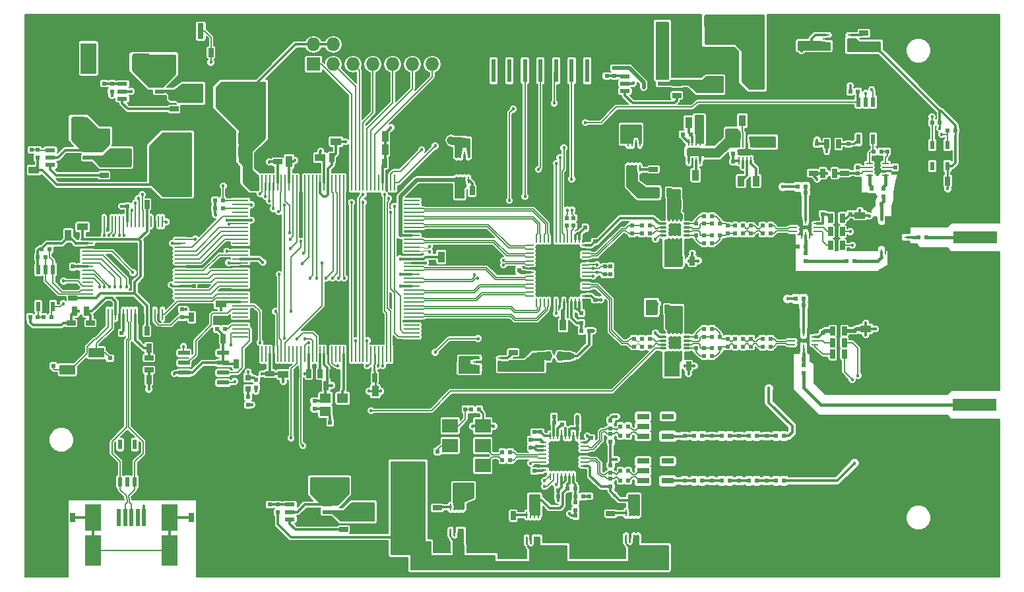
<source format=gbr>
%TF.GenerationSoftware,KiCad,Pcbnew,4.0.7*%
%TF.CreationDate,2018-05-19T04:47:08+02:00*%
%TF.ProjectId,adccore,616463636F72652E6B696361645F7063,rev?*%
%TF.FileFunction,Copper,L1,Top,Signal*%
%FSLAX46Y46*%
G04 Gerber Fmt 4.6, Leading zero omitted, Abs format (unit mm)*
G04 Created by KiCad (PCBNEW 4.0.7) date 05/19/18 04:47:08*
%MOMM*%
%LPD*%
G01*
G04 APERTURE LIST*
%ADD10C,0.100000*%
%ADD11R,0.635000X1.143000*%
%ADD12R,0.250000X2.000000*%
%ADD13R,2.000000X0.250000*%
%ADD14R,1.397000X0.889000*%
%ADD15R,0.889000X1.397000*%
%ADD16R,0.500000X0.600000*%
%ADD17R,0.600000X0.500000*%
%ADD18R,1.143000X0.635000*%
%ADD19R,1.524000X2.032000*%
%ADD20R,2.032000X1.524000*%
%ADD21R,0.500380X2.250440*%
%ADD22R,2.049780X3.500120*%
%ADD23R,2.049780X4.000500*%
%ADD24R,4.900000X1.600000*%
%ADD25R,5.600000X1.600000*%
%ADD26R,1.500000X0.600000*%
%ADD27R,0.500000X1.300000*%
%ADD28R,0.248920X1.524000*%
%ADD29O,0.248920X1.524000*%
%ADD30O,1.524000X0.248920*%
%ADD31R,0.770000X0.250000*%
%ADD32O,1.000000X0.250000*%
%ADD33O,0.250000X1.000000*%
%ADD34R,1.300000X0.500000*%
%ADD35R,2.500000X2.500000*%
%ADD36C,0.600000*%
%ADD37R,0.800000X0.250000*%
%ADD38R,0.250000X0.800000*%
%ADD39R,0.450000X1.740000*%
%ADD40O,0.900000X0.250000*%
%ADD41R,0.600000X1.100000*%
%ADD42R,1.450000X1.450000*%
%ADD43C,0.400000*%
%ADD44O,1.000000X0.300000*%
%ADD45O,0.300000X1.000000*%
%ADD46R,3.600000X3.600000*%
%ADD47R,2.440000X1.600000*%
%ADD48R,1.600000X2.440000*%
%ADD49R,1.600000X0.900000*%
%ADD50R,0.250000X1.000000*%
%ADD51R,0.797560X0.797560*%
%ADD52R,0.800000X2.000000*%
%ADD53R,1.400000X1.200000*%
%ADD54R,2.000000X1.200000*%
%ADD55R,1.727200X1.727200*%
%ADD56O,1.727200X1.727200*%
%ADD57R,1.650000X0.760000*%
%ADD58R,2.200000X1.700000*%
%ADD59R,2.700000X2.200000*%
%ADD60R,0.600000X3.000000*%
%ADD61R,2.000000X4.000000*%
%ADD62R,4.000000X2.000000*%
%ADD63R,5.410000X6.450000*%
%ADD64O,0.950000X0.250000*%
%ADD65O,0.250000X0.950000*%
%ADD66R,2.000000X1.800000*%
%ADD67R,1.500000X1.000000*%
%ADD68R,0.250000X0.850000*%
%ADD69C,0.454000*%
%ADD70C,0.340000*%
%ADD71C,0.254000*%
%ADD72C,0.127000*%
%ADD73C,1.000000*%
%ADD74C,0.508000*%
%ADD75C,0.200000*%
%ADD76C,0.125000*%
%ADD77C,0.300000*%
%ADD78C,0.400000*%
%ADD79C,0.250000*%
G04 APERTURE END LIST*
D10*
D11*
X167750000Y-97000000D03*
X166226000Y-97000000D03*
D12*
X132750000Y-87000000D03*
X132250000Y-87000000D03*
X131750000Y-87000000D03*
X131250000Y-87000000D03*
X130750000Y-87000000D03*
X130250000Y-87000000D03*
X129750000Y-87000000D03*
X129250000Y-87000000D03*
X128750000Y-87000000D03*
X128250000Y-87000000D03*
X127750000Y-87000000D03*
X127250000Y-87000000D03*
X126750000Y-87000000D03*
X126250000Y-87000000D03*
X125750000Y-87000000D03*
X125250000Y-87000000D03*
X124750000Y-87000000D03*
X124250000Y-87000000D03*
X123750000Y-87000000D03*
X123250000Y-87000000D03*
X122750000Y-87000000D03*
X122250000Y-87000000D03*
X121750000Y-87000000D03*
X121250000Y-87000000D03*
X120750000Y-87000000D03*
X120250000Y-87000000D03*
X119750000Y-87000000D03*
X119250000Y-87000000D03*
X118750000Y-87000000D03*
X118250000Y-87000000D03*
X117750000Y-87000000D03*
X117250000Y-87000000D03*
X116750000Y-87000000D03*
X116250000Y-87000000D03*
X115750000Y-87000000D03*
X115250000Y-87000000D03*
D13*
X113000000Y-89250000D03*
X113000000Y-89750000D03*
X113000000Y-90250000D03*
X113000000Y-90750000D03*
X113000000Y-91250000D03*
X113000000Y-91750000D03*
X113000000Y-92250000D03*
X113000000Y-92750000D03*
X113000000Y-93250000D03*
X113000000Y-93750000D03*
X113000000Y-94250000D03*
X113000000Y-94750000D03*
X113000000Y-95250000D03*
X113000000Y-95750000D03*
X113000000Y-96250000D03*
X113000000Y-96750000D03*
X113000000Y-97250000D03*
X113000000Y-97750000D03*
X113000000Y-98250000D03*
X113000000Y-98750000D03*
X113000000Y-99250000D03*
X113000000Y-99750000D03*
X113000000Y-100250000D03*
X113000000Y-100750000D03*
X113000000Y-101250000D03*
X113000000Y-101750000D03*
X113000000Y-102250000D03*
X113000000Y-102750000D03*
X113000000Y-103250000D03*
X113000000Y-103750000D03*
X113000000Y-104250000D03*
X113000000Y-104750000D03*
X113000000Y-105250000D03*
X113000000Y-105750000D03*
X113000000Y-106250000D03*
X113000000Y-106750000D03*
D12*
X115250000Y-109000000D03*
X115750000Y-109000000D03*
X116250000Y-109000000D03*
X116750000Y-109000000D03*
X117250000Y-109000000D03*
X117750000Y-109000000D03*
X118250000Y-109000000D03*
X118750000Y-109000000D03*
X119250000Y-109000000D03*
X119750000Y-109000000D03*
X120250000Y-109000000D03*
X120750000Y-109000000D03*
X121250000Y-109000000D03*
X121750000Y-109000000D03*
X122250000Y-109000000D03*
X122750000Y-109000000D03*
X123250000Y-109000000D03*
X123750000Y-109000000D03*
X124250000Y-109000000D03*
X124750000Y-109000000D03*
X125250000Y-109000000D03*
X125750000Y-109000000D03*
X126250000Y-109000000D03*
X126750000Y-109000000D03*
X127250000Y-109000000D03*
X127750000Y-109000000D03*
X128250000Y-109000000D03*
X128750000Y-109000000D03*
X129250000Y-109000000D03*
X129750000Y-109000000D03*
X130250000Y-109000000D03*
X130750000Y-109000000D03*
X131250000Y-109000000D03*
X131750000Y-109000000D03*
X132250000Y-109000000D03*
X132750000Y-109000000D03*
D13*
X135000000Y-106750000D03*
X135000000Y-106250000D03*
X135000000Y-105750000D03*
X135000000Y-105250000D03*
X135000000Y-104750000D03*
X135000000Y-104250000D03*
X135000000Y-103750000D03*
X135000000Y-103250000D03*
X135000000Y-102750000D03*
X135000000Y-102250000D03*
X135000000Y-101750000D03*
X135000000Y-101250000D03*
X135000000Y-100750000D03*
X135000000Y-100250000D03*
X135000000Y-99750000D03*
X135000000Y-99250000D03*
X135000000Y-98750000D03*
X135000000Y-98250000D03*
X135000000Y-97750000D03*
X135000000Y-97250000D03*
X135000000Y-96750000D03*
X135000000Y-96250000D03*
X135000000Y-95750000D03*
X135000000Y-95250000D03*
X135000000Y-94750000D03*
X135000000Y-94250000D03*
X135000000Y-93750000D03*
X135000000Y-93250000D03*
X135000000Y-92750000D03*
X135000000Y-92250000D03*
X135000000Y-91750000D03*
X135000000Y-91250000D03*
X135000000Y-90750000D03*
X135000000Y-90250000D03*
X135000000Y-89750000D03*
X135000000Y-89250000D03*
D11*
X110774000Y-107000000D03*
X109250000Y-107000000D03*
X112488000Y-110250000D03*
X114012000Y-110250000D03*
D14*
X110500000Y-104452500D03*
X110500000Y-102547500D03*
D11*
X124000000Y-113000000D03*
X122476000Y-113000000D03*
X113750000Y-85500000D03*
X112226000Y-85500000D03*
D15*
X133452500Y-81000000D03*
X131547500Y-81000000D03*
X140655000Y-96500000D03*
X138750000Y-96500000D03*
D11*
X123226000Y-111500000D03*
X124750000Y-111500000D03*
D15*
X121155000Y-84250000D03*
X119250000Y-84250000D03*
D14*
X123250000Y-81845000D03*
X123250000Y-83750000D03*
D16*
X109750000Y-89250000D03*
X110750000Y-89250000D03*
X109750000Y-90250000D03*
X110750000Y-90250000D03*
X110000000Y-105750000D03*
X111000000Y-105750000D03*
D17*
X115000000Y-113250000D03*
X115000000Y-112250000D03*
D11*
X109226000Y-70250000D03*
X110750000Y-70250000D03*
X100988000Y-106000000D03*
X102512000Y-106000000D03*
D17*
X96250000Y-109500000D03*
X96250000Y-110500000D03*
D18*
X91500000Y-101762000D03*
X91500000Y-100238000D03*
D11*
X100988000Y-89750000D03*
X102512000Y-89750000D03*
D14*
X92750000Y-90750000D03*
X92750000Y-92655000D03*
D17*
X89000000Y-110500000D03*
X89000000Y-109500000D03*
D11*
X106738000Y-104250000D03*
X108262000Y-104250000D03*
D18*
X91250000Y-105000000D03*
X91250000Y-106524000D03*
D15*
X89000000Y-93750000D03*
X90905000Y-93750000D03*
D11*
X101238000Y-112250000D03*
X102762000Y-112250000D03*
X101238000Y-108250000D03*
X102762000Y-108250000D03*
D18*
X93750000Y-104988000D03*
X93750000Y-106512000D03*
D11*
X131488000Y-84500000D03*
X133012000Y-84500000D03*
X124738000Y-83750000D03*
X126262000Y-83750000D03*
D18*
X117750000Y-84274000D03*
X117750000Y-82750000D03*
D14*
X125250000Y-79797500D03*
X125250000Y-81702500D03*
D15*
X133452500Y-82750000D03*
X131547500Y-82750000D03*
D11*
X121774000Y-111500000D03*
X120250000Y-111500000D03*
X130226000Y-112000000D03*
X131750000Y-112000000D03*
D18*
X116750000Y-111488000D03*
X116750000Y-113012000D03*
D14*
X118500000Y-113500000D03*
X118500000Y-111595000D03*
D15*
X132202500Y-113750000D03*
X130297500Y-113750000D03*
D18*
X151250000Y-109262000D03*
X151250000Y-107738000D03*
X155250000Y-109262000D03*
X155250000Y-107738000D03*
D16*
X160500000Y-98750000D03*
X161500000Y-98750000D03*
X160500000Y-97750000D03*
X161500000Y-97750000D03*
D17*
X159750000Y-98750000D03*
X159750000Y-97750000D03*
D15*
X152500000Y-105250000D03*
X154405000Y-105250000D03*
D17*
X154900000Y-92500000D03*
X154900000Y-91500000D03*
X155700000Y-92500000D03*
X155700000Y-91500000D03*
D16*
X184250000Y-101900000D03*
X185250000Y-101900000D03*
X185250000Y-102700000D03*
X186250000Y-102700000D03*
D17*
X185250000Y-111400000D03*
X185250000Y-110400000D03*
D16*
X186250000Y-109650000D03*
X185250000Y-109650000D03*
D14*
X193250000Y-103845000D03*
X193250000Y-105750000D03*
D17*
X191750000Y-105000000D03*
X191750000Y-106000000D03*
X187750000Y-105250000D03*
X187750000Y-106250000D03*
D16*
X181000000Y-108000000D03*
X180000000Y-108000000D03*
X181000000Y-107000000D03*
X180000000Y-107000000D03*
D17*
X175500000Y-107000000D03*
X175500000Y-108000000D03*
D16*
X171500000Y-108250000D03*
X172500000Y-108250000D03*
D11*
X168988000Y-104500000D03*
X170512000Y-104500000D03*
X167750000Y-110500000D03*
X166226000Y-110500000D03*
D17*
X163500000Y-107000000D03*
X163500000Y-108000000D03*
D19*
X133302000Y-124000000D03*
X130000000Y-124000000D03*
D20*
X153750000Y-134302000D03*
X153750000Y-131000000D03*
X166750000Y-134302000D03*
X166750000Y-131000000D03*
D15*
X150705000Y-134500000D03*
X148800000Y-134500000D03*
X141155000Y-133500000D03*
X139250000Y-133500000D03*
X163505000Y-134400000D03*
X161600000Y-134400000D03*
D14*
X135250000Y-123405000D03*
X135250000Y-121500000D03*
X133250000Y-134000000D03*
X133250000Y-135905000D03*
D20*
X123100000Y-125551000D03*
X123100000Y-122249000D03*
X125800000Y-125600000D03*
X125800000Y-122298000D03*
D11*
X148000000Y-129750000D03*
X146476000Y-129750000D03*
D18*
X138250000Y-128738000D03*
X138250000Y-130262000D03*
X160500000Y-129476000D03*
X160500000Y-131000000D03*
X126250000Y-129988000D03*
X126250000Y-131512000D03*
D15*
X150905000Y-127750000D03*
X149000000Y-127750000D03*
X140952500Y-126500000D03*
X139047500Y-126500000D03*
X163595000Y-127750000D03*
X165500000Y-127750000D03*
D16*
X156000000Y-129750000D03*
X157000000Y-129750000D03*
X156000000Y-127250000D03*
X157000000Y-127250000D03*
X156000000Y-126250000D03*
X157000000Y-126250000D03*
X147615124Y-122584350D03*
X146615124Y-122584350D03*
X146615124Y-121584350D03*
X147615124Y-121584350D03*
X161750000Y-118250000D03*
X162750000Y-118250000D03*
X162750000Y-119500000D03*
X161750000Y-119500000D03*
X161750000Y-124000000D03*
X162750000Y-124000000D03*
X162750000Y-125250000D03*
X161750000Y-125250000D03*
X156250000Y-118500000D03*
X157250000Y-118500000D03*
X153250000Y-117750000D03*
X152250000Y-117750000D03*
D17*
X150750000Y-119000000D03*
X150750000Y-118000000D03*
D16*
X171250000Y-119500000D03*
X172250000Y-119500000D03*
X171250000Y-125250000D03*
X172250000Y-125250000D03*
X174750000Y-119500000D03*
X175750000Y-119500000D03*
X174750000Y-125250000D03*
X175750000Y-125250000D03*
D17*
X177000000Y-119500000D03*
X177000000Y-118500000D03*
X177000000Y-125250000D03*
X177000000Y-124250000D03*
X180500000Y-119500000D03*
X180500000Y-118500000D03*
X180500000Y-125250000D03*
X180500000Y-124250000D03*
D20*
X115000000Y-74802000D03*
X115000000Y-71500000D03*
D14*
X141250000Y-81655000D03*
X141250000Y-79750000D03*
D19*
X105948000Y-82000000D03*
X109250000Y-82000000D03*
X115448000Y-77250000D03*
X118750000Y-77250000D03*
X106000000Y-84500000D03*
X109302000Y-84500000D03*
X115448000Y-80000000D03*
X118750000Y-80000000D03*
X105948000Y-87000000D03*
X109250000Y-87000000D03*
D15*
X113155000Y-81250000D03*
X111250000Y-81250000D03*
D14*
X104000000Y-88345000D03*
X104000000Y-90250000D03*
D11*
X142726000Y-88000000D03*
X144250000Y-88000000D03*
D15*
X113155000Y-83000000D03*
X111250000Y-83000000D03*
D14*
X86500000Y-85345000D03*
X86500000Y-87250000D03*
D20*
X103250000Y-71901000D03*
X103250000Y-68599000D03*
X95000000Y-81052000D03*
X95000000Y-77750000D03*
D15*
X141155000Y-88250000D03*
X139250000Y-88250000D03*
D20*
X100250000Y-71151000D03*
X100250000Y-67849000D03*
D19*
X92250000Y-79500000D03*
X88948000Y-79500000D03*
D18*
X104500000Y-75988000D03*
X104500000Y-77512000D03*
X95500000Y-84488000D03*
X95500000Y-86012000D03*
D15*
X141405000Y-110750000D03*
X139500000Y-110750000D03*
D18*
X148000000Y-108774000D03*
X148000000Y-107250000D03*
D14*
X148250000Y-110547500D03*
X148250000Y-112452500D03*
X180250000Y-81845000D03*
X180250000Y-83750000D03*
D19*
X179349000Y-66500000D03*
X182651000Y-66500000D03*
D15*
X179155000Y-86750000D03*
X177250000Y-86750000D03*
D19*
X179349000Y-71000000D03*
X182651000Y-71000000D03*
X179448000Y-73750000D03*
X182750000Y-73750000D03*
D15*
X172905000Y-66250000D03*
X171000000Y-66250000D03*
X177405000Y-79000000D03*
X175500000Y-79000000D03*
X179547500Y-68750000D03*
X181452500Y-68750000D03*
D19*
X167151000Y-67500000D03*
X163849000Y-67500000D03*
D15*
X175655000Y-80750000D03*
X173750000Y-80750000D03*
D19*
X167151000Y-70000000D03*
X163849000Y-70000000D03*
D14*
X173250000Y-83095000D03*
X173250000Y-85000000D03*
X186250000Y-69250000D03*
X186250000Y-71155000D03*
X163000000Y-80405000D03*
X163000000Y-78500000D03*
D18*
X169000000Y-74238000D03*
X169000000Y-75762000D03*
D15*
X171405000Y-86000000D03*
X169500000Y-86000000D03*
D16*
X170750000Y-80750000D03*
X169750000Y-80750000D03*
D18*
X193000000Y-67774000D03*
X193000000Y-66250000D03*
X166000000Y-85274000D03*
X166000000Y-83750000D03*
D15*
X170500000Y-79250000D03*
X168595000Y-79250000D03*
X172000000Y-79000000D03*
X173905000Y-79000000D03*
D14*
X193000000Y-69595000D03*
X193000000Y-71500000D03*
D15*
X163155000Y-87000000D03*
X161250000Y-87000000D03*
D16*
X201000000Y-94000000D03*
X200000000Y-94000000D03*
X190750000Y-97000000D03*
X191750000Y-97000000D03*
D17*
X195500000Y-88750000D03*
X195500000Y-87750000D03*
X194000000Y-88750000D03*
X194000000Y-87750000D03*
D18*
X190500000Y-85738000D03*
X190500000Y-87262000D03*
D17*
X192250000Y-85750000D03*
X192250000Y-86750000D03*
D16*
X198000000Y-85000000D03*
X197000000Y-85000000D03*
D18*
X186500000Y-85750000D03*
X186500000Y-84226000D03*
D17*
X187000000Y-83000000D03*
X187000000Y-82000000D03*
X191000000Y-83000000D03*
X191000000Y-82000000D03*
D11*
X203762000Y-86750000D03*
X202238000Y-86750000D03*
D16*
X184500000Y-87500000D03*
X185500000Y-87500000D03*
X185500000Y-88200000D03*
X186500000Y-88200000D03*
D17*
X185500000Y-97000000D03*
X185500000Y-96000000D03*
D16*
X184500000Y-95150000D03*
X185500000Y-95150000D03*
D14*
X192500000Y-89250000D03*
X192500000Y-91155000D03*
D17*
X191250000Y-90000000D03*
X191250000Y-91000000D03*
X187750000Y-90000000D03*
X187750000Y-91000000D03*
D16*
X181000000Y-93500000D03*
X180000000Y-93500000D03*
X181000000Y-92500000D03*
X180000000Y-92500000D03*
D17*
X175500000Y-92500000D03*
X175500000Y-93500000D03*
D16*
X171500000Y-93750000D03*
X172500000Y-93750000D03*
D11*
X169238000Y-89750000D03*
X170762000Y-89750000D03*
D17*
X163250000Y-93500000D03*
X163250000Y-92500000D03*
D21*
X97399800Y-129999500D03*
X98199900Y-129999500D03*
X99000000Y-129999500D03*
X99800100Y-129999500D03*
X100600200Y-129999500D03*
D22*
X94074940Y-129999500D03*
X103925060Y-129999500D03*
D23*
X94074940Y-134200660D03*
X103925060Y-134200660D03*
D24*
X206850000Y-111250000D03*
X206850000Y-119750000D03*
D25*
X207200000Y-115500000D03*
D24*
X206900000Y-89750000D03*
X206900000Y-98250000D03*
D25*
X207250000Y-94000000D03*
D18*
X101250000Y-111012000D03*
X101250000Y-109488000D03*
D11*
X91738000Y-103500000D03*
X93262000Y-103500000D03*
X152488000Y-109250000D03*
X154012000Y-109250000D03*
X188988000Y-106000000D03*
X190512000Y-106000000D03*
X188976000Y-109000000D03*
X190500000Y-109000000D03*
X188976000Y-107500000D03*
X190500000Y-107500000D03*
X167762000Y-103250000D03*
X166238000Y-103250000D03*
X168976000Y-110500000D03*
X170500000Y-110500000D03*
D16*
X165500000Y-107000000D03*
X164500000Y-107000000D03*
X165500000Y-108000000D03*
X164500000Y-108000000D03*
D17*
X160500000Y-120250000D03*
X160500000Y-119250000D03*
X160500000Y-126000000D03*
X160500000Y-125000000D03*
X160500000Y-117500000D03*
X160500000Y-118500000D03*
X160500000Y-123250000D03*
X160500000Y-124250000D03*
X170000000Y-119500000D03*
X170000000Y-118500000D03*
X170000000Y-125250000D03*
X170000000Y-124250000D03*
X173500000Y-119500000D03*
X173500000Y-118500000D03*
X173500000Y-125250000D03*
X173500000Y-124250000D03*
D16*
X178250000Y-119500000D03*
X179250000Y-119500000D03*
X178250000Y-125250000D03*
X179250000Y-125250000D03*
X181750000Y-119500000D03*
X182750000Y-119500000D03*
X181750000Y-125250000D03*
X182750000Y-125250000D03*
D11*
X189274000Y-85750000D03*
X187750000Y-85750000D03*
X188238000Y-82000000D03*
X189762000Y-82000000D03*
X188726000Y-91500000D03*
X190250000Y-91500000D03*
X188738000Y-95000000D03*
X190262000Y-95000000D03*
X188738000Y-93250000D03*
X190262000Y-93250000D03*
X168012000Y-88250000D03*
X166488000Y-88250000D03*
X169476000Y-97000000D03*
X171000000Y-97000000D03*
D16*
X165500000Y-93500000D03*
X164500000Y-93500000D03*
X165500000Y-92500000D03*
X164500000Y-92500000D03*
D17*
X114000000Y-115500000D03*
X114000000Y-114500000D03*
D11*
X106738000Y-130000000D03*
X108262000Y-130000000D03*
X91500000Y-130000000D03*
X89976000Y-130000000D03*
D16*
X87000000Y-104250000D03*
X86000000Y-104250000D03*
X88500000Y-95500000D03*
X87500000Y-95500000D03*
X88750000Y-104250000D03*
X87750000Y-104250000D03*
X88000000Y-96500000D03*
X87000000Y-96500000D03*
X157750000Y-106000000D03*
X156750000Y-106000000D03*
X156750000Y-105000000D03*
X157750000Y-105000000D03*
D17*
X178500000Y-107000000D03*
X178500000Y-108000000D03*
D16*
X173500000Y-108250000D03*
X174500000Y-108250000D03*
X173500000Y-106750000D03*
X174500000Y-106750000D03*
X172500000Y-109250000D03*
X173500000Y-109250000D03*
X172500000Y-105750000D03*
X173500000Y-105750000D03*
D17*
X116800000Y-128300000D03*
X116800000Y-129300000D03*
X117800000Y-129300000D03*
X117800000Y-128300000D03*
D16*
X143615124Y-116084350D03*
X142615124Y-116084350D03*
X141865124Y-116084350D03*
X140865124Y-116084350D03*
D17*
X138250000Y-121500000D03*
X138250000Y-122500000D03*
X156000000Y-129000000D03*
X156000000Y-128000000D03*
X157750000Y-127250000D03*
X157750000Y-126250000D03*
X154250000Y-117000000D03*
X154250000Y-118000000D03*
X95500000Y-74250000D03*
X95500000Y-75250000D03*
X86250000Y-82750000D03*
X86250000Y-83750000D03*
X96500000Y-75250000D03*
X96500000Y-74250000D03*
X87000000Y-83750000D03*
X87000000Y-82750000D03*
X160000000Y-73250000D03*
X160000000Y-72250000D03*
X161000000Y-72250000D03*
X161000000Y-73250000D03*
D16*
X195250000Y-89750000D03*
X194250000Y-89750000D03*
D17*
X192250000Y-85000000D03*
X192250000Y-84000000D03*
D16*
X194250000Y-83000000D03*
X195250000Y-83000000D03*
X196000000Y-83000000D03*
X197000000Y-83000000D03*
X192250000Y-75250000D03*
X191250000Y-75250000D03*
X202750000Y-79250000D03*
X201750000Y-79250000D03*
X204750000Y-80250000D03*
X203750000Y-80250000D03*
D17*
X178500000Y-92500000D03*
X178500000Y-93500000D03*
D16*
X176500000Y-93500000D03*
X177500000Y-93500000D03*
X176500000Y-92500000D03*
X177500000Y-92500000D03*
X173500000Y-93750000D03*
X174500000Y-93750000D03*
X173500000Y-92250000D03*
X174500000Y-92250000D03*
D26*
X105750000Y-108845000D03*
X105750000Y-110115000D03*
X105750000Y-111385000D03*
X105750000Y-112655000D03*
X110750000Y-108845000D03*
X110750000Y-110115000D03*
X110750000Y-111385000D03*
X110750000Y-112655000D03*
D27*
X87050000Y-98100000D03*
X87050000Y-102900000D03*
X88000000Y-98100000D03*
X88000000Y-102900000D03*
X88950000Y-98100000D03*
X88950000Y-102900000D03*
D28*
X95500960Y-103869940D03*
D29*
X96001340Y-103869940D03*
X96501720Y-103869940D03*
X97002100Y-103869940D03*
X97502480Y-103869940D03*
X98000320Y-103869940D03*
X98500700Y-103869940D03*
X99001080Y-103869940D03*
X99501460Y-103869940D03*
X100001840Y-103869940D03*
X100502220Y-103869940D03*
X101000060Y-103869940D03*
X101500440Y-103869940D03*
X102000820Y-103869940D03*
X102501200Y-103869940D03*
X103001580Y-103869940D03*
D30*
X105282500Y-101749040D03*
X105282500Y-101248660D03*
X105282500Y-100748280D03*
X105282500Y-100247900D03*
X105282500Y-99747520D03*
X105282500Y-99249680D03*
X105282500Y-98749300D03*
X105282500Y-98248920D03*
X105282500Y-97748540D03*
X105282500Y-97248160D03*
X105282500Y-96747780D03*
X105282500Y-96249940D03*
X105282500Y-95749560D03*
X105282500Y-95249180D03*
X105282500Y-94748800D03*
X105282500Y-94248420D03*
D29*
X103001580Y-91967500D03*
X102501200Y-91967500D03*
X102000820Y-91967500D03*
X101500440Y-91967500D03*
X101000060Y-91967500D03*
X100502220Y-91967500D03*
X100001840Y-91967500D03*
X99501460Y-91967500D03*
X99001080Y-91967500D03*
X98500700Y-91967500D03*
X98000320Y-91967500D03*
X97502480Y-91967500D03*
X97002100Y-91967500D03*
X96501720Y-91967500D03*
X96001340Y-91967500D03*
X95500960Y-91967500D03*
D30*
X93380060Y-94248420D03*
X93380060Y-94748800D03*
X93380060Y-95749560D03*
X93362280Y-95249180D03*
X93380060Y-96249940D03*
X93380060Y-96747780D03*
X93380060Y-97248160D03*
X93380060Y-97748540D03*
X93380060Y-98248920D03*
X93380060Y-98749300D03*
X93380060Y-99242060D03*
X93380060Y-99742440D03*
X93380060Y-100242820D03*
X93380060Y-100743200D03*
X93380060Y-101241040D03*
X93380060Y-101741420D03*
D31*
X185250000Y-107075000D03*
D32*
X183750000Y-106750000D03*
X183750000Y-107250000D03*
X183750000Y-107750000D03*
D33*
X184750000Y-108250000D03*
X185250000Y-108250000D03*
X185750000Y-108250000D03*
D32*
X186750000Y-107750000D03*
X186750000Y-107250000D03*
X186750000Y-106750000D03*
D33*
X185750000Y-106250000D03*
X185250000Y-106250000D03*
X184750000Y-106250000D03*
D34*
X119350000Y-130200000D03*
X124150000Y-130200000D03*
X119350000Y-129250000D03*
X124150000Y-129250000D03*
X119350000Y-128300000D03*
X124150000Y-128300000D03*
X97850000Y-76200000D03*
X102650000Y-76200000D03*
X97850000Y-75250000D03*
X102650000Y-75250000D03*
X97850000Y-74300000D03*
X102650000Y-74300000D03*
X88600000Y-84700000D03*
X93400000Y-84700000D03*
X88600000Y-83750000D03*
X93400000Y-83750000D03*
X88600000Y-82800000D03*
X93400000Y-82800000D03*
X162350000Y-75200000D03*
X167150000Y-75200000D03*
X162350000Y-74250000D03*
X167150000Y-74250000D03*
X162350000Y-73300000D03*
X167150000Y-73300000D03*
D35*
X196500000Y-93750000D03*
D36*
X197150000Y-94400000D03*
X197150000Y-93100000D03*
X195850000Y-94400000D03*
X195850000Y-93100000D03*
D37*
X198600000Y-95000000D03*
X198600000Y-94500000D03*
X198600000Y-94000000D03*
X198600000Y-93500000D03*
X198600000Y-93000000D03*
X198600000Y-92500000D03*
D38*
X197750000Y-91650000D03*
X197250000Y-91650000D03*
X196750000Y-91650000D03*
X196250000Y-91650000D03*
X195750000Y-91650000D03*
X195250000Y-91650000D03*
D37*
X194400000Y-92500000D03*
X194400000Y-93000000D03*
X194400000Y-93500000D03*
X194400000Y-94000000D03*
X194400000Y-94500000D03*
X194400000Y-95000000D03*
D38*
X195250000Y-95850000D03*
X195750000Y-95850000D03*
X196250000Y-95850000D03*
X196750000Y-95850000D03*
X197250000Y-95850000D03*
X197750000Y-95850000D03*
D39*
X194750000Y-85250000D03*
D40*
X195800000Y-86000000D03*
X195800000Y-85500000D03*
X195800000Y-85000000D03*
X195800000Y-84500000D03*
X193700000Y-84500000D03*
X193700000Y-85000000D03*
X193700000Y-85500000D03*
X193700000Y-86000000D03*
D41*
X201800000Y-82150000D03*
X201800000Y-84850000D03*
X202750000Y-84850000D03*
X203700000Y-82150000D03*
X203700000Y-84850000D03*
D31*
X185500000Y-92575000D03*
D32*
X184000000Y-92250000D03*
X184000000Y-92750000D03*
X184000000Y-93250000D03*
D33*
X185000000Y-93750000D03*
X185500000Y-93750000D03*
X186000000Y-93750000D03*
D32*
X187000000Y-93250000D03*
X187000000Y-92750000D03*
X187000000Y-92250000D03*
D33*
X186000000Y-91750000D03*
X185500000Y-91750000D03*
X185000000Y-91750000D03*
D16*
X171500000Y-106750000D03*
X172500000Y-106750000D03*
X171500000Y-92250000D03*
X172500000Y-92250000D03*
X124500000Y-117750000D03*
X125500000Y-117750000D03*
D17*
X122500000Y-115000000D03*
X122500000Y-116000000D03*
D16*
X176500000Y-108000000D03*
X177500000Y-108000000D03*
X176500000Y-107000000D03*
X177500000Y-107000000D03*
X172500000Y-94750000D03*
X173500000Y-94750000D03*
X172500000Y-91250000D03*
X173500000Y-91250000D03*
D42*
X168750000Y-107500000D03*
D43*
X169150000Y-107900000D03*
X169150000Y-107100000D03*
X168350000Y-107900000D03*
X168350000Y-107100000D03*
D44*
X170250000Y-108250000D03*
X170250000Y-107750000D03*
X170250000Y-107250000D03*
X170250000Y-106750000D03*
D45*
X169500000Y-106000000D03*
X169000000Y-106000000D03*
X168500000Y-106000000D03*
X168000000Y-106000000D03*
D44*
X167250000Y-106750000D03*
X167250000Y-107250000D03*
X167250000Y-107750000D03*
X167250000Y-108250000D03*
D45*
X168000000Y-109000000D03*
X168500000Y-109000000D03*
X169000000Y-109000000D03*
X169500000Y-109000000D03*
D42*
X168750000Y-93000000D03*
D43*
X169150000Y-93400000D03*
X169150000Y-92600000D03*
X168350000Y-93400000D03*
X168350000Y-92600000D03*
D44*
X170250000Y-93750000D03*
X170250000Y-93250000D03*
X170250000Y-92750000D03*
X170250000Y-92250000D03*
D45*
X169500000Y-91500000D03*
X169000000Y-91500000D03*
X168500000Y-91500000D03*
X168000000Y-91500000D03*
D44*
X167250000Y-92250000D03*
X167250000Y-92750000D03*
X167250000Y-93250000D03*
X167250000Y-93750000D03*
D45*
X168000000Y-94500000D03*
X168500000Y-94500000D03*
X169000000Y-94500000D03*
X169500000Y-94500000D03*
D46*
X154465124Y-122084350D03*
D43*
X152965124Y-123584350D03*
X153965124Y-123584350D03*
X154965124Y-123584350D03*
X155965124Y-123584350D03*
X152965124Y-122584350D03*
X153965124Y-122584350D03*
X154965124Y-122584350D03*
X155965124Y-122584350D03*
X152965124Y-121584350D03*
X153965124Y-121584350D03*
X154965124Y-121584350D03*
X155965124Y-121584350D03*
X152965124Y-120584350D03*
X153965124Y-120584350D03*
X154965124Y-120584350D03*
X155965124Y-120584350D03*
D33*
X152715124Y-124684350D03*
X153215124Y-124684350D03*
X153715124Y-124684350D03*
X154215124Y-124684350D03*
X154715124Y-124684350D03*
X155215124Y-124684350D03*
X155715124Y-124684350D03*
X156215124Y-124684350D03*
D32*
X157065124Y-123834350D03*
X157065124Y-123334350D03*
X157065124Y-122834350D03*
X157065124Y-122334350D03*
X157065124Y-121834350D03*
X157065124Y-121334350D03*
X157065124Y-120834350D03*
X157065124Y-120334350D03*
D33*
X156215124Y-119484350D03*
X155715124Y-119484350D03*
X155215124Y-119484350D03*
X154715124Y-119484350D03*
X154215124Y-119484350D03*
X153715124Y-119484350D03*
X153215124Y-119484350D03*
X152715124Y-119484350D03*
D32*
X151865124Y-120334350D03*
X151865124Y-120834350D03*
X151865124Y-121334350D03*
X151865124Y-121834350D03*
X151865124Y-122334350D03*
X151865124Y-122834350D03*
X151865124Y-123334350D03*
X151865124Y-123834350D03*
D47*
X150500000Y-131250000D03*
D43*
X151000000Y-130750000D03*
X150000000Y-130750000D03*
X151000000Y-131750000D03*
X150000000Y-131750000D03*
D33*
X151250000Y-129650000D03*
X150750000Y-129650000D03*
X150250000Y-129650000D03*
X149750000Y-129650000D03*
X149750000Y-132850000D03*
X150250000Y-132850000D03*
X150750000Y-132850000D03*
X151250000Y-132850000D03*
D47*
X140732843Y-130250000D03*
D43*
X141232843Y-129750000D03*
X140232843Y-129750000D03*
X141232843Y-130750000D03*
X140232843Y-130750000D03*
D33*
X141482843Y-128650000D03*
X140982843Y-128650000D03*
X140482843Y-128650000D03*
X139982843Y-128650000D03*
X139982843Y-131850000D03*
X140482843Y-131850000D03*
X140982843Y-131850000D03*
X141482843Y-131850000D03*
D47*
X163250000Y-131000000D03*
D43*
X163750000Y-130500000D03*
X162750000Y-130500000D03*
X163750000Y-131500000D03*
X162750000Y-131500000D03*
D33*
X164000000Y-129400000D03*
X163500000Y-129400000D03*
X163000000Y-129400000D03*
X162500000Y-129400000D03*
X162500000Y-132600000D03*
X163000000Y-132600000D03*
X163500000Y-132600000D03*
X164000000Y-132600000D03*
D47*
X141500000Y-85000000D03*
D43*
X141000000Y-85500000D03*
X142000000Y-85500000D03*
X141000000Y-84500000D03*
X142000000Y-84500000D03*
D33*
X140750000Y-86600000D03*
X141250000Y-86600000D03*
X141750000Y-86600000D03*
X142250000Y-86600000D03*
X142250000Y-83400000D03*
X141750000Y-83400000D03*
X141250000Y-83400000D03*
X140750000Y-83400000D03*
D48*
X144900000Y-110250000D03*
D43*
X145400000Y-110750000D03*
X145400000Y-109750000D03*
X144400000Y-110750000D03*
X144400000Y-109750000D03*
D32*
X146500000Y-111000000D03*
X146500000Y-110500000D03*
X146500000Y-110000000D03*
X146500000Y-109500000D03*
X143300000Y-109500000D03*
X143300000Y-110000000D03*
X143300000Y-110500000D03*
X143300000Y-111000000D03*
D49*
X177750000Y-83050000D03*
D43*
X178250000Y-83050000D03*
X177250000Y-83050000D03*
D50*
X178500000Y-81950000D03*
X178000000Y-81950000D03*
X177500000Y-81950000D03*
X177000000Y-81950000D03*
X177000000Y-84150000D03*
X177500000Y-84150000D03*
X178000000Y-84150000D03*
X178500000Y-84150000D03*
D48*
X189750000Y-68750000D03*
D43*
X190250000Y-69250000D03*
X190250000Y-68250000D03*
X189250000Y-69250000D03*
X189250000Y-68250000D03*
D32*
X191350000Y-69500000D03*
X191350000Y-69000000D03*
X191350000Y-68500000D03*
X191350000Y-68000000D03*
X188150000Y-68000000D03*
X188150000Y-68500000D03*
X188150000Y-69000000D03*
X188150000Y-69500000D03*
D47*
X163500000Y-83500000D03*
D43*
X163000000Y-84000000D03*
X164000000Y-84000000D03*
X163000000Y-83000000D03*
X164000000Y-83000000D03*
D33*
X162750000Y-85100000D03*
X163250000Y-85100000D03*
X163750000Y-85100000D03*
X164250000Y-85100000D03*
X164250000Y-81900000D03*
X163750000Y-81900000D03*
X163250000Y-81900000D03*
X162750000Y-81900000D03*
D51*
X114000000Y-113498600D03*
X114000000Y-112000000D03*
D52*
X107900000Y-67500000D03*
X112100000Y-67500000D03*
D53*
X123900000Y-116350000D03*
X126100000Y-116350000D03*
X126100000Y-114650000D03*
X123900000Y-114650000D03*
D54*
X94500000Y-108800000D03*
X90800000Y-108800000D03*
X90800000Y-111000000D03*
X94500000Y-111000000D03*
D55*
X122380000Y-71750000D03*
D56*
X122380000Y-69210000D03*
X124920000Y-71750000D03*
X124920000Y-69210000D03*
X127460000Y-71750000D03*
X127460000Y-69210000D03*
X130000000Y-71750000D03*
X130000000Y-69210000D03*
X132540000Y-71750000D03*
X132540000Y-69210000D03*
X135080000Y-71750000D03*
X135080000Y-69210000D03*
X137620000Y-71750000D03*
X137620000Y-69210000D03*
D57*
X167840000Y-116980000D03*
X164660000Y-116980000D03*
X167840000Y-118250000D03*
X164660000Y-118250000D03*
X167840000Y-119520000D03*
X164660000Y-119520000D03*
X167840000Y-122730000D03*
X164660000Y-122730000D03*
X167840000Y-124000000D03*
X164660000Y-124000000D03*
X167840000Y-125270000D03*
X164660000Y-125270000D03*
D58*
X173750000Y-68200000D03*
X173750000Y-74300000D03*
D59*
X133750000Y-129250000D03*
X128650000Y-129250000D03*
X111800000Y-75500000D03*
X106700000Y-75500000D03*
X102800000Y-83750000D03*
X97700000Y-83750000D03*
D60*
X157500000Y-67400000D03*
X155500000Y-67400000D03*
X153500000Y-67400000D03*
X151500000Y-67400000D03*
X149500000Y-67400000D03*
X147500000Y-67400000D03*
X145500000Y-67400000D03*
X157500000Y-72600000D03*
X155500000Y-72600000D03*
X153500000Y-72600000D03*
X151500000Y-72600000D03*
X149500000Y-72600000D03*
X147500000Y-72600000D03*
X145500000Y-72600000D03*
D27*
X192300000Y-76600000D03*
X192300000Y-81400000D03*
X193250000Y-76600000D03*
X193250000Y-81400000D03*
X194200000Y-76600000D03*
X194200000Y-81400000D03*
D61*
X87500000Y-71000000D03*
X93500000Y-71000000D03*
D62*
X90550000Y-75900000D03*
D27*
X99450000Y-125400000D03*
X99450000Y-120600000D03*
X98500000Y-125400000D03*
X98500000Y-120600000D03*
X97550000Y-125400000D03*
X97550000Y-120600000D03*
D63*
X153750000Y-98250000D03*
D43*
X156000000Y-100500000D03*
X156000000Y-99000000D03*
X156000000Y-97500000D03*
X156000000Y-96000000D03*
X154500000Y-100500000D03*
X154500000Y-99000000D03*
X154500000Y-97500000D03*
X154500000Y-96000000D03*
X153000000Y-100500000D03*
X153000000Y-99000000D03*
X153000000Y-97500000D03*
X153000000Y-96000000D03*
X151500000Y-100500000D03*
X151500000Y-99000000D03*
X151500000Y-97500000D03*
X151500000Y-96000000D03*
D64*
X157275000Y-101500000D03*
X157275000Y-101000000D03*
X157275000Y-100500000D03*
X157275000Y-100000000D03*
X157275000Y-99500000D03*
X157275000Y-99000000D03*
X157275000Y-98500000D03*
X157275000Y-98000000D03*
X157275000Y-97500000D03*
X157275000Y-97000000D03*
X157275000Y-96500000D03*
X157275000Y-96000000D03*
X157275000Y-95500000D03*
X157275000Y-95000000D03*
D65*
X156500000Y-94225000D03*
X156000000Y-94225000D03*
X155500000Y-94225000D03*
X155000000Y-94225000D03*
X154500000Y-94225000D03*
X154000000Y-94225000D03*
X153500000Y-94225000D03*
X153000000Y-94225000D03*
X152500000Y-94225000D03*
X152000000Y-94225000D03*
X151500000Y-94225000D03*
X151000000Y-94225000D03*
D64*
X150225000Y-95000000D03*
X150225000Y-95500000D03*
X150225000Y-96000000D03*
X150225000Y-96500000D03*
X150225000Y-97000000D03*
X150225000Y-97500000D03*
X150225000Y-98000000D03*
X150225000Y-98500000D03*
X150225000Y-99000000D03*
X150225000Y-99500000D03*
X150225000Y-100000000D03*
X150225000Y-100500000D03*
X150225000Y-101000000D03*
X150225000Y-101500000D03*
D65*
X151000000Y-102275000D03*
X151500000Y-102275000D03*
X152000000Y-102275000D03*
X152500000Y-102275000D03*
X153000000Y-102275000D03*
X153500000Y-102275000D03*
X154000000Y-102275000D03*
X154500000Y-102275000D03*
X155000000Y-102275000D03*
X155500000Y-102275000D03*
X156000000Y-102275000D03*
X156500000Y-102275000D03*
D66*
X139900000Y-118210000D03*
X139900000Y-120750000D03*
X139900000Y-123290000D03*
X144100000Y-123290000D03*
X144100000Y-120750000D03*
X144100000Y-118210000D03*
D17*
X158500000Y-102000000D03*
X158500000Y-103000000D03*
X158500000Y-93500000D03*
X158500000Y-94500000D03*
D16*
X156750000Y-103750000D03*
X157750000Y-103750000D03*
X157250000Y-92750000D03*
X158250000Y-92750000D03*
X148750000Y-98250000D03*
X147750000Y-98250000D03*
X156250000Y-117750000D03*
X157250000Y-117750000D03*
X153250000Y-117000000D03*
X152250000Y-117000000D03*
D17*
X151500000Y-119000000D03*
X151500000Y-118000000D03*
X150750000Y-124000000D03*
X150750000Y-125000000D03*
D16*
X149250000Y-120000000D03*
X150250000Y-120000000D03*
D17*
X158000000Y-119750000D03*
X158000000Y-118750000D03*
D16*
X150250000Y-121000000D03*
X149250000Y-121000000D03*
X153750000Y-127250000D03*
X152750000Y-127250000D03*
X153750000Y-126500000D03*
X152750000Y-126500000D03*
D17*
X155000000Y-126250000D03*
X155000000Y-127250000D03*
X105500000Y-104250000D03*
X105500000Y-103250000D03*
D16*
X97750000Y-106250000D03*
X96750000Y-106250000D03*
X107000000Y-100250000D03*
X108000000Y-100250000D03*
D17*
X98500000Y-90000000D03*
X98500000Y-89000000D03*
D16*
X91500000Y-97750000D03*
X90500000Y-97750000D03*
D17*
X176250000Y-82250000D03*
X176250000Y-83250000D03*
X176250000Y-84250000D03*
X176250000Y-85250000D03*
D67*
X171250000Y-83000000D03*
D43*
X171650000Y-83000000D03*
X170850000Y-83000000D03*
D68*
X172000000Y-81825000D03*
X171500000Y-81825000D03*
X171000000Y-81825000D03*
X170500000Y-81825000D03*
X170500000Y-84175000D03*
X171000000Y-84175000D03*
X171500000Y-84175000D03*
X172000000Y-84175000D03*
D69*
X111250000Y-91750000D03*
X106000000Y-103250000D03*
X112750000Y-77750000D03*
X111750000Y-77750000D03*
X113250000Y-80000000D03*
X114500000Y-86000000D03*
X113750000Y-84500000D03*
X113750000Y-86500000D03*
X115250000Y-81500000D03*
X114250000Y-82750000D03*
X114250000Y-81250000D03*
X112750000Y-77000000D03*
X111750000Y-77000000D03*
X114250000Y-78750000D03*
X114250000Y-80000000D03*
X114250000Y-76250000D03*
X114250000Y-77250000D03*
X110750000Y-77000000D03*
X96500000Y-75750000D03*
X110750000Y-108000000D03*
X142500000Y-110500000D03*
X142250000Y-109500000D03*
X141500000Y-109500000D03*
X142500000Y-111000000D03*
X118500000Y-112500000D03*
X121250000Y-111500000D03*
X124750000Y-113000000D03*
X129500000Y-113750000D03*
X131000000Y-113750000D03*
X115750000Y-111500000D03*
X115000000Y-113750000D03*
X114500000Y-115500000D03*
X141000000Y-82750000D03*
X142250000Y-81750000D03*
X140000000Y-81500000D03*
X133500000Y-96750000D03*
X97750000Y-90000000D03*
X104500000Y-111500000D03*
X101250000Y-113500000D03*
X92250000Y-103500000D03*
X116700000Y-84300000D03*
X126500000Y-81700000D03*
X132300000Y-79900000D03*
X109800000Y-91100000D03*
X114400000Y-91800000D03*
X110500000Y-103300000D03*
X92200000Y-97750000D03*
X91903800Y-94748800D03*
X104100000Y-100100000D03*
X104251200Y-94748800D03*
X111500000Y-97250000D03*
X132250000Y-85000000D03*
X144750000Y-93500000D03*
X143750000Y-93500000D03*
X142750000Y-93500000D03*
X141750000Y-93500000D03*
X140750000Y-93500000D03*
X139750000Y-93500000D03*
X138750000Y-93500000D03*
X137750000Y-93500000D03*
X133500000Y-95750000D03*
X90000000Y-131000000D03*
X108250000Y-131000000D03*
X145500000Y-70000000D03*
X155500000Y-70000000D03*
X149500000Y-70000000D03*
X210000000Y-119750000D03*
X206750000Y-121250000D03*
X203750000Y-119750000D03*
X209750000Y-111250000D03*
X203750000Y-111250000D03*
X207000000Y-110000000D03*
X209750000Y-98250000D03*
X204000000Y-98250000D03*
X206750000Y-99500000D03*
X199500000Y-92500000D03*
X199500000Y-95000000D03*
X197250000Y-96750000D03*
X196250000Y-96750000D03*
X193500000Y-94500000D03*
X193500000Y-93500000D03*
X193500000Y-92500000D03*
X196750000Y-90750000D03*
X197750000Y-90750000D03*
X183250000Y-92250000D03*
X139250000Y-89750000D03*
X144500000Y-87000000D03*
X139750000Y-96750000D03*
X170750000Y-88750000D03*
X171500000Y-89750000D03*
X170750000Y-90750000D03*
X186750000Y-102750000D03*
X159000000Y-103000000D03*
X158250000Y-103750000D03*
X158250000Y-105000000D03*
X157750000Y-93500000D03*
X158750000Y-92750000D03*
X162000000Y-98750000D03*
X162000000Y-97750000D03*
X147250000Y-98250000D03*
X98750000Y-67750000D03*
X103250000Y-67250000D03*
X95500000Y-75750000D03*
X95000000Y-76500000D03*
X87750000Y-79250000D03*
X171250000Y-104500000D03*
X186750000Y-109750000D03*
X184500000Y-108750000D03*
X186000000Y-108750000D03*
X186000000Y-105500000D03*
X184500000Y-105500000D03*
X183750000Y-106250000D03*
X185250000Y-107323000D03*
X133500000Y-80000000D03*
X132500000Y-84500000D03*
X117750000Y-82000000D03*
X120000000Y-80000000D03*
X120000000Y-77250000D03*
X180250000Y-83250000D03*
X180250000Y-84500000D03*
X176750000Y-85250000D03*
X168750000Y-86000000D03*
X169500000Y-85000000D03*
X174500000Y-85000000D03*
X165500000Y-110500000D03*
X166250000Y-111500000D03*
X166250000Y-109500000D03*
X166750000Y-97000000D03*
X166250000Y-98000000D03*
X166250000Y-96000000D03*
X126750000Y-110250000D03*
X124250000Y-107750000D03*
X133250000Y-137000000D03*
X132250000Y-136000000D03*
X157500000Y-129750000D03*
X140205844Y-116000000D03*
X138500000Y-110750000D03*
X127250000Y-116500000D03*
X126000000Y-117750000D03*
X95000000Y-103750000D03*
X94500000Y-95250000D03*
X88000000Y-102000000D03*
X89750000Y-100000000D03*
X108250000Y-103250000D03*
X109250000Y-108000000D03*
X114250000Y-104750000D03*
X121750000Y-113000000D03*
X120250000Y-112500000D03*
X118500000Y-114250000D03*
X116750000Y-113750000D03*
X117500000Y-110500000D03*
X114750000Y-110250000D03*
X115250000Y-110250000D03*
X136500000Y-104750000D03*
X154250000Y-116500000D03*
X151750000Y-117000000D03*
X152250000Y-118250000D03*
X151500000Y-117500000D03*
X150750000Y-117500000D03*
X148750000Y-121000000D03*
X148750000Y-120000000D03*
X150250000Y-125000000D03*
X158500000Y-126250000D03*
X155000000Y-128250000D03*
X153000000Y-128000000D03*
X166750000Y-130000000D03*
X165500000Y-128750000D03*
X160750000Y-134500000D03*
X160500000Y-131500000D03*
X152500000Y-131000000D03*
X153750000Y-132000000D03*
X148750000Y-133500000D03*
X148250000Y-134500000D03*
X137500000Y-130250000D03*
X138250000Y-130750000D03*
X146500000Y-130500000D03*
X149000000Y-128750000D03*
X146000000Y-129750000D03*
X146500000Y-129000000D03*
X148250000Y-128000000D03*
X157250000Y-117250000D03*
X158000000Y-118250000D03*
X151704782Y-104954782D03*
X153000000Y-105250000D03*
X152500000Y-106250000D03*
X155250000Y-107250000D03*
X154500000Y-107750000D03*
X156000000Y-107750000D03*
X152000000Y-107750000D03*
X150500000Y-107750000D03*
X151250000Y-107250000D03*
X149000000Y-107250000D03*
X147000000Y-107250000D03*
X148000000Y-106750000D03*
X149250000Y-112500000D03*
X147250000Y-112500000D03*
X148250000Y-113250000D03*
X185250000Y-84250000D03*
X193200000Y-103000000D03*
X194400000Y-103800000D03*
X191700000Y-104400000D03*
X187800000Y-104700000D03*
X180500000Y-117900000D03*
X177000000Y-117900000D03*
X173500000Y-117900000D03*
X170000000Y-117900000D03*
X169000000Y-118300000D03*
X180500000Y-123700000D03*
X177000000Y-123700000D03*
X173500000Y-123700000D03*
X170000000Y-123700000D03*
X169000000Y-124000000D03*
X130000000Y-92000000D03*
X133250000Y-109000000D03*
X132000000Y-110750000D03*
X133000000Y-113750000D03*
X125500000Y-111354000D03*
X209750000Y-89750000D03*
X207000000Y-88500000D03*
X204000000Y-89750000D03*
X134000000Y-121500000D03*
X136250000Y-121500000D03*
X138250000Y-126500000D03*
X139000000Y-125250000D03*
X138750000Y-123250000D03*
X197500000Y-83000000D03*
X198500000Y-85000000D03*
X202750000Y-85750000D03*
X201500000Y-86750000D03*
X184000000Y-95000000D03*
X185500000Y-92750000D03*
X194500000Y-88750000D03*
X193750000Y-89750000D03*
X191500000Y-89250000D03*
X190750000Y-90000000D03*
X187750000Y-89500000D03*
X187000000Y-88250000D03*
X194750000Y-85250000D03*
X192250000Y-87250000D03*
X190500000Y-88000000D03*
X186500000Y-83000000D03*
X192250000Y-83500000D03*
X191500000Y-83000000D03*
X193250000Y-80250000D03*
X160500000Y-87000000D03*
X166000000Y-83250000D03*
X162000000Y-78500000D03*
X168500000Y-80250000D03*
X174500000Y-80750000D03*
X173250000Y-79000000D03*
X176250000Y-79000000D03*
X164000000Y-66000000D03*
X164000000Y-71500000D03*
X162750000Y-70000000D03*
X162750000Y-67500000D03*
X159250000Y-72500000D03*
X170976000Y-84947498D03*
X171000000Y-67500000D03*
X182750000Y-75500000D03*
X184000000Y-73750000D03*
X184000000Y-71000000D03*
X182750000Y-68000000D03*
X182500000Y-68750000D03*
X184000000Y-66500000D03*
X185250000Y-71250000D03*
X186250000Y-72000000D03*
X187250000Y-71250000D03*
X192000000Y-66250000D03*
X193000000Y-65500000D03*
X194000000Y-66250000D03*
X192000000Y-71500000D03*
X166000000Y-75250000D03*
X140250000Y-79750000D03*
X141250000Y-79000000D03*
X142250000Y-79750000D03*
X138250000Y-133500000D03*
X141750000Y-96500000D03*
X132250000Y-102750000D03*
X130500000Y-103500000D03*
X129500000Y-98750000D03*
X136750000Y-93500000D03*
X101500000Y-76000000D03*
X100250000Y-105250000D03*
X102576408Y-104744092D03*
X104500000Y-112500000D03*
X103500000Y-112250000D03*
X103500000Y-108250000D03*
X103250000Y-106000000D03*
X96750000Y-107000000D03*
X97250000Y-105000000D03*
X92500000Y-106500000D03*
X90750000Y-107750000D03*
X96000000Y-111000000D03*
X86250000Y-84500000D03*
X88000000Y-87250000D03*
X110500000Y-83000000D03*
X110500000Y-81250000D03*
X110500000Y-82000000D03*
X110250000Y-84500000D03*
X111250000Y-84250000D03*
X111500000Y-85500000D03*
X110750000Y-86750000D03*
X116500000Y-71500000D03*
X115000000Y-70250000D03*
X113500000Y-71500000D03*
X111500000Y-70250000D03*
X112000000Y-69000000D03*
X108500000Y-92900000D03*
X116600000Y-93800000D03*
X116800000Y-97200000D03*
X114700000Y-97400000D03*
X114600000Y-95700000D03*
X101900000Y-89800000D03*
X105200000Y-90400000D03*
X102000000Y-93100000D03*
X124000000Y-79800000D03*
X125200000Y-80500000D03*
X123200000Y-80900000D03*
X122200000Y-81800000D03*
X120800000Y-85600000D03*
X126300000Y-85000000D03*
X92100000Y-84700000D03*
X98500000Y-88500000D03*
X93800000Y-90700000D03*
X96000000Y-90700000D03*
X88100000Y-93700000D03*
X89900000Y-97700000D03*
X116800000Y-129900000D03*
X123000000Y-130200000D03*
X128500000Y-124000000D03*
X123100000Y-120800000D03*
X125800000Y-120800000D03*
X100600000Y-128500000D03*
X98500000Y-119600000D03*
X98500000Y-121900000D03*
X103500000Y-96200000D03*
X106400000Y-97700000D03*
X108500000Y-100182500D03*
X104500000Y-87250000D03*
X123226000Y-110500000D03*
X136750000Y-97250000D03*
X115876000Y-97200000D03*
X120000000Y-84100000D03*
X123300000Y-82900000D03*
X109200000Y-71500000D03*
X110800000Y-87400000D03*
X111750000Y-107750000D03*
X114000000Y-111250000D03*
X133500000Y-93750000D03*
X133500000Y-98750000D03*
X133500000Y-100250000D03*
X150250000Y-109500000D03*
X149250000Y-98500000D03*
X158250000Y-106000000D03*
X156500000Y-103250000D03*
X156500000Y-93500000D03*
X158750000Y-98500000D03*
X158750000Y-97500000D03*
X158250000Y-98000000D03*
X158250000Y-99000000D03*
X154937926Y-90476208D03*
X137250000Y-95817000D03*
X155571926Y-90476208D03*
X137250000Y-95183000D03*
X183200000Y-101900000D03*
X191800000Y-123000000D03*
X191250000Y-74500000D03*
X188250000Y-83000000D03*
X187000000Y-81500000D03*
X203750000Y-87750000D03*
X204750000Y-81000000D03*
X202750000Y-80000000D03*
X188250000Y-85750000D03*
X187000000Y-86500000D03*
X192500000Y-90500000D03*
X193750000Y-91250000D03*
X193250000Y-106500000D03*
X194500000Y-105750000D03*
X193250000Y-105000000D03*
X195000000Y-69250000D03*
X195000000Y-70000000D03*
X194250000Y-70000000D03*
X194250000Y-69250000D03*
X125400000Y-127500000D03*
X123600000Y-127600000D03*
X123100000Y-126800000D03*
X125800000Y-126800000D03*
X166500000Y-71500000D03*
X166500000Y-72750000D03*
X167250000Y-71500000D03*
X167250000Y-72750000D03*
X93500000Y-81750000D03*
X92250000Y-81750000D03*
X92250000Y-81000000D03*
X93500000Y-80250000D03*
X93500000Y-79500000D03*
X93500000Y-81000000D03*
X102250000Y-73500000D03*
X100750000Y-73500000D03*
X101500000Y-72750000D03*
X101500000Y-73500000D03*
X101500000Y-74250000D03*
X100250000Y-72500000D03*
X103250000Y-73250000D03*
X124500000Y-127500000D03*
X99000000Y-75250000D03*
X163400000Y-74200000D03*
X156250000Y-117000000D03*
X151000000Y-128750000D03*
X142750000Y-118250000D03*
X145500000Y-118250000D03*
X153750000Y-127750000D03*
X157500000Y-119500000D03*
X151005650Y-120834350D03*
X142000000Y-127250000D03*
X142750000Y-127250000D03*
X142750000Y-126500000D03*
X142000000Y-126500000D03*
X142750000Y-125750000D03*
X142000000Y-125750000D03*
X161250000Y-117000000D03*
X161250000Y-122500000D03*
X161000000Y-127090000D03*
X154696079Y-118572456D03*
X155250000Y-129500000D03*
X177476000Y-85000000D03*
X162250000Y-79750000D03*
X162000000Y-81250000D03*
X163000000Y-81250000D03*
X164038500Y-80405000D03*
X162000000Y-80500000D03*
X163000000Y-79750000D03*
X185000000Y-70000000D03*
X185000000Y-69250000D03*
X164750000Y-74750000D03*
X181250000Y-81500000D03*
X181250000Y-82250000D03*
X178000000Y-73500000D03*
X178000000Y-72250000D03*
X178000000Y-71000000D03*
X176500000Y-68750000D03*
X177500000Y-68750000D03*
X178500000Y-68750000D03*
X174750000Y-66500000D03*
X175750000Y-66500000D03*
X176750000Y-66500000D03*
X177750000Y-66500000D03*
X175500000Y-68250000D03*
X174000000Y-66250000D03*
X170500000Y-97000000D03*
X171750000Y-97000000D03*
X171000000Y-96000000D03*
X172000000Y-80750000D03*
X172000000Y-80000000D03*
X170000000Y-110500000D03*
X170500000Y-111500000D03*
X171250000Y-110500000D03*
X166500000Y-102500000D03*
X165500000Y-102500000D03*
X165500000Y-103500000D03*
X165500000Y-88000000D03*
X165500000Y-88500000D03*
X182600000Y-87500000D03*
X180800000Y-113400000D03*
X121250000Y-107000000D03*
X191500000Y-112250000D03*
X120250000Y-107000000D03*
X192250000Y-111750000D03*
X191500000Y-95000000D03*
X121000000Y-120750000D03*
X191250000Y-93250000D03*
X119500000Y-119750000D03*
X90250008Y-102500000D03*
X90300000Y-99600000D03*
X123500000Y-97250000D03*
X157250000Y-79250000D03*
X201750000Y-78500000D03*
X136250000Y-82750000D03*
X203000000Y-80750000D03*
X138000000Y-82250000D03*
X105700000Y-108000000D03*
X118600000Y-106900000D03*
X118600000Y-89800000D03*
X114400000Y-89800000D03*
X115500000Y-107500000D03*
X112250000Y-112500000D03*
X107204775Y-94204775D03*
X111250000Y-95750000D03*
X111500000Y-92331013D03*
X103500000Y-92000000D03*
X115500000Y-88400000D03*
X100400000Y-88500000D03*
X116200000Y-88700000D03*
X99900000Y-89000000D03*
X116700000Y-89300000D03*
X99500000Y-89600000D03*
X117200000Y-90300000D03*
X99083960Y-90500000D03*
X117900000Y-90700000D03*
X98100000Y-93700000D03*
X97500000Y-93700000D03*
X119300000Y-93400000D03*
X119400000Y-94200000D03*
X96700000Y-93700000D03*
X119400000Y-95400000D03*
X96100000Y-93700000D03*
X95500000Y-93700000D03*
X121100000Y-96000000D03*
X120900000Y-97400000D03*
X99200000Y-98500000D03*
X98400000Y-100300000D03*
X121900000Y-99200000D03*
X97600000Y-100300000D03*
X122800000Y-99200000D03*
X96900000Y-100300000D03*
X124000000Y-99200000D03*
X96200000Y-100300000D03*
X124800000Y-99200000D03*
X95485719Y-100295284D03*
X125600000Y-99200000D03*
X94900000Y-100300000D03*
X126300000Y-99200000D03*
X159250000Y-102000000D03*
X166250000Y-106250000D03*
X166250000Y-94250000D03*
X143500000Y-107000000D03*
X138000000Y-108750000D03*
X121750000Y-107500000D03*
X129750000Y-116250000D03*
X125500000Y-110500000D03*
X152000000Y-125250000D03*
X131250000Y-110500000D03*
X152000000Y-126000000D03*
X130668997Y-110500000D03*
X129250000Y-110500000D03*
X153500000Y-125750000D03*
X129250000Y-107250000D03*
X150250000Y-123000000D03*
X117500000Y-103500000D03*
X119500000Y-103500000D03*
X120750000Y-94500000D03*
X194000000Y-75000000D03*
X118000000Y-98750000D03*
X193250000Y-75500000D03*
X151250000Y-85250000D03*
X131500000Y-88500000D03*
X131980327Y-88990164D03*
X155500000Y-86500000D03*
X153250000Y-76750000D03*
X148000000Y-77500000D03*
X147500000Y-89250000D03*
X132250000Y-90750000D03*
X132750000Y-90000012D03*
X149500000Y-88750000D03*
X154500000Y-82500000D03*
X127250000Y-89500000D03*
X128750000Y-89500000D03*
X154000000Y-83750000D03*
X128750000Y-88500000D03*
X153500000Y-84500000D03*
X146750000Y-96959500D03*
X143044586Y-98794586D03*
X146750000Y-97540500D03*
X143455414Y-99205414D03*
X153500000Y-103750000D03*
X127750000Y-107249999D03*
D70*
X131250000Y-85660000D02*
X131225998Y-85635998D01*
X131250000Y-87000000D02*
X131250000Y-85660000D01*
X131225998Y-84762002D02*
X131488000Y-84500000D01*
X131225998Y-85635998D02*
X131225998Y-84762002D01*
X113000000Y-91750000D02*
X111250000Y-91750000D01*
D71*
X105500000Y-103250000D02*
X106000000Y-103250000D01*
X112750000Y-77000000D02*
X112750000Y-77750000D01*
X111750000Y-77000000D02*
X111750000Y-77750000D01*
X113155000Y-81250000D02*
X113155000Y-80095000D01*
X113155000Y-80095000D02*
X113250000Y-80000000D01*
X113750000Y-85500000D02*
X114000000Y-85500000D01*
X114000000Y-85500000D02*
X114500000Y-86000000D01*
X113750000Y-85500000D02*
X113750000Y-84500000D01*
X113750000Y-85500000D02*
X113750000Y-86500000D01*
X115448000Y-80000000D02*
X115448000Y-81302000D01*
X115448000Y-81302000D02*
X115250000Y-81500000D01*
X113155000Y-83000000D02*
X114000000Y-83000000D01*
X114000000Y-83000000D02*
X114250000Y-82750000D01*
X113155000Y-81250000D02*
X114250000Y-81250000D01*
X111800000Y-75500000D02*
X111800000Y-76050000D01*
X111800000Y-76050000D02*
X112750000Y-77000000D01*
X111800000Y-75500000D02*
X111800000Y-76950000D01*
X111800000Y-76950000D02*
X111750000Y-77000000D01*
X115448000Y-80000000D02*
X115448000Y-79948000D01*
X115448000Y-79948000D02*
X114250000Y-78750000D01*
X115448000Y-80000000D02*
X114250000Y-80000000D01*
X115000000Y-74802000D02*
X115000000Y-75500000D01*
X115000000Y-75500000D02*
X114250000Y-76250000D01*
X115448000Y-77250000D02*
X114250000Y-77250000D01*
X111800000Y-75500000D02*
X111800000Y-75950000D01*
X111800000Y-75950000D02*
X110750000Y-77000000D01*
D70*
X96500000Y-75250000D02*
X96500000Y-75750000D01*
D72*
X115250000Y-87000000D02*
X114996000Y-87000000D01*
X114996000Y-87000000D02*
X113750000Y-85754000D01*
X113750000Y-85754000D02*
X113750000Y-85500000D01*
D70*
X110750000Y-108845000D02*
X110750000Y-108000000D01*
X110774000Y-107000000D02*
X110774000Y-107976000D01*
X110774000Y-107976000D02*
X110750000Y-108000000D01*
X110774000Y-107000000D02*
X110774000Y-106524000D01*
X110774000Y-106524000D02*
X110000000Y-105750000D01*
X143300000Y-110500000D02*
X142500000Y-110500000D01*
X143300000Y-109500000D02*
X142250000Y-109500000D01*
X141405000Y-110750000D02*
X141405000Y-109595000D01*
X141405000Y-109595000D02*
X141500000Y-109500000D01*
X141405000Y-110750000D02*
X142250000Y-110750000D01*
X142250000Y-110750000D02*
X142500000Y-111000000D01*
X118500000Y-111595000D02*
X118500000Y-112500000D01*
X121774000Y-111500000D02*
X121250000Y-111500000D01*
X122500000Y-115000000D02*
X123550000Y-115000000D01*
X123550000Y-115000000D02*
X123900000Y-114650000D01*
X124000000Y-113000000D02*
X124750000Y-113000000D01*
X123900000Y-114650000D02*
X123900000Y-113100000D01*
X123900000Y-113100000D02*
X124000000Y-113000000D01*
X121774000Y-111500000D02*
X121774000Y-109024000D01*
X121774000Y-109024000D02*
X121750000Y-109000000D01*
X124000000Y-113000000D02*
X124135499Y-112864501D01*
X124135499Y-112864501D02*
X124135499Y-110725499D01*
X124135499Y-110725499D02*
X123750000Y-110340000D01*
X123750000Y-110340000D02*
X123750000Y-109000000D01*
D71*
X130297500Y-113750000D02*
X129500000Y-113750000D01*
X130297500Y-113750000D02*
X131000000Y-113750000D01*
X130297500Y-113750000D02*
X130297500Y-112071500D01*
X130297500Y-112071500D02*
X130226000Y-112000000D01*
X130226000Y-112000000D02*
X130226000Y-111174500D01*
X130250000Y-110254000D02*
X130250000Y-109000000D01*
X130226000Y-111174500D02*
X130187996Y-111136496D01*
X130187996Y-111136496D02*
X130187996Y-110316004D01*
X130187996Y-110316004D02*
X130250000Y-110254000D01*
D70*
X116750000Y-111488000D02*
X115762000Y-111488000D01*
X115762000Y-111488000D02*
X115750000Y-111500000D01*
X116750000Y-109000000D02*
X116750000Y-111488000D01*
X116750000Y-111488000D02*
X118393000Y-111488000D01*
X118393000Y-111488000D02*
X118500000Y-111595000D01*
X115000000Y-113250000D02*
X115000000Y-113750000D01*
X114000000Y-115500000D02*
X114500000Y-115500000D01*
X141250000Y-81655000D02*
X141250000Y-82500000D01*
X141250000Y-82500000D02*
X141000000Y-82750000D01*
X141250000Y-81655000D02*
X142155000Y-81655000D01*
X142155000Y-81655000D02*
X142250000Y-81750000D01*
D73*
X141250000Y-81655000D02*
X140155000Y-81655000D01*
X140155000Y-81655000D02*
X140000000Y-81500000D01*
D70*
X135000000Y-96750000D02*
X133500000Y-96750000D01*
X135000000Y-96750000D02*
X136474478Y-96750000D01*
X136474478Y-96750000D02*
X136724478Y-96500000D01*
X136724478Y-96500000D02*
X137965500Y-96500000D01*
X137965500Y-96500000D02*
X138750000Y-96500000D01*
X98500000Y-90000000D02*
X97750000Y-90000000D01*
X105750000Y-111385000D02*
X104615000Y-111385000D01*
X104615000Y-111385000D02*
X104500000Y-111500000D01*
X101238000Y-112250000D02*
X101238000Y-113488000D01*
X101238000Y-113488000D02*
X101250000Y-113500000D01*
X90000000Y-105250000D02*
X90250000Y-105000000D01*
X90250000Y-105000000D02*
X91250000Y-105000000D01*
X86360000Y-105250000D02*
X90000000Y-105250000D01*
X86000000Y-104250000D02*
X86000000Y-104890000D01*
X86000000Y-104890000D02*
X86360000Y-105250000D01*
X91738000Y-103500000D02*
X92250000Y-103500000D01*
X87500000Y-95500000D02*
X87500000Y-95450000D01*
X87500000Y-95450000D02*
X88161500Y-94788500D01*
X88161500Y-94788500D02*
X90120500Y-94788500D01*
X90120500Y-94788500D02*
X90905000Y-94004000D01*
X90905000Y-94004000D02*
X90905000Y-93750000D01*
X87500000Y-95500000D02*
X87160000Y-95500000D01*
X87160000Y-95500000D02*
X87000000Y-95660000D01*
X117750000Y-84274000D02*
X116726000Y-84274000D01*
X116726000Y-84274000D02*
X116700000Y-84300000D01*
X125250000Y-81702500D02*
X126497500Y-81702500D01*
X126497500Y-81702500D02*
X126500000Y-81700000D01*
X131547500Y-81000000D02*
X131547500Y-80652500D01*
X131547500Y-80652500D02*
X132300000Y-79900000D01*
X124250000Y-87000000D02*
X124250000Y-85149500D01*
X124250000Y-85149500D02*
X124738000Y-84661500D01*
X124738000Y-84661500D02*
X124738000Y-83750000D01*
X115000000Y-74802000D02*
X115000000Y-74300000D01*
X115000000Y-74300000D02*
X120090000Y-69210000D01*
X120090000Y-69210000D02*
X121158686Y-69210000D01*
X121158686Y-69210000D02*
X122380000Y-69210000D01*
X124920000Y-69210000D02*
X122380000Y-69210000D01*
X98500000Y-91621790D02*
X98500700Y-91622490D01*
X98500700Y-91622490D02*
X98500700Y-91967500D01*
X98500000Y-90000000D02*
X98500000Y-91621790D01*
X109750000Y-90250000D02*
X109750000Y-91050000D01*
X109750000Y-91050000D02*
X109800000Y-91100000D01*
X109750000Y-89250000D02*
X109750000Y-90250000D01*
X114400000Y-91800000D02*
X113050000Y-91800000D01*
X113050000Y-91800000D02*
X113000000Y-91750000D01*
X110500000Y-102547500D02*
X110500000Y-103300000D01*
X92200000Y-97750000D02*
X93378600Y-97750000D01*
X91500000Y-97750000D02*
X92200000Y-97750000D01*
X87000000Y-95660000D02*
X87000000Y-96500000D01*
X93380060Y-94748800D02*
X91903800Y-94748800D01*
X91903800Y-94748800D02*
X90905000Y-93750000D01*
D71*
X105282500Y-100247900D02*
X104247900Y-100247900D01*
X104247900Y-100247900D02*
X104100000Y-100100000D01*
D70*
X87000000Y-96500000D02*
X87000000Y-98050000D01*
X87000000Y-98050000D02*
X87050000Y-98100000D01*
X93378600Y-97750000D02*
X93380060Y-97748540D01*
X91250000Y-105000000D02*
X91250000Y-103988000D01*
X91250000Y-103988000D02*
X91738000Y-103500000D01*
X105750000Y-111385000D02*
X106840000Y-111385000D01*
X106840000Y-111385000D02*
X108110000Y-110115000D01*
X108110000Y-110115000D02*
X109660000Y-110115000D01*
X109660000Y-110115000D02*
X110750000Y-110115000D01*
X110750000Y-108845000D02*
X110750000Y-110115000D01*
X112488000Y-110250000D02*
X110885000Y-110250000D01*
X110885000Y-110250000D02*
X110750000Y-110115000D01*
X101238000Y-112250000D02*
X101238000Y-111024000D01*
X101238000Y-111024000D02*
X101250000Y-111012000D01*
X107000000Y-100250000D02*
X105284600Y-100250000D01*
X105284600Y-100250000D02*
X105282500Y-100247900D01*
X110500000Y-102547500D02*
X110797500Y-102250000D01*
X110797500Y-102250000D02*
X113000000Y-102250000D01*
X117750000Y-84274000D02*
X117750000Y-87000000D01*
X124000000Y-88750000D02*
X124250000Y-88500000D01*
X124250000Y-88500000D02*
X124250000Y-87000000D01*
X123660000Y-88750000D02*
X124000000Y-88750000D01*
X123250000Y-87000000D02*
X123250000Y-88340000D01*
X123250000Y-88340000D02*
X123660000Y-88750000D01*
X125250000Y-81702500D02*
X125250000Y-83238000D01*
X125250000Y-83238000D02*
X124738000Y-83750000D01*
X131547500Y-82750000D02*
X131547500Y-84440500D01*
X131547500Y-84440500D02*
X131488000Y-84500000D01*
X131547500Y-81000000D02*
X131547500Y-82750000D01*
D71*
X105282500Y-94748800D02*
X104251200Y-94748800D01*
X113000000Y-97250000D02*
X111500000Y-97250000D01*
D70*
X132250000Y-85127204D02*
X132250000Y-85000000D01*
X131750000Y-87000000D02*
X131750000Y-85627204D01*
X131750000Y-85627204D02*
X132250000Y-85127204D01*
D72*
X196250000Y-91650000D02*
X195788509Y-91650000D01*
X198600000Y-95000000D02*
X198600000Y-94533510D01*
X198600000Y-93000000D02*
X198600000Y-93466490D01*
X143750000Y-93500000D02*
X144750000Y-93500000D01*
X141750000Y-93500000D02*
X142750000Y-93500000D01*
X139750000Y-93500000D02*
X140750000Y-93500000D01*
X137750000Y-93500000D02*
X138750000Y-93500000D01*
X135000000Y-96250000D02*
X133873000Y-96250000D01*
X133873000Y-96250000D02*
X133500000Y-95877000D01*
X133500000Y-95877000D02*
X133500000Y-95750000D01*
X194400000Y-92500000D02*
X193500000Y-92500000D01*
X194400000Y-93000000D02*
X194000000Y-93000000D01*
X194000000Y-93000000D02*
X193500000Y-92500000D01*
X198600000Y-95000000D02*
X197750000Y-95000000D01*
X197750000Y-95000000D02*
X197150000Y-94400000D01*
X195750000Y-95850000D02*
X195750000Y-94500000D01*
X195750000Y-94500000D02*
X195850000Y-94400000D01*
D74*
X89976000Y-130000000D02*
X89976000Y-130976000D01*
X89976000Y-130976000D02*
X90000000Y-131000000D01*
X108262000Y-130000000D02*
X108262000Y-130988000D01*
X108262000Y-130988000D02*
X108250000Y-131000000D01*
D72*
X145500000Y-67400000D02*
X145500000Y-70000000D01*
X155500000Y-67400000D02*
X155500000Y-70000000D01*
X149500000Y-67400000D02*
X149500000Y-70000000D01*
D70*
X206850000Y-119750000D02*
X210000000Y-119750000D01*
X206850000Y-119750000D02*
X206850000Y-121150000D01*
X206850000Y-121150000D02*
X206750000Y-121250000D01*
X206850000Y-119750000D02*
X203750000Y-119750000D01*
X206850000Y-111250000D02*
X209750000Y-111250000D01*
X206850000Y-111250000D02*
X203750000Y-111250000D01*
X206850000Y-111250000D02*
X206850000Y-110150000D01*
X206850000Y-110150000D02*
X207000000Y-110000000D01*
X206900000Y-98250000D02*
X209750000Y-98250000D01*
X206900000Y-98250000D02*
X204000000Y-98250000D01*
X206900000Y-98250000D02*
X206900000Y-99350000D01*
X206900000Y-99350000D02*
X206750000Y-99500000D01*
X198600000Y-92500000D02*
X199500000Y-92500000D01*
X198600000Y-95000000D02*
X199500000Y-95000000D01*
X197250000Y-95850000D02*
X197250000Y-96750000D01*
X196250000Y-95850000D02*
X196250000Y-96750000D01*
X194400000Y-94500000D02*
X193500000Y-94500000D01*
X194400000Y-93500000D02*
X193500000Y-93500000D01*
X196750000Y-91650000D02*
X196750000Y-90750000D01*
X197750000Y-91650000D02*
X197750000Y-90750000D01*
X184000000Y-92250000D02*
X183250000Y-92250000D01*
X139250000Y-88250000D02*
X139250000Y-89750000D01*
X144250000Y-88000000D02*
X144250000Y-87250000D01*
X144250000Y-87250000D02*
X144500000Y-87000000D01*
X170762000Y-89750000D02*
X170762000Y-88762000D01*
X170762000Y-88762000D02*
X170750000Y-88750000D01*
X170762000Y-89750000D02*
X171500000Y-89750000D01*
X170762000Y-89750000D02*
X170762000Y-90738000D01*
X170762000Y-90738000D02*
X170750000Y-90750000D01*
X186250000Y-102700000D02*
X186700000Y-102700000D01*
X186700000Y-102700000D02*
X186750000Y-102750000D01*
X153000000Y-94225000D02*
X153000000Y-96000000D01*
D74*
X158500000Y-103000000D02*
X159000000Y-103000000D01*
X157750000Y-103750000D02*
X158250000Y-103750000D01*
X157750000Y-105000000D02*
X158250000Y-105000000D01*
D70*
X158500000Y-93500000D02*
X157750000Y-93500000D01*
X158250000Y-92750000D02*
X158750000Y-92750000D01*
X157275000Y-95500000D02*
X156500000Y-95500000D01*
X156500000Y-95500000D02*
X156000000Y-96000000D01*
X161500000Y-98750000D02*
X162000000Y-98750000D01*
X161500000Y-97750000D02*
X162000000Y-97750000D01*
X157275000Y-97000000D02*
X156500000Y-97000000D01*
X156500000Y-97000000D02*
X156000000Y-97500000D01*
X147750000Y-98250000D02*
X147250000Y-98250000D01*
X150225000Y-98000000D02*
X153500000Y-98000000D01*
X153500000Y-98000000D02*
X153750000Y-98250000D01*
X153000000Y-102275000D02*
X153000000Y-100500000D01*
X154000000Y-102275000D02*
X154000000Y-101000000D01*
X154000000Y-101000000D02*
X154500000Y-100500000D01*
X155000000Y-102275000D02*
X155000000Y-101000000D01*
X155000000Y-101000000D02*
X154500000Y-100500000D01*
X157275000Y-101000000D02*
X156500000Y-101000000D01*
X156500000Y-101000000D02*
X156000000Y-100500000D01*
X157275000Y-99500000D02*
X156500000Y-99500000D01*
X156500000Y-99500000D02*
X156000000Y-99000000D01*
X100250000Y-67849000D02*
X98849000Y-67849000D01*
X98849000Y-67849000D02*
X98750000Y-67750000D01*
X103250000Y-68599000D02*
X103250000Y-67250000D01*
D74*
X95500000Y-75250000D02*
X95500000Y-75750000D01*
X95000000Y-77750000D02*
X95000000Y-76500000D01*
X88948000Y-79500000D02*
X88000000Y-79500000D01*
X88000000Y-79500000D02*
X87750000Y-79250000D01*
X170512000Y-104500000D02*
X171250000Y-104500000D01*
D75*
X186250000Y-109650000D02*
X186650000Y-109650000D01*
X186650000Y-109650000D02*
X186750000Y-109750000D01*
X184750000Y-108250000D02*
X184750000Y-108500000D01*
X184750000Y-108500000D02*
X184500000Y-108750000D01*
X185750000Y-108250000D02*
X185750000Y-108500000D01*
X185750000Y-108500000D02*
X186000000Y-108750000D01*
X185750000Y-106250000D02*
X185750000Y-105750000D01*
X185750000Y-105750000D02*
X186000000Y-105500000D01*
X184750000Y-106250000D02*
X184750000Y-105750000D01*
X184750000Y-105750000D02*
X184500000Y-105500000D01*
X183750000Y-106750000D02*
X183750000Y-106250000D01*
X185750000Y-106250000D02*
X185750000Y-106823000D01*
X185750000Y-106823000D02*
X185250000Y-107323000D01*
X184750000Y-106250000D02*
X184750000Y-106823000D01*
X184750000Y-106823000D02*
X185250000Y-107323000D01*
X184750000Y-108250000D02*
X184750000Y-107501974D01*
X184750000Y-107501974D02*
X184928974Y-107323000D01*
X184928974Y-107323000D02*
X185250000Y-107323000D01*
X185750000Y-108250000D02*
X185750000Y-107501974D01*
X185750000Y-107501974D02*
X185571026Y-107323000D01*
X185571026Y-107323000D02*
X185250000Y-107323000D01*
X185250000Y-107075000D02*
X185250000Y-107323000D01*
D70*
X133452500Y-81000000D02*
X133452500Y-80047500D01*
X133452500Y-80047500D02*
X133500000Y-80000000D01*
X133452500Y-82750000D02*
X133452500Y-81000000D01*
X133012000Y-84500000D02*
X132500000Y-84500000D01*
D74*
X117750000Y-82750000D02*
X117750000Y-82000000D01*
X118750000Y-80000000D02*
X120000000Y-80000000D01*
X118750000Y-77250000D02*
X120000000Y-77250000D01*
X118750000Y-77250000D02*
X118750000Y-80000000D01*
D70*
X180250000Y-83750000D02*
X180250000Y-83250000D01*
X180250000Y-83750000D02*
X180250000Y-84500000D01*
X176250000Y-85250000D02*
X176750000Y-85250000D01*
X169500000Y-86000000D02*
X168750000Y-86000000D01*
X169500000Y-86000000D02*
X169500000Y-85000000D01*
X173250000Y-85000000D02*
X174500000Y-85000000D01*
X166226000Y-110500000D02*
X165500000Y-110500000D01*
X166226000Y-110500000D02*
X166226000Y-111476000D01*
X166226000Y-111476000D02*
X166250000Y-111500000D01*
X166226000Y-110500000D02*
X166226000Y-109524000D01*
X166226000Y-109524000D02*
X166250000Y-109500000D01*
X166226000Y-97000000D02*
X166750000Y-97000000D01*
X166226000Y-97000000D02*
X166226000Y-97976000D01*
X166226000Y-97976000D02*
X166250000Y-98000000D01*
X166226000Y-97000000D02*
X166226000Y-96024000D01*
X166226000Y-96024000D02*
X166250000Y-96000000D01*
X126750000Y-109000000D02*
X126750000Y-110250000D01*
X124250000Y-109000000D02*
X124250000Y-107750000D01*
D74*
X133250000Y-135905000D02*
X133250000Y-137000000D01*
X133250000Y-135905000D02*
X132345000Y-135905000D01*
X132345000Y-135905000D02*
X132250000Y-136000000D01*
D70*
X157000000Y-129750000D02*
X157500000Y-129750000D01*
X143300000Y-110000000D02*
X144150000Y-110000000D01*
X144150000Y-110000000D02*
X144400000Y-109750000D01*
X140865124Y-116084350D02*
X140290194Y-116084350D01*
X140290194Y-116084350D02*
X140205844Y-116000000D01*
X139500000Y-110750000D02*
X138500000Y-110750000D01*
X126100000Y-116350000D02*
X127100000Y-116350000D01*
X127100000Y-116350000D02*
X127250000Y-116500000D01*
X125500000Y-117750000D02*
X126000000Y-117750000D01*
X95500960Y-103869940D02*
X95119940Y-103869940D01*
X95119940Y-103869940D02*
X95000000Y-103750000D01*
X93362280Y-95249180D02*
X94499180Y-95249180D01*
X94499180Y-95249180D02*
X94500000Y-95250000D01*
X88000000Y-102900000D02*
X88000000Y-102000000D01*
X91500000Y-100238000D02*
X89988000Y-100238000D01*
X89988000Y-100238000D02*
X89750000Y-100000000D01*
X108262000Y-104250000D02*
X108262000Y-103262000D01*
X108262000Y-103262000D02*
X108250000Y-103250000D01*
X109250000Y-107000000D02*
X109250000Y-108000000D01*
X113000000Y-104750000D02*
X114250000Y-104750000D01*
X113000000Y-104750000D02*
X110797500Y-104750000D01*
X110797500Y-104750000D02*
X110500000Y-104452500D01*
X122476000Y-113000000D02*
X121750000Y-113000000D01*
X120250000Y-111500000D02*
X120250000Y-112500000D01*
X118500000Y-113500000D02*
X118500000Y-114250000D01*
X116750000Y-113012000D02*
X116750000Y-113750000D01*
X117250000Y-109000000D02*
X117250000Y-110250000D01*
X117250000Y-110250000D02*
X117500000Y-110500000D01*
X114012000Y-110250000D02*
X114750000Y-110250000D01*
X115250000Y-109000000D02*
X115250000Y-110250000D01*
X135000000Y-104750000D02*
X136500000Y-104750000D01*
X157000000Y-129750000D02*
X157000000Y-129800000D01*
X154250000Y-117000000D02*
X154250000Y-116500000D01*
X152250000Y-117000000D02*
X151750000Y-117000000D01*
X152250000Y-117750000D02*
X152250000Y-118250000D01*
X151500000Y-118000000D02*
X151500000Y-117500000D01*
X150750000Y-118000000D02*
X150750000Y-117500000D01*
X149250000Y-121000000D02*
X148750000Y-121000000D01*
X149250000Y-120000000D02*
X148750000Y-120000000D01*
X150750000Y-125000000D02*
X150250000Y-125000000D01*
X157750000Y-126250000D02*
X158500000Y-126250000D01*
X157000000Y-126250000D02*
X157750000Y-126250000D01*
X155000000Y-127250000D02*
X155000000Y-128250000D01*
X152750000Y-127250000D02*
X152750000Y-127750000D01*
X152750000Y-127750000D02*
X153000000Y-128000000D01*
X152750000Y-126500000D02*
X152750000Y-127250000D01*
X166750000Y-131000000D02*
X166750000Y-130000000D01*
X165500000Y-127750000D02*
X165500000Y-128750000D01*
X161600000Y-134400000D02*
X160850000Y-134400000D01*
X160850000Y-134400000D02*
X160750000Y-134500000D01*
X160500000Y-131000000D02*
X160500000Y-131500000D01*
X153750000Y-131000000D02*
X152500000Y-131000000D01*
X153750000Y-131000000D02*
X153750000Y-132000000D01*
X148800000Y-134500000D02*
X148800000Y-133550000D01*
X148800000Y-133550000D02*
X148750000Y-133500000D01*
X148800000Y-134500000D02*
X148250000Y-134500000D01*
X138250000Y-130262000D02*
X137512000Y-130262000D01*
X137512000Y-130262000D02*
X137500000Y-130250000D01*
X138250000Y-130262000D02*
X138250000Y-130750000D01*
X146476000Y-129750000D02*
X146476000Y-130476000D01*
X146476000Y-130476000D02*
X146500000Y-130500000D01*
X149000000Y-127750000D02*
X149000000Y-128750000D01*
X146476000Y-129750000D02*
X146000000Y-129750000D01*
X146476000Y-129750000D02*
X146476000Y-129024000D01*
X146476000Y-129024000D02*
X146500000Y-129000000D01*
X149000000Y-127750000D02*
X148500000Y-127750000D01*
X148500000Y-127750000D02*
X148250000Y-128000000D01*
X157250000Y-117750000D02*
X157250000Y-117250000D01*
X157250000Y-117750000D02*
X157250000Y-118500000D01*
X158000000Y-118750000D02*
X158000000Y-118250000D01*
X151865124Y-123334350D02*
X152715124Y-123334350D01*
X152715124Y-123334350D02*
X152965124Y-123584350D01*
X157065124Y-121834350D02*
X156215124Y-121834350D01*
X156215124Y-121834350D02*
X155965124Y-121584350D01*
X156215124Y-124684350D02*
X156215124Y-123834350D01*
X156215124Y-123834350D02*
X154465124Y-122084350D01*
X157065124Y-123834350D02*
X156215124Y-123834350D01*
X156215124Y-123834350D02*
X155965124Y-123584350D01*
X155715124Y-119484350D02*
X155715124Y-120334350D01*
X155715124Y-120334350D02*
X155965124Y-120584350D01*
X154215124Y-119484350D02*
X154215124Y-120334350D01*
X154215124Y-120334350D02*
X153965124Y-120584350D01*
X152500000Y-105250000D02*
X152000000Y-105250000D01*
X152000000Y-105250000D02*
X151704782Y-104954782D01*
X152500000Y-105250000D02*
X153000000Y-105250000D01*
X152500000Y-105250000D02*
X152500000Y-106250000D01*
X155250000Y-107738000D02*
X155250000Y-107250000D01*
X155250000Y-107738000D02*
X154512000Y-107738000D01*
X154512000Y-107738000D02*
X154500000Y-107750000D01*
X155250000Y-107738000D02*
X155988000Y-107738000D01*
X155988000Y-107738000D02*
X156000000Y-107750000D01*
X151250000Y-107738000D02*
X151988000Y-107738000D01*
X151988000Y-107738000D02*
X152000000Y-107750000D01*
X151250000Y-107738000D02*
X150512000Y-107738000D01*
X150512000Y-107738000D02*
X150500000Y-107750000D01*
X151250000Y-107738000D02*
X151250000Y-107250000D01*
X148000000Y-107250000D02*
X149000000Y-107250000D01*
X148000000Y-107250000D02*
X147000000Y-107250000D01*
X148000000Y-107250000D02*
X148000000Y-106750000D01*
X148250000Y-112452500D02*
X149202500Y-112452500D01*
X149202500Y-112452500D02*
X149250000Y-112500000D01*
X148250000Y-112452500D02*
X147297500Y-112452500D01*
X147297500Y-112452500D02*
X147250000Y-112500000D01*
X148250000Y-112452500D02*
X148250000Y-113250000D01*
X186500000Y-84226000D02*
X185274000Y-84226000D01*
X185274000Y-84226000D02*
X185250000Y-84250000D01*
X193250000Y-103845000D02*
X193250000Y-103050000D01*
X193250000Y-103050000D02*
X193200000Y-103000000D01*
X193250000Y-103845000D02*
X194355000Y-103845000D01*
X194355000Y-103845000D02*
X194400000Y-103800000D01*
X191750000Y-105000000D02*
X191750000Y-104450000D01*
X191750000Y-104450000D02*
X191700000Y-104400000D01*
X187750000Y-105250000D02*
X187750000Y-104750000D01*
X187750000Y-104750000D02*
X187800000Y-104700000D01*
X180500000Y-118500000D02*
X180500000Y-117900000D01*
X177000000Y-118500000D02*
X177000000Y-117900000D01*
X173500000Y-118500000D02*
X173500000Y-117900000D01*
X170000000Y-118500000D02*
X170000000Y-117900000D01*
X167840000Y-118250000D02*
X168950000Y-118250000D01*
X168950000Y-118250000D02*
X169000000Y-118300000D01*
X180500000Y-124250000D02*
X180500000Y-123700000D01*
X177000000Y-124250000D02*
X177000000Y-123700000D01*
X173500000Y-124250000D02*
X173500000Y-123700000D01*
X170000000Y-124250000D02*
X170000000Y-123700000D01*
X167840000Y-124000000D02*
X169000000Y-124000000D01*
X132750000Y-109000000D02*
X133250000Y-109000000D01*
X131750000Y-112000000D02*
X131750000Y-111000000D01*
X131750000Y-111000000D02*
X132000000Y-110750000D01*
X132202500Y-113750000D02*
X133000000Y-113750000D01*
X132202500Y-112952500D02*
X131791000Y-112952500D01*
X131791000Y-112952500D02*
X131750000Y-112911500D01*
X131750000Y-112911500D02*
X131750000Y-112000000D01*
X132202500Y-113750000D02*
X132202500Y-112952500D01*
X124750000Y-111500000D02*
X125354000Y-111500000D01*
X125354000Y-111500000D02*
X125500000Y-111354000D01*
D71*
X206900000Y-89750000D02*
X209750000Y-89750000D01*
X206900000Y-89750000D02*
X206900000Y-88600000D01*
X206900000Y-88600000D02*
X207000000Y-88500000D01*
X206900000Y-89750000D02*
X204000000Y-89750000D01*
D70*
X135250000Y-121500000D02*
X134000000Y-121500000D01*
X135250000Y-121500000D02*
X136250000Y-121500000D01*
X139047500Y-126500000D02*
X138250000Y-126500000D01*
X139047500Y-126500000D02*
X139047500Y-125297500D01*
X139047500Y-125297500D02*
X139000000Y-125250000D01*
X138250000Y-122500000D02*
X138250000Y-122750000D01*
X138250000Y-122750000D02*
X138750000Y-123250000D01*
X139900000Y-123290000D02*
X138790000Y-123290000D01*
X138790000Y-123290000D02*
X138750000Y-123250000D01*
X197000000Y-83000000D02*
X197500000Y-83000000D01*
X198000000Y-85000000D02*
X198500000Y-85000000D01*
X202750000Y-84850000D02*
X202750000Y-85750000D01*
X202238000Y-86750000D02*
X201500000Y-86750000D01*
X184500000Y-95150000D02*
X184150000Y-95150000D01*
X184150000Y-95150000D02*
X184000000Y-95000000D01*
D71*
X185000000Y-91750000D02*
X185000000Y-92504000D01*
X185000000Y-92504000D02*
X185019001Y-92523001D01*
X185019001Y-92523001D02*
X185273001Y-92523001D01*
X185273001Y-92523001D02*
X185500000Y-92750000D01*
X186000000Y-91750000D02*
X186000000Y-92504000D01*
X186000000Y-92504000D02*
X185980999Y-92523001D01*
X185980999Y-92523001D02*
X185726999Y-92523001D01*
X185726999Y-92523001D02*
X185500000Y-92750000D01*
X185000000Y-93750000D02*
X185000000Y-92928974D01*
X185000000Y-92928974D02*
X185178974Y-92750000D01*
X185178974Y-92750000D02*
X185500000Y-92750000D01*
X186000000Y-93750000D02*
X186000000Y-92996000D01*
X186000000Y-92996000D02*
X185754000Y-92750000D01*
X185754000Y-92750000D02*
X185500000Y-92750000D01*
D70*
X194000000Y-88750000D02*
X194500000Y-88750000D01*
X194250000Y-89750000D02*
X193750000Y-89750000D01*
X192500000Y-89250000D02*
X191500000Y-89250000D01*
X191250000Y-90000000D02*
X190750000Y-90000000D01*
X187750000Y-90000000D02*
X187750000Y-89500000D01*
X186500000Y-88200000D02*
X186950000Y-88200000D01*
X186950000Y-88200000D02*
X187000000Y-88250000D01*
D71*
X195800000Y-85500000D02*
X195000000Y-85500000D01*
X195000000Y-85500000D02*
X194750000Y-85250000D01*
D70*
X192250000Y-86750000D02*
X192250000Y-87250000D01*
X190500000Y-87262000D02*
X190500000Y-88000000D01*
X187000000Y-83000000D02*
X186500000Y-83000000D01*
X192250000Y-84000000D02*
X192250000Y-83500000D01*
X191000000Y-83000000D02*
X191500000Y-83000000D01*
X193250000Y-81400000D02*
X193250000Y-80250000D01*
X161250000Y-87000000D02*
X160500000Y-87000000D01*
X166000000Y-83750000D02*
X166000000Y-83250000D01*
X163000000Y-78500000D02*
X162000000Y-78500000D01*
X168595000Y-79250000D02*
X168595000Y-80155000D01*
X168595000Y-80155000D02*
X168500000Y-80250000D01*
X173750000Y-80750000D02*
X174500000Y-80750000D01*
X173905000Y-79000000D02*
X173250000Y-79000000D01*
X175500000Y-79000000D02*
X176250000Y-79000000D01*
D74*
X182500000Y-69448000D02*
X182623000Y-69448000D01*
X182623000Y-69448000D02*
X182651000Y-69476000D01*
X182651000Y-69476000D02*
X182651000Y-71000000D01*
X182500000Y-69448000D02*
X182500000Y-68750000D01*
D70*
X163849000Y-67500000D02*
X163849000Y-66151000D01*
X163849000Y-66151000D02*
X164000000Y-66000000D01*
X163849000Y-70000000D02*
X163849000Y-71349000D01*
X163849000Y-71349000D02*
X164000000Y-71500000D01*
X163849000Y-70000000D02*
X162750000Y-70000000D01*
X163849000Y-67500000D02*
X162750000Y-67500000D01*
X163849000Y-67500000D02*
X163849000Y-70000000D01*
X160000000Y-72250000D02*
X159500000Y-72250000D01*
X159500000Y-72250000D02*
X159250000Y-72500000D01*
D71*
X171000000Y-84175000D02*
X171000000Y-84923498D01*
X171000000Y-84923498D02*
X170976000Y-84947498D01*
D70*
X171000000Y-66250000D02*
X171000000Y-67500000D01*
X182750000Y-73750000D02*
X182750000Y-75500000D01*
X182750000Y-73750000D02*
X184000000Y-73750000D01*
X182651000Y-71000000D02*
X184000000Y-71000000D01*
X182651000Y-66500000D02*
X182651000Y-67901000D01*
X182651000Y-67901000D02*
X182750000Y-68000000D01*
X181452500Y-68750000D02*
X182500000Y-68750000D01*
X182651000Y-66500000D02*
X184000000Y-66500000D01*
X186250000Y-71155000D02*
X185345000Y-71155000D01*
X185345000Y-71155000D02*
X185250000Y-71250000D01*
X186250000Y-71155000D02*
X186250000Y-72000000D01*
X186250000Y-71155000D02*
X187155000Y-71155000D01*
X187155000Y-71155000D02*
X187250000Y-71250000D01*
X193000000Y-66250000D02*
X192000000Y-66250000D01*
X193000000Y-66250000D02*
X193000000Y-65500000D01*
X193000000Y-66250000D02*
X194000000Y-66250000D01*
X193000000Y-71500000D02*
X192000000Y-71500000D01*
X167150000Y-75200000D02*
X166050000Y-75200000D01*
X166050000Y-75200000D02*
X166000000Y-75250000D01*
X141250000Y-79750000D02*
X140250000Y-79750000D01*
X141250000Y-79750000D02*
X141250000Y-79000000D01*
X141250000Y-79750000D02*
X142250000Y-79750000D01*
X141750000Y-83400000D02*
X141750000Y-84750000D01*
X141750000Y-84750000D02*
X141500000Y-85000000D01*
D73*
X139250000Y-133500000D02*
X138250000Y-133500000D01*
X140655000Y-96500000D02*
X141750000Y-96500000D01*
D70*
X135000000Y-93250000D02*
X136500000Y-93250000D01*
X136500000Y-93250000D02*
X136750000Y-93500000D01*
X102650000Y-76200000D02*
X101700000Y-76200000D01*
X101700000Y-76200000D02*
X101500000Y-76000000D01*
X100502220Y-104997780D02*
X100250000Y-105250000D01*
X100502220Y-103869940D02*
X100502220Y-104997780D01*
X100001840Y-103869940D02*
X100001840Y-105001840D01*
X100001840Y-105001840D02*
X100250000Y-105250000D01*
X102501200Y-103869940D02*
X102501200Y-104668884D01*
X102501200Y-104668884D02*
X102576408Y-104744092D01*
X101500440Y-103869940D02*
X101500440Y-104988440D01*
X101500440Y-104988440D02*
X102512000Y-106000000D01*
X105750000Y-112655000D02*
X104655000Y-112655000D01*
X104655000Y-112655000D02*
X104500000Y-112500000D01*
X102762000Y-112250000D02*
X103500000Y-112250000D01*
X102762000Y-108250000D02*
X103500000Y-108250000D01*
X102512000Y-106000000D02*
X103250000Y-106000000D01*
X96750000Y-106250000D02*
X96750000Y-107000000D01*
X97502480Y-103869940D02*
X97502480Y-104747520D01*
X97502480Y-104747520D02*
X97250000Y-105000000D01*
X93750000Y-106512000D02*
X92512000Y-106512000D01*
X92512000Y-106512000D02*
X92500000Y-106500000D01*
X91250000Y-106524000D02*
X92476000Y-106524000D01*
X92476000Y-106524000D02*
X92500000Y-106500000D01*
X90800000Y-108800000D02*
X89700000Y-108800000D01*
X89700000Y-108800000D02*
X89000000Y-109500000D01*
X90800000Y-108800000D02*
X90800000Y-107800000D01*
X90800000Y-107800000D02*
X90750000Y-107750000D01*
X96250000Y-110500000D02*
X96250000Y-110750000D01*
X96250000Y-110750000D02*
X96000000Y-111000000D01*
X94500000Y-111000000D02*
X96000000Y-111000000D01*
X86250000Y-83750000D02*
X86250000Y-84500000D01*
X86500000Y-87250000D02*
X88000000Y-87250000D01*
X111250000Y-83000000D02*
X110500000Y-83000000D01*
X111250000Y-81250000D02*
X110500000Y-81250000D01*
X109250000Y-82000000D02*
X110500000Y-82000000D01*
X109302000Y-84500000D02*
X110250000Y-84500000D01*
X111250000Y-83000000D02*
X111250000Y-84250000D01*
X112226000Y-85500000D02*
X111500000Y-85500000D01*
X109250000Y-87000000D02*
X109500000Y-86750000D01*
X109500000Y-86750000D02*
X110750000Y-86750000D01*
X115000000Y-71500000D02*
X116500000Y-71500000D01*
X115000000Y-71500000D02*
X115000000Y-70250000D01*
X115000000Y-71500000D02*
X113500000Y-71500000D01*
X110750000Y-70250000D02*
X111500000Y-70250000D01*
X112100000Y-67500000D02*
X112100000Y-68900000D01*
X112100000Y-68900000D02*
X112000000Y-69000000D01*
X163000000Y-132600000D02*
X163000000Y-131250000D01*
X163000000Y-131250000D02*
X163250000Y-131000000D01*
X150250000Y-132850000D02*
X150250000Y-131500000D01*
X150250000Y-131500000D02*
X150500000Y-131250000D01*
X140482843Y-131850000D02*
X140482843Y-130500000D01*
X140482843Y-130500000D02*
X140732843Y-130250000D01*
X113000000Y-97750000D02*
X114350000Y-97750000D01*
X114350000Y-97750000D02*
X114700000Y-97400000D01*
X113000000Y-95250000D02*
X114150000Y-95250000D01*
X114150000Y-95250000D02*
X114600000Y-95700000D01*
X102512000Y-89750000D02*
X101950000Y-89750000D01*
X101950000Y-89750000D02*
X101900000Y-89800000D01*
X104000000Y-90250000D02*
X105050000Y-90250000D01*
X105050000Y-90250000D02*
X105200000Y-90400000D01*
X102000820Y-91967500D02*
X102000820Y-93099180D01*
X102000820Y-93099180D02*
X102000000Y-93100000D01*
X125250000Y-79797500D02*
X124002500Y-79797500D01*
X124002500Y-79797500D02*
X124000000Y-79800000D01*
X125250000Y-79797500D02*
X125250000Y-80450000D01*
X125250000Y-80450000D02*
X125200000Y-80500000D01*
X123250000Y-81845000D02*
X123250000Y-80950000D01*
X123250000Y-80950000D02*
X123200000Y-80900000D01*
X123250000Y-81845000D02*
X122245000Y-81845000D01*
X122245000Y-81845000D02*
X122200000Y-81800000D01*
X120750000Y-87000000D02*
X120750000Y-85650000D01*
X120750000Y-85650000D02*
X120800000Y-85600000D01*
X121155000Y-84250000D02*
X121155000Y-85245000D01*
X121155000Y-85245000D02*
X120800000Y-85600000D01*
X126262000Y-83750000D02*
X126262000Y-84962000D01*
X126262000Y-84962000D02*
X126300000Y-85000000D01*
X126750000Y-87000000D02*
X126750000Y-85450000D01*
X126750000Y-85450000D02*
X126300000Y-85000000D01*
X92410000Y-84700000D02*
X92100000Y-84700000D01*
X93400000Y-84700000D02*
X92410000Y-84700000D01*
X98500000Y-89000000D02*
X98500000Y-88500000D01*
X92750000Y-90750000D02*
X93750000Y-90750000D01*
X93750000Y-90750000D02*
X93800000Y-90700000D01*
X96001340Y-91967500D02*
X96001340Y-90701340D01*
X96001340Y-90701340D02*
X96000000Y-90700000D01*
X89000000Y-93750000D02*
X88150000Y-93750000D01*
X88150000Y-93750000D02*
X88100000Y-93700000D01*
X90500000Y-97750000D02*
X89950000Y-97750000D01*
X89950000Y-97750000D02*
X89900000Y-97700000D01*
X116800000Y-129300000D02*
X116800000Y-129900000D01*
X124150000Y-130200000D02*
X123000000Y-130200000D01*
X130000000Y-124000000D02*
X128500000Y-124000000D01*
X123100000Y-122249000D02*
X123100000Y-120800000D01*
X125800000Y-122298000D02*
X125800000Y-120800000D01*
X100600200Y-129999500D02*
X100600200Y-128500200D01*
X100600200Y-128500200D02*
X100600000Y-128500000D01*
X98500000Y-120600000D02*
X98500000Y-119600000D01*
X98500000Y-120600000D02*
X98500000Y-121900000D01*
D72*
X105282500Y-97748540D02*
X106351460Y-97748540D01*
X106351460Y-97748540D02*
X106400000Y-97700000D01*
X108000000Y-100250000D02*
X108432500Y-100250000D01*
X108432500Y-100250000D02*
X108500000Y-100182500D01*
D70*
X178000000Y-81950000D02*
X178000000Y-82800000D01*
X178000000Y-82800000D02*
X177750000Y-83050000D01*
X163750000Y-81900000D02*
X163750000Y-83250000D01*
X163750000Y-83250000D02*
X163500000Y-83500000D01*
X188150000Y-68500000D02*
X189500000Y-68500000D01*
X189500000Y-68500000D02*
X189750000Y-68750000D01*
X123226000Y-110500000D02*
X123226000Y-109024000D01*
X123226000Y-111500000D02*
X123226000Y-110500000D01*
X123226000Y-109024000D02*
X123250000Y-109000000D01*
X136750000Y-97250000D02*
X135000000Y-97250000D01*
X89443500Y-87250000D02*
X102250000Y-87250000D01*
X88000000Y-85806500D02*
X89443500Y-87250000D01*
X86500000Y-85345000D02*
X87538500Y-85345000D01*
X87538500Y-85345000D02*
X88000000Y-85806500D01*
X86500000Y-85345000D02*
X87000000Y-84845000D01*
X87000000Y-84845000D02*
X87000000Y-83750000D01*
X113000000Y-96750000D02*
X115426000Y-96750000D01*
X115426000Y-96750000D02*
X115876000Y-97200000D01*
X119250000Y-84250000D02*
X119850000Y-84250000D01*
X119850000Y-84250000D02*
X120000000Y-84100000D01*
X123250000Y-83750000D02*
X123250000Y-82950000D01*
X123250000Y-82950000D02*
X123300000Y-82900000D01*
X119250000Y-84250000D02*
X119250000Y-87000000D01*
X123750000Y-87000000D02*
X123750000Y-84250000D01*
X123750000Y-84250000D02*
X123250000Y-83750000D01*
D72*
X107900000Y-67500000D02*
X108427000Y-67500000D01*
X108427000Y-67500000D02*
X109226000Y-68299000D01*
X109226000Y-68299000D02*
X109226000Y-69551500D01*
X109226000Y-69551500D02*
X109226000Y-70250000D01*
X109200000Y-71500000D02*
X109200000Y-70276000D01*
X109200000Y-70276000D02*
X109226000Y-70250000D01*
X110750000Y-89250000D02*
X110750000Y-87450000D01*
X110750000Y-87450000D02*
X110800000Y-87400000D01*
X110750000Y-89250000D02*
X111127000Y-89250000D01*
X111127000Y-89250000D02*
X113000000Y-89250000D01*
X110750000Y-90250000D02*
X113000000Y-90250000D01*
X111000000Y-105750000D02*
X111377000Y-105750000D01*
X111377000Y-105750000D02*
X111877000Y-105250000D01*
X111877000Y-105250000D02*
X113000000Y-105250000D01*
X111750000Y-107750000D02*
X111750000Y-106373000D01*
X111750000Y-106373000D02*
X111873000Y-106250000D01*
X111873000Y-106250000D02*
X113000000Y-106250000D01*
X114000000Y-112000000D02*
X114000000Y-111250000D01*
D70*
X114000000Y-112000000D02*
X114750000Y-112000000D01*
X114750000Y-112000000D02*
X115000000Y-112250000D01*
D74*
X135650000Y-86600000D02*
X133500000Y-88750000D01*
X140750000Y-86600000D02*
X135650000Y-86600000D01*
X133500000Y-88750000D02*
X133500000Y-93428974D01*
X133500000Y-93428974D02*
X133500000Y-93750000D01*
X141155000Y-88504000D02*
X141155000Y-88250000D01*
D70*
X135000000Y-93750000D02*
X133500000Y-93750000D01*
X135000000Y-100250000D02*
X133500000Y-100250000D01*
X135000000Y-98750000D02*
X133500000Y-98750000D01*
X100200000Y-99000000D02*
X100200000Y-94496840D01*
X100200000Y-94496840D02*
X99951580Y-94248420D01*
X99432120Y-99767880D02*
X100200000Y-99000000D01*
X99432120Y-101200000D02*
X99432120Y-99767880D01*
X100988000Y-89750000D02*
X100988000Y-91955440D01*
X100988000Y-91955440D02*
X101000060Y-91967500D01*
X99951580Y-94248420D02*
X101000060Y-93199940D01*
X101000060Y-93199940D02*
X101000060Y-91967500D01*
X93380060Y-94248420D02*
X99951580Y-94248420D01*
X92648420Y-94248420D02*
X92750000Y-94146840D01*
X92750000Y-94146840D02*
X92750000Y-92655000D01*
X93380060Y-94248420D02*
X92648420Y-94248420D01*
X93380060Y-101741420D02*
X94482060Y-101741420D01*
X94482060Y-101741420D02*
X95023480Y-101200000D01*
X95023480Y-101200000D02*
X99432120Y-101200000D01*
X99432120Y-101200000D02*
X101000060Y-102767940D01*
X101000060Y-102767940D02*
X101000060Y-103869940D01*
X91500000Y-101762000D02*
X93359480Y-101762000D01*
X93359480Y-101762000D02*
X93380060Y-101741420D01*
X101000060Y-103869940D02*
X101000060Y-105987940D01*
X101000060Y-105987940D02*
X100988000Y-106000000D01*
D72*
X94500000Y-108800000D02*
X95627000Y-108800000D01*
X95627000Y-108800000D02*
X96250000Y-109423000D01*
X96250000Y-109423000D02*
X96250000Y-109500000D01*
X94500000Y-108800000D02*
X94500000Y-107659499D01*
X94500000Y-107659499D02*
X96501720Y-105657779D01*
X96501720Y-105657779D02*
X96501720Y-104758940D01*
X96501720Y-104758940D02*
X96501720Y-103869940D01*
X90800000Y-111000000D02*
X89123000Y-111000000D01*
X89123000Y-111000000D02*
X89000000Y-110877000D01*
X89000000Y-110877000D02*
X89000000Y-110500000D01*
X90800000Y-111000000D02*
X91200000Y-111000000D01*
X91200000Y-111000000D02*
X93309499Y-108890501D01*
X93309499Y-108890501D02*
X93309499Y-108047599D01*
X93309499Y-108047599D02*
X94337097Y-107020001D01*
X94337097Y-107020001D02*
X94473901Y-107020001D01*
X94473901Y-107020001D02*
X96001340Y-105492562D01*
X96001340Y-105492562D02*
X96001340Y-104758940D01*
X96001340Y-104758940D02*
X96001340Y-103869940D01*
X102000820Y-103869940D02*
X102000820Y-104758940D01*
X102981901Y-105237999D02*
X102993902Y-105250000D01*
X102993902Y-105250000D02*
X104073000Y-105250000D01*
X102000820Y-104758940D02*
X102479879Y-105237999D01*
X102479879Y-105237999D02*
X102981901Y-105237999D01*
X104073000Y-105250000D02*
X105073000Y-104250000D01*
X105073000Y-104250000D02*
X105500000Y-104250000D01*
D70*
X106738000Y-104250000D02*
X105500000Y-104250000D01*
X101250000Y-109488000D02*
X101250000Y-108262000D01*
X101250000Y-108262000D02*
X101238000Y-108250000D01*
X99501460Y-103869940D02*
X99501460Y-107170960D01*
X99501460Y-107170960D02*
X100580500Y-108250000D01*
X100580500Y-108250000D02*
X101238000Y-108250000D01*
X96500000Y-101750000D02*
X97002100Y-102252100D01*
X97002100Y-102252100D02*
X97002100Y-103869940D01*
X95669500Y-101750000D02*
X96500000Y-101750000D01*
X93262000Y-103500000D02*
X93919500Y-103500000D01*
X93919500Y-103500000D02*
X95669500Y-101750000D01*
X93750000Y-104988000D02*
X93750000Y-103988000D01*
X93750000Y-103988000D02*
X93262000Y-103500000D01*
D74*
X149250000Y-98500000D02*
X149000000Y-98500000D01*
X148750000Y-98250000D02*
X149000000Y-98500000D01*
D70*
X149500000Y-98500000D02*
X149000000Y-98500000D01*
X150225000Y-98500000D02*
X149500000Y-98500000D01*
D74*
X149500000Y-98500000D02*
X149250000Y-98500000D01*
D73*
X151250000Y-109262000D02*
X152476000Y-109262000D01*
X152476000Y-109262000D02*
X152488000Y-109250000D01*
D74*
X157750000Y-106000000D02*
X158250000Y-106000000D01*
D70*
X156000000Y-93750000D02*
X156250000Y-93500000D01*
X156250000Y-93500000D02*
X156500000Y-93500000D01*
X156000000Y-94225000D02*
X156000000Y-93750000D01*
X156500000Y-94225000D02*
X156500000Y-93500000D01*
X156500000Y-93500000D02*
X157250000Y-92750000D01*
X156500000Y-102275000D02*
X156500000Y-103250000D01*
X156500000Y-103250000D02*
X156500000Y-103500000D01*
X156000000Y-102275000D02*
X156000000Y-103090000D01*
X156000000Y-103090000D02*
X156160000Y-103250000D01*
X156160000Y-103250000D02*
X156500000Y-103250000D01*
X156500000Y-103500000D02*
X156750000Y-103750000D01*
X157750000Y-107750000D02*
X156238000Y-109262000D01*
X156238000Y-109262000D02*
X155250000Y-109262000D01*
X157750000Y-106000000D02*
X157750000Y-107750000D01*
D73*
X154012000Y-109250000D02*
X155238000Y-109250000D01*
X155238000Y-109250000D02*
X155250000Y-109262000D01*
D72*
X159750000Y-98750000D02*
X160500000Y-98750000D01*
X157275000Y-98500000D02*
X158750000Y-98500000D01*
X158750000Y-98500000D02*
X159250000Y-98500000D01*
X158230336Y-97490168D02*
X158740168Y-97490168D01*
X158740168Y-97490168D02*
X158750000Y-97500000D01*
X159250000Y-98500000D02*
X159500000Y-98750000D01*
X159500000Y-98750000D02*
X159750000Y-98750000D01*
X157275000Y-97500000D02*
X158230336Y-97490168D01*
X158250000Y-97500000D02*
X158240168Y-97500000D01*
X158240168Y-97500000D02*
X158230336Y-97490168D01*
X159750000Y-97750000D02*
X160500000Y-97750000D01*
X157275000Y-98000000D02*
X158250000Y-98000000D01*
X158250000Y-98000000D02*
X158500000Y-98000000D01*
X158500000Y-98000000D02*
X159000000Y-98000000D01*
X159000000Y-98000000D02*
X159250000Y-97750000D01*
X159250000Y-97750000D02*
X159750000Y-97750000D01*
X157275000Y-99000000D02*
X158250000Y-99000000D01*
X154900000Y-91500000D02*
X154900000Y-91123000D01*
X154900000Y-91123000D02*
X155000000Y-91023000D01*
X155000000Y-90538282D02*
X154937926Y-90476208D01*
X155000000Y-91023000D02*
X155000000Y-90538282D01*
D76*
X137085499Y-95652499D02*
X137250000Y-95817000D01*
X135000000Y-95750000D02*
X136500000Y-95750000D01*
X136500000Y-95750000D02*
X136597501Y-95652499D01*
X136597501Y-95652499D02*
X137085499Y-95652499D01*
D72*
X155700000Y-91500000D02*
X155700000Y-91123000D01*
X155700000Y-91123000D02*
X155571926Y-90994926D01*
X155571926Y-90994926D02*
X155571926Y-90476208D01*
D76*
X136597501Y-95347501D02*
X137085499Y-95347501D01*
X137085499Y-95347501D02*
X137250000Y-95183000D01*
X135000000Y-95250000D02*
X136500000Y-95250000D01*
X136500000Y-95250000D02*
X136597501Y-95347501D01*
D70*
X183200000Y-101900000D02*
X184250000Y-101900000D01*
X182750000Y-125250000D02*
X189550000Y-125250000D01*
X189550000Y-125250000D02*
X191800000Y-123000000D01*
X204750000Y-80250000D02*
X204750000Y-79610000D01*
X204750000Y-79610000D02*
X202890000Y-77750000D01*
X202890000Y-77750000D02*
X202750000Y-77750000D01*
X204750000Y-84440000D02*
X204750000Y-82250000D01*
X204750000Y-82250000D02*
X204750000Y-81000000D01*
X203700000Y-84850000D02*
X204340000Y-84850000D01*
X204340000Y-84850000D02*
X204750000Y-84440000D01*
X195000000Y-70000000D02*
X202750000Y-77750000D01*
X202750000Y-77750000D02*
X202750000Y-79250000D01*
X191250000Y-75250000D02*
X191250000Y-74500000D01*
X188238000Y-82000000D02*
X188238000Y-82988000D01*
X188238000Y-82988000D02*
X188250000Y-83000000D01*
X187000000Y-82000000D02*
X187000000Y-81500000D01*
D71*
X203762000Y-86750000D02*
X203762000Y-87738000D01*
X203762000Y-87738000D02*
X203750000Y-87750000D01*
X204750000Y-80250000D02*
X204750000Y-81000000D01*
X202750000Y-79250000D02*
X202750000Y-80000000D01*
D70*
X187000000Y-82000000D02*
X188238000Y-82000000D01*
D71*
X203762000Y-86750000D02*
X203762000Y-84912000D01*
X203762000Y-84912000D02*
X203700000Y-84850000D01*
D70*
X187750000Y-85750000D02*
X188250000Y-85750000D01*
X186500000Y-85750000D02*
X186500000Y-86000000D01*
X186500000Y-86000000D02*
X187000000Y-86500000D01*
X192500000Y-91155000D02*
X192500000Y-90500000D01*
X192500000Y-91155000D02*
X193655000Y-91155000D01*
X193655000Y-91155000D02*
X193750000Y-91250000D01*
X193250000Y-105750000D02*
X193250000Y-106500000D01*
X193250000Y-105750000D02*
X194500000Y-105750000D01*
X193250000Y-105750000D02*
X193250000Y-105000000D01*
X195000000Y-70000000D02*
X195000000Y-69250000D01*
X194250000Y-70000000D02*
X195000000Y-70000000D01*
X194250000Y-69250000D02*
X194250000Y-70000000D01*
X193000000Y-69595000D02*
X193905000Y-69595000D01*
X193905000Y-69595000D02*
X194250000Y-69250000D01*
D74*
X191750000Y-106000000D02*
X190512000Y-106000000D01*
X193250000Y-105750000D02*
X192000000Y-105750000D01*
X192000000Y-105750000D02*
X191750000Y-106000000D01*
D70*
X187750000Y-85750000D02*
X186500000Y-85750000D01*
X192500000Y-91155000D02*
X191405000Y-91155000D01*
X191405000Y-91155000D02*
X191250000Y-91000000D01*
X190250000Y-91500000D02*
X190750000Y-91500000D01*
X190750000Y-91500000D02*
X191250000Y-91000000D01*
D76*
X163500000Y-107000000D02*
X163550000Y-107000000D01*
X163550000Y-107000000D02*
X163897500Y-107347500D01*
X163897500Y-107347500D02*
X164102500Y-107347500D01*
X164102500Y-107347500D02*
X164450000Y-107000000D01*
X164450000Y-107000000D02*
X164500000Y-107000000D01*
D72*
X160627000Y-105947396D02*
X162052604Y-107373000D01*
X162052604Y-107373000D02*
X162677000Y-107373000D01*
X162677000Y-107373000D02*
X163050000Y-107000000D01*
X163050000Y-107000000D02*
X163500000Y-107000000D01*
X160627000Y-101947396D02*
X160627000Y-105947396D01*
X158802604Y-100123000D02*
X160627000Y-101947396D01*
X157275000Y-100000000D02*
X157875000Y-100000000D01*
X157875000Y-100000000D02*
X157998000Y-100123000D01*
X157998000Y-100123000D02*
X158802604Y-100123000D01*
D76*
X163500000Y-108000000D02*
X163550000Y-108000000D01*
X163550000Y-108000000D02*
X163897500Y-107652500D01*
X163897500Y-107652500D02*
X164102500Y-107652500D01*
X164102500Y-107652500D02*
X164450000Y-108000000D01*
X164450000Y-108000000D02*
X164500000Y-108000000D01*
D72*
X160373000Y-106052604D02*
X161947396Y-107627000D01*
X161947396Y-107627000D02*
X162677000Y-107627000D01*
X162677000Y-107627000D02*
X163050000Y-108000000D01*
X163050000Y-108000000D02*
X163500000Y-108000000D01*
X160373000Y-102052604D02*
X160373000Y-106052604D01*
X158697396Y-100377000D02*
X160373000Y-102052604D01*
X157275000Y-100500000D02*
X157875000Y-100500000D01*
X157875000Y-100500000D02*
X157998000Y-100377000D01*
X157998000Y-100377000D02*
X158697396Y-100377000D01*
D70*
X135000000Y-134000000D02*
X133250000Y-134000000D01*
X119500000Y-132500000D02*
X133250000Y-132500000D01*
X117800000Y-130800000D02*
X119500000Y-132500000D01*
X117800000Y-129300000D02*
X117800000Y-130800000D01*
X124150000Y-128300000D02*
X124600000Y-128300000D01*
X124600000Y-128300000D02*
X125400000Y-127500000D01*
X124150000Y-128300000D02*
X124150000Y-128150000D01*
X124150000Y-128150000D02*
X123600000Y-127600000D01*
X123100000Y-125551000D02*
X123100000Y-126800000D01*
X125800000Y-125600000D02*
X125800000Y-126800000D01*
X166500000Y-72750000D02*
X166500000Y-71500000D01*
X167250000Y-72750000D02*
X166500000Y-72750000D01*
X167151000Y-70000000D02*
X167151000Y-71401000D01*
X167151000Y-71401000D02*
X167250000Y-71500000D01*
X167150000Y-73300000D02*
X167150000Y-72850000D01*
X167150000Y-72850000D02*
X167250000Y-72750000D01*
D71*
X92250000Y-81750000D02*
X93500000Y-81750000D01*
X92250000Y-81000000D02*
X92250000Y-81750000D01*
X92250000Y-79500000D02*
X92250000Y-81000000D01*
X93500000Y-79500000D02*
X93500000Y-80250000D01*
X92250000Y-79500000D02*
X93500000Y-79500000D01*
X95000000Y-81052000D02*
X93552000Y-81052000D01*
X93552000Y-81052000D02*
X93500000Y-81000000D01*
X101500000Y-73500000D02*
X102250000Y-73500000D01*
X101500000Y-73500000D02*
X100750000Y-73500000D01*
X101500000Y-73500000D02*
X101500000Y-72750000D01*
X101500000Y-74250000D02*
X101500000Y-73500000D01*
X102650000Y-74300000D02*
X101550000Y-74300000D01*
X101550000Y-74300000D02*
X101500000Y-74250000D01*
X100250000Y-71151000D02*
X100250000Y-72500000D01*
X103250000Y-71901000D02*
X103250000Y-73250000D01*
D70*
X124150000Y-128300000D02*
X124150000Y-127850000D01*
X124150000Y-127850000D02*
X124500000Y-127500000D01*
X119350000Y-129250000D02*
X120340000Y-129250000D01*
X120340000Y-129250000D02*
X121290000Y-128300000D01*
X123160000Y-128300000D02*
X124150000Y-128300000D01*
X121290000Y-128300000D02*
X123160000Y-128300000D01*
X88600000Y-83750000D02*
X89590000Y-83750000D01*
X89590000Y-83750000D02*
X90540000Y-82800000D01*
X90540000Y-82800000D02*
X92410000Y-82800000D01*
X92410000Y-82800000D02*
X93400000Y-82800000D01*
D77*
X98800000Y-75250000D02*
X99000000Y-75250000D01*
X97850000Y-75250000D02*
X98800000Y-75250000D01*
X162350000Y-74250000D02*
X163350000Y-74250000D01*
X163350000Y-74250000D02*
X163400000Y-74200000D01*
D70*
X119350000Y-130200000D02*
X119350000Y-130790000D01*
X119350000Y-130790000D02*
X120072000Y-131512000D01*
X120072000Y-131512000D02*
X125338500Y-131512000D01*
X125338500Y-131512000D02*
X126250000Y-131512000D01*
X155215124Y-119484350D02*
X155215124Y-118644350D01*
X155215124Y-118644350D02*
X155359474Y-118500000D01*
X155359474Y-118500000D02*
X155660000Y-118500000D01*
X155660000Y-118500000D02*
X156250000Y-118500000D01*
D74*
X156250000Y-117000000D02*
X156250000Y-117750000D01*
D70*
X150905000Y-127750000D02*
X150905000Y-128655000D01*
X150905000Y-128655000D02*
X151000000Y-128750000D01*
X154000000Y-128750000D02*
X154360000Y-128390000D01*
X154360000Y-128390000D02*
X154360000Y-126840000D01*
X154360000Y-126840000D02*
X154950000Y-126250000D01*
X154950000Y-126250000D02*
X155000000Y-126250000D01*
X152689500Y-128750000D02*
X154000000Y-128750000D01*
X150905000Y-127750000D02*
X151689500Y-127750000D01*
X151689500Y-127750000D02*
X152689500Y-128750000D01*
X156215124Y-119484350D02*
X156215124Y-118534876D01*
X156215124Y-118534876D02*
X156250000Y-118500000D01*
X155215124Y-125534876D02*
X155125124Y-125534876D01*
X155000000Y-125660000D02*
X155000000Y-126250000D01*
X155125124Y-125534876D02*
X155000000Y-125660000D01*
X155215124Y-124684350D02*
X155215124Y-125534876D01*
X156250000Y-117750000D02*
X156250000Y-118500000D01*
X144100000Y-118210000D02*
X142790000Y-118210000D01*
X142790000Y-118210000D02*
X142750000Y-118250000D01*
X144100000Y-118210000D02*
X145460000Y-118210000D01*
X145460000Y-118210000D02*
X145500000Y-118250000D01*
X153750000Y-127250000D02*
X153750000Y-127750000D01*
X157726999Y-119726999D02*
X157500000Y-119500000D01*
X157750000Y-119750000D02*
X157726999Y-119726999D01*
X158000000Y-119750000D02*
X157750000Y-119750000D01*
X150840000Y-121149226D02*
X150840000Y-121000000D01*
X150840000Y-121000000D02*
X151005650Y-120834350D01*
X141250000Y-126500000D02*
X142000000Y-127250000D01*
X142000000Y-126500000D02*
X142750000Y-127250000D01*
X140952500Y-126500000D02*
X142750000Y-126500000D01*
X140952500Y-126500000D02*
X142000000Y-126500000D01*
X142000000Y-126500000D02*
X142750000Y-125750000D01*
X140952500Y-126500000D02*
X141250000Y-126500000D01*
X141250000Y-126500000D02*
X142000000Y-125750000D01*
D71*
X144100000Y-118210000D02*
X144100000Y-116569226D01*
X144100000Y-116569226D02*
X143615124Y-116084350D01*
D70*
X151865124Y-121334350D02*
X151025124Y-121334350D01*
X151025124Y-121334350D02*
X150840000Y-121149226D01*
X150250000Y-121000000D02*
X150840000Y-121000000D01*
X151005650Y-120834350D02*
X151865124Y-120834350D01*
X157065124Y-120334350D02*
X157415650Y-120334350D01*
X157415650Y-120334350D02*
X158000000Y-119750000D01*
X154215124Y-126034876D02*
X154215124Y-125500000D01*
X154215124Y-125500000D02*
X154215124Y-124684350D01*
X154715124Y-124684350D02*
X154715124Y-125215124D01*
X154715124Y-125215124D02*
X154430248Y-125500000D01*
X154430248Y-125500000D02*
X154215124Y-125500000D01*
X153750000Y-126500000D02*
X154215124Y-126034876D01*
X153750000Y-127250000D02*
X153750000Y-126500000D01*
X160750000Y-117000000D02*
X160500000Y-117250000D01*
X160500000Y-117250000D02*
X160500000Y-117500000D01*
X161250000Y-117000000D02*
X160750000Y-117000000D01*
X160500000Y-123250000D02*
X160500000Y-120250000D01*
X161250000Y-122500000D02*
X160660000Y-122500000D01*
X160660000Y-122500000D02*
X160500000Y-122660000D01*
X160500000Y-122660000D02*
X160500000Y-123250000D01*
X161000000Y-127090000D02*
X160500000Y-126590000D01*
X161660000Y-127750000D02*
X161000000Y-127090000D01*
X157065124Y-123334350D02*
X157665650Y-123334350D01*
X157665650Y-123334350D02*
X157862134Y-123530834D01*
X157862134Y-123530834D02*
X157862134Y-124612134D01*
X157862134Y-124612134D02*
X159250000Y-126000000D01*
X159250000Y-126000000D02*
X160500000Y-126000000D01*
X163595000Y-127750000D02*
X161660000Y-127750000D01*
X160500000Y-126590000D02*
X160500000Y-126000000D01*
X154696079Y-118572456D02*
X154696079Y-119465305D01*
X154696079Y-119465305D02*
X154715124Y-119484350D01*
X156000000Y-129750000D02*
X155500000Y-129750000D01*
X155500000Y-129750000D02*
X155250000Y-129500000D01*
X156000000Y-129750000D02*
X156000000Y-129000000D01*
X155940774Y-125750000D02*
X155940774Y-126190774D01*
X155940774Y-126190774D02*
X156000000Y-126250000D01*
X155715124Y-124684350D02*
X155715124Y-125524350D01*
X155715124Y-125524350D02*
X155940774Y-125750000D01*
X156000000Y-126250000D02*
X156000000Y-127250000D01*
X156000000Y-128000000D02*
X156000000Y-127250000D01*
X157000000Y-127250000D02*
X157750000Y-127250000D01*
X153250000Y-117750000D02*
X153250000Y-117000000D01*
X153215124Y-119484350D02*
X153215124Y-117784876D01*
X153215124Y-117784876D02*
X153250000Y-117750000D01*
X150750000Y-119000000D02*
X151500000Y-119000000D01*
X152715124Y-119484350D02*
X151984350Y-119484350D01*
X151984350Y-119484350D02*
X151500000Y-119000000D01*
X97850000Y-76200000D02*
X97850000Y-76790000D01*
X97850000Y-76790000D02*
X98572000Y-77512000D01*
X98572000Y-77512000D02*
X103588500Y-77512000D01*
X103588500Y-77512000D02*
X104500000Y-77512000D01*
X88600000Y-84700000D02*
X88600000Y-85290000D01*
X88600000Y-85290000D02*
X89322000Y-86012000D01*
X94588500Y-86012000D02*
X95500000Y-86012000D01*
X89322000Y-86012000D02*
X94588500Y-86012000D01*
X177500000Y-84150000D02*
X177500000Y-84976000D01*
X177500000Y-84976000D02*
X177476000Y-85000000D01*
X163000000Y-79750000D02*
X162250000Y-79750000D01*
X162000000Y-80500000D02*
X162000000Y-81250000D01*
X163000000Y-80405000D02*
X163000000Y-81250000D01*
X163000000Y-80405000D02*
X164038500Y-80405000D01*
X163000000Y-80405000D02*
X162095000Y-80405000D01*
X162095000Y-80405000D02*
X162000000Y-80500000D01*
X163000000Y-80405000D02*
X163000000Y-79750000D01*
D74*
X185000000Y-69250000D02*
X185000000Y-70000000D01*
X186250000Y-69250000D02*
X185000000Y-69250000D01*
X161000000Y-72250000D02*
X162885802Y-72250000D01*
X162885802Y-72250000D02*
X164750000Y-74114198D01*
X164750000Y-74114198D02*
X164750000Y-74750000D01*
X181250000Y-82250000D02*
X181250000Y-81500000D01*
X180250000Y-81845000D02*
X180845000Y-81845000D01*
X180845000Y-81845000D02*
X181250000Y-82250000D01*
X178000000Y-72250000D02*
X178000000Y-73500000D01*
X178000000Y-71000000D02*
X178000000Y-72250000D01*
X179349000Y-71000000D02*
X178000000Y-71000000D01*
X177500000Y-68750000D02*
X176500000Y-68750000D01*
X178500000Y-68750000D02*
X177500000Y-68750000D01*
X179547500Y-68750000D02*
X178500000Y-68750000D01*
X175750000Y-66500000D02*
X174750000Y-66500000D01*
X176750000Y-66500000D02*
X175750000Y-66500000D01*
X177750000Y-66500000D02*
X176750000Y-66500000D01*
X179349000Y-66500000D02*
X177750000Y-66500000D01*
X173750000Y-68200000D02*
X175450000Y-68200000D01*
X175450000Y-68200000D02*
X175500000Y-68250000D01*
X172905000Y-66250000D02*
X174000000Y-66250000D01*
D70*
X162750000Y-81900000D02*
X162750000Y-80655000D01*
X162750000Y-80655000D02*
X163000000Y-80405000D01*
X164250000Y-81900000D02*
X164250000Y-80616500D01*
X164250000Y-80616500D02*
X164038500Y-80405000D01*
X163250000Y-81900000D02*
X163250000Y-80655000D01*
X163250000Y-80655000D02*
X163000000Y-80405000D01*
D77*
X188150000Y-68000000D02*
X186755500Y-68000000D01*
X186755500Y-68000000D02*
X186250000Y-68505500D01*
X186250000Y-68505500D02*
X186250000Y-69250000D01*
D70*
X175655000Y-80750000D02*
X175655000Y-81655000D01*
X175655000Y-81655000D02*
X176250000Y-82250000D01*
X175655000Y-80750000D02*
X175655000Y-81004000D01*
X175655000Y-81004000D02*
X173564000Y-83095000D01*
X173564000Y-83095000D02*
X173250000Y-83095000D01*
X170500000Y-84175000D02*
X170500000Y-83410000D01*
X170500000Y-83410000D02*
X170910000Y-83000000D01*
X170910000Y-83000000D02*
X171250000Y-83000000D01*
X172000000Y-84175000D02*
X172000000Y-83350000D01*
X172000000Y-83350000D02*
X171650000Y-83000000D01*
X162350000Y-75200000D02*
X162350000Y-75790000D01*
X162350000Y-75790000D02*
X163310000Y-76750000D01*
X163310000Y-76750000D02*
X168669500Y-76750000D01*
X169000000Y-76419500D02*
X169000000Y-75762000D01*
X168669500Y-76750000D02*
X169000000Y-76419500D01*
X170500000Y-79250000D02*
X170500000Y-80500000D01*
X170500000Y-80500000D02*
X170750000Y-80750000D01*
X170750000Y-80750000D02*
X171000000Y-81000000D01*
X171000000Y-81000000D02*
X171000000Y-81825000D01*
X171000000Y-97000000D02*
X170500000Y-97000000D01*
X171000000Y-97000000D02*
X171750000Y-97000000D01*
X171000000Y-97000000D02*
X171000000Y-96000000D01*
X172000000Y-80000000D02*
X172000000Y-80750000D01*
X172000000Y-79000000D02*
X172000000Y-80000000D01*
X170500000Y-110500000D02*
X170000000Y-110500000D01*
X170500000Y-110500000D02*
X170500000Y-111500000D01*
X170500000Y-110500000D02*
X171250000Y-110500000D01*
X166238000Y-103250000D02*
X166238000Y-102762000D01*
X166238000Y-102762000D02*
X166500000Y-102500000D01*
X166238000Y-103250000D02*
X166238000Y-103238000D01*
X166238000Y-103238000D02*
X165500000Y-102500000D01*
X166238000Y-103250000D02*
X165750000Y-103250000D01*
X165750000Y-103250000D02*
X165500000Y-103500000D01*
X165750000Y-88250000D02*
X165500000Y-88000000D01*
X166488000Y-88250000D02*
X165750000Y-88250000D01*
X165750000Y-88250000D02*
X165500000Y-88500000D01*
X163250000Y-86905000D02*
X163155000Y-87000000D01*
D78*
X201000000Y-94000000D02*
X207250000Y-94000000D01*
D70*
X199345002Y-94000000D02*
X198600000Y-94000000D01*
D78*
X200000000Y-94000000D02*
X199500000Y-94000000D01*
X199500000Y-94000000D02*
X199345002Y-94000000D01*
X185500000Y-97000000D02*
X190750000Y-97000000D01*
X194750000Y-97000000D02*
X195250000Y-96500000D01*
X191750000Y-97000000D02*
X194750000Y-97000000D01*
D70*
X195250000Y-96500000D02*
X195250000Y-95850000D01*
D78*
X195500000Y-88750000D02*
X195500000Y-89340000D01*
X195250000Y-89750000D02*
X195250000Y-89590000D01*
X195250000Y-89590000D02*
X195500000Y-89340000D01*
X195250000Y-89750000D02*
X195250000Y-90904998D01*
X195250000Y-90904998D02*
X195224999Y-90929999D01*
X195224999Y-90929999D02*
X195224999Y-91650000D01*
D70*
X195250000Y-91650000D02*
X195250000Y-89750000D01*
D78*
X195800000Y-87200000D02*
X195800000Y-86027010D01*
X195800000Y-87200000D02*
X195500000Y-87500000D01*
X195500000Y-87750000D02*
X195500000Y-87500000D01*
D70*
X195800000Y-87200000D02*
X195800000Y-86000000D01*
D78*
X194000000Y-87750000D02*
X194000000Y-87500000D01*
X194000000Y-87500000D02*
X193700000Y-87200000D01*
X193700000Y-87200000D02*
X193700000Y-86025010D01*
D70*
X193700000Y-87200000D02*
X193700000Y-86000000D01*
X189274000Y-85750000D02*
X190488000Y-85750000D01*
X190488000Y-85750000D02*
X190500000Y-85738000D01*
X192250000Y-85750000D02*
X190512000Y-85750000D01*
X190512000Y-85750000D02*
X190500000Y-85738000D01*
D72*
X192250000Y-85750000D02*
X192677000Y-85750000D01*
X192677000Y-85750000D02*
X192927000Y-85500000D01*
X192927000Y-85500000D02*
X193123000Y-85500000D01*
X193123000Y-85500000D02*
X193700000Y-85500000D01*
X195800000Y-85000000D02*
X197000000Y-85000000D01*
D71*
X189762000Y-82000000D02*
X191000000Y-82000000D01*
X191000000Y-82000000D02*
X191700000Y-82000000D01*
X191700000Y-82000000D02*
X192300000Y-81400000D01*
D70*
X182600000Y-87500000D02*
X184500000Y-87500000D01*
X183800000Y-118200000D02*
X180800000Y-115200000D01*
X180800000Y-115200000D02*
X180800000Y-113400000D01*
X183800000Y-119040000D02*
X183800000Y-118200000D01*
X182750000Y-119500000D02*
X183340000Y-119500000D01*
X183340000Y-119500000D02*
X183800000Y-119040000D01*
D72*
X163250000Y-92500000D02*
X164500000Y-92500000D01*
X158697396Y-96123000D02*
X161947396Y-92873000D01*
X161947396Y-92873000D02*
X162427000Y-92873000D01*
X162427000Y-92873000D02*
X162800000Y-92500000D01*
X162800000Y-92500000D02*
X163250000Y-92500000D01*
X157275000Y-96000000D02*
X157875000Y-96000000D01*
X157875000Y-96000000D02*
X157998000Y-96123000D01*
X157998000Y-96123000D02*
X158697396Y-96123000D01*
X163250000Y-93500000D02*
X164500000Y-93500000D01*
X158802604Y-96377000D02*
X162052604Y-93127000D01*
X162052604Y-93127000D02*
X162427000Y-93127000D01*
X162427000Y-93127000D02*
X162800000Y-93500000D01*
X162800000Y-93500000D02*
X163250000Y-93500000D01*
X157275000Y-96500000D02*
X157875000Y-96500000D01*
X157875000Y-96500000D02*
X157998000Y-96377000D01*
X157998000Y-96377000D02*
X158802604Y-96377000D01*
X94074940Y-134200660D02*
X95226830Y-134200660D01*
X95226830Y-134200660D02*
X103925060Y-134200660D01*
D70*
X94074940Y-129999500D02*
X91500500Y-129999500D01*
X91500500Y-129999500D02*
X91500000Y-130000000D01*
X94074940Y-134200660D02*
X94074940Y-131860410D01*
X94074940Y-131860410D02*
X94074940Y-129999500D01*
X103925060Y-134200660D02*
X103925060Y-131860410D01*
X103925060Y-131860410D02*
X103925060Y-129999500D01*
X106738000Y-130000000D02*
X103925560Y-130000000D01*
X103925560Y-130000000D02*
X103925060Y-129999500D01*
D72*
X187748000Y-109000000D02*
X188976000Y-109000000D01*
X186750000Y-107750000D02*
X186750000Y-108002000D01*
X186750000Y-108002000D02*
X187748000Y-109000000D01*
X122250000Y-107250000D02*
X122250000Y-109000000D01*
X122000000Y-107000000D02*
X122250000Y-107250000D01*
X121250000Y-107000000D02*
X122000000Y-107000000D01*
X190500000Y-109000000D02*
X190500000Y-111250000D01*
X190500000Y-111250000D02*
X191500000Y-112250000D01*
X187750000Y-107250000D02*
X188000000Y-107500000D01*
X188000000Y-107500000D02*
X188976000Y-107500000D01*
X186750000Y-107250000D02*
X187750000Y-107250000D01*
X122250000Y-106250000D02*
X122750000Y-106750000D01*
X122750000Y-106750000D02*
X122750000Y-109000000D01*
X121000000Y-106250000D02*
X122250000Y-106250000D01*
X120250000Y-107000000D02*
X121000000Y-106250000D01*
X191500000Y-107500000D02*
X192250000Y-108250000D01*
X192250000Y-108250000D02*
X192250000Y-111750000D01*
X190944500Y-107500000D02*
X191500000Y-107500000D01*
X190500000Y-107500000D02*
X190944500Y-107500000D01*
X187750000Y-94500000D02*
X188250000Y-95000000D01*
X188250000Y-95000000D02*
X188738000Y-95000000D01*
X187750000Y-93373000D02*
X187750000Y-94500000D01*
X187000000Y-93250000D02*
X187627000Y-93250000D01*
X187627000Y-93250000D02*
X187750000Y-93373000D01*
X191500000Y-95000000D02*
X190262000Y-95000000D01*
X120750000Y-109000000D02*
X120750000Y-110127000D01*
X120750000Y-110127000D02*
X120758001Y-110135001D01*
X120758001Y-110135001D02*
X120758001Y-120508001D01*
X120758001Y-120508001D02*
X121000000Y-120750000D01*
X188738000Y-93250000D02*
X188293500Y-93250000D01*
X187793500Y-92750000D02*
X187627000Y-92750000D01*
X188293500Y-93250000D02*
X187793500Y-92750000D01*
X187627000Y-92750000D02*
X187000000Y-92750000D01*
X191250000Y-93250000D02*
X190262000Y-93250000D01*
X119500000Y-110877000D02*
X119500000Y-119750000D01*
X120250000Y-109000000D02*
X120250000Y-110127000D01*
X120250000Y-110127000D02*
X119500000Y-110877000D01*
X87050000Y-102900000D02*
X87050000Y-104200000D01*
X87050000Y-104200000D02*
X87000000Y-104250000D01*
X87750000Y-104250000D02*
X87000000Y-104250000D01*
X88950000Y-96950000D02*
X88500000Y-96500000D01*
X88500000Y-96500000D02*
X88500000Y-95500000D01*
X88950000Y-98100000D02*
X88950000Y-96950000D01*
X90100000Y-101000000D02*
X88950000Y-99850000D01*
X93380060Y-100743200D02*
X92556800Y-100743200D01*
X92556800Y-100743200D02*
X92300012Y-100999988D01*
X92300012Y-100999988D02*
X90670885Y-100999988D01*
X90670885Y-100999988D02*
X90670873Y-101000000D01*
X90670873Y-101000000D02*
X90100000Y-101000000D01*
X88950000Y-99850000D02*
X88950000Y-98100000D01*
X90023009Y-102726999D02*
X90250008Y-102500000D01*
X89850008Y-102900000D02*
X90023009Y-102726999D01*
X88950000Y-102900000D02*
X89850008Y-102900000D01*
X88750000Y-104250000D02*
X88750000Y-103100000D01*
X88750000Y-103100000D02*
X88950000Y-102900000D01*
X92099700Y-99600000D02*
X90300000Y-99600000D01*
X93380060Y-100242820D02*
X92742520Y-100242820D01*
X92742520Y-100242820D02*
X92099700Y-99600000D01*
X88000000Y-98877000D02*
X88000000Y-98100000D01*
X90776087Y-101254011D02*
X89654011Y-101254011D01*
X92491060Y-101241040D02*
X92478101Y-101253999D01*
X89654011Y-101254011D02*
X88000000Y-99600000D01*
X93380060Y-101241040D02*
X92491060Y-101241040D01*
X92478101Y-101253999D02*
X90776099Y-101253999D01*
X88000000Y-99600000D02*
X88000000Y-98877000D01*
X90776099Y-101253999D02*
X90776087Y-101254011D01*
X88000000Y-96500000D02*
X88000000Y-96927000D01*
X88000000Y-96927000D02*
X88000000Y-98100000D01*
D70*
X156750000Y-106000000D02*
X156750000Y-105000000D01*
X155500000Y-102275000D02*
X155500000Y-104340000D01*
X155500000Y-104340000D02*
X156160000Y-105000000D01*
X156160000Y-105000000D02*
X156750000Y-105000000D01*
X119350000Y-128300000D02*
X117800000Y-128300000D01*
X116800000Y-128300000D02*
X117800000Y-128300000D01*
D72*
X142615124Y-116084350D02*
X141865124Y-116084350D01*
X139900000Y-118210000D02*
X141027000Y-118210000D01*
X141027000Y-118210000D02*
X141865124Y-117371876D01*
X141865124Y-117371876D02*
X141865124Y-116511350D01*
X141865124Y-116511350D02*
X141865124Y-116084350D01*
D77*
X95500000Y-74250000D02*
X96500000Y-74250000D01*
X97850000Y-74300000D02*
X96550000Y-74300000D01*
X96550000Y-74300000D02*
X96500000Y-74250000D01*
D72*
X86250000Y-82750000D02*
X87000000Y-82750000D01*
X88600000Y-82800000D02*
X87050000Y-82800000D01*
X87050000Y-82800000D02*
X87000000Y-82750000D01*
D70*
X176250000Y-83250000D02*
X176250000Y-84250000D01*
X177000000Y-84150000D02*
X176350000Y-84150000D01*
X176350000Y-84150000D02*
X176250000Y-84250000D01*
D77*
X161000000Y-73250000D02*
X160000000Y-73250000D01*
X161000000Y-73250000D02*
X162300000Y-73250000D01*
X162300000Y-73250000D02*
X162350000Y-73300000D01*
D72*
X193700000Y-85000000D02*
X192250000Y-85000000D01*
X194200000Y-81400000D02*
X194200000Y-82950000D01*
X194200000Y-82950000D02*
X194250000Y-83000000D01*
X193700000Y-84500000D02*
X193700000Y-83173000D01*
X193700000Y-83173000D02*
X193873000Y-83000000D01*
X193873000Y-83000000D02*
X194250000Y-83000000D01*
X195250000Y-83000000D02*
X196000000Y-83000000D01*
X195800000Y-83700000D02*
X196000000Y-83500000D01*
X196000000Y-83500000D02*
X196000000Y-83000000D01*
X195800000Y-84500000D02*
X195800000Y-83700000D01*
X123500000Y-97250000D02*
X123500000Y-102750000D01*
X123500000Y-102750000D02*
X118750000Y-107500000D01*
X118750000Y-107500000D02*
X118750000Y-107873000D01*
X118750000Y-107873000D02*
X118750000Y-109000000D01*
X161250000Y-77250000D02*
X159250000Y-79250000D01*
X159250000Y-79250000D02*
X157250000Y-79250000D01*
X171000000Y-77250000D02*
X161250000Y-77250000D01*
X171650000Y-76600000D02*
X171000000Y-77250000D01*
X192300000Y-76600000D02*
X171650000Y-76600000D01*
D70*
X192250000Y-75250000D02*
X192250000Y-76550000D01*
X192250000Y-76550000D02*
X192300000Y-76600000D01*
D72*
X132623000Y-85500000D02*
X133500000Y-85500000D01*
X133500000Y-85500000D02*
X136023001Y-82976999D01*
X132250000Y-85873000D02*
X132623000Y-85500000D01*
X136023001Y-82976999D02*
X136250000Y-82750000D01*
X132250000Y-87000000D02*
X132250000Y-85873000D01*
X201750000Y-78500000D02*
X201750000Y-79250000D01*
X201800000Y-82150000D02*
X201800000Y-79300000D01*
X201800000Y-79300000D02*
X201750000Y-79250000D01*
X203700000Y-82150000D02*
X203700000Y-80750000D01*
X203700000Y-80750000D02*
X203700000Y-80300000D01*
X203000000Y-80750000D02*
X203700000Y-80750000D01*
X132750000Y-87000000D02*
X133250000Y-87000000D01*
X133250000Y-87000000D02*
X138000000Y-82250000D01*
X203700000Y-80300000D02*
X203750000Y-80250000D01*
X105700000Y-108000000D02*
X105700000Y-108795000D01*
X105700000Y-108795000D02*
X105750000Y-108845000D01*
X118600000Y-89800000D02*
X118600000Y-106900000D01*
X113000000Y-89750000D02*
X114350000Y-89750000D01*
X114350000Y-89750000D02*
X114400000Y-89800000D01*
X113000000Y-103250000D02*
X111873000Y-103250000D01*
X109500000Y-103750000D02*
X109250000Y-104000000D01*
X111873000Y-103250000D02*
X111373000Y-103750000D01*
X111373000Y-103750000D02*
X109500000Y-103750000D01*
X109250000Y-104000000D02*
X109250000Y-105250000D01*
X109250000Y-105250000D02*
X107250000Y-107250000D01*
X107250000Y-109065000D02*
X106200000Y-110115000D01*
X107250000Y-107250000D02*
X107250000Y-109065000D01*
X106200000Y-110115000D02*
X105750000Y-110115000D01*
X113250000Y-108250000D02*
X114190501Y-107309499D01*
X114190501Y-107309499D02*
X114190501Y-105813501D01*
X114190501Y-105813501D02*
X114127000Y-105750000D01*
X114127000Y-105750000D02*
X113000000Y-105750000D01*
X113250000Y-110750000D02*
X113250000Y-108250000D01*
X112615000Y-111385000D02*
X113250000Y-110750000D01*
X110750000Y-111385000D02*
X112615000Y-111385000D01*
X114750000Y-102750000D02*
X113000000Y-102750000D01*
X115500000Y-103500000D02*
X114750000Y-102750000D01*
X115500000Y-107500000D02*
X115500000Y-103500000D01*
X110750000Y-112655000D02*
X112095000Y-112655000D01*
X112095000Y-112655000D02*
X112250000Y-112500000D01*
X104922980Y-102200000D02*
X109414049Y-102200000D01*
X109414049Y-102200000D02*
X109864049Y-101750000D01*
X111873000Y-101750000D02*
X113000000Y-101750000D01*
X109864049Y-101750000D02*
X111873000Y-101750000D01*
X103001580Y-103869940D02*
X103253040Y-103869940D01*
X103253040Y-103869940D02*
X104922980Y-102200000D01*
X109500960Y-101749040D02*
X110000000Y-101250000D01*
X110000000Y-101250000D02*
X113000000Y-101250000D01*
X105282500Y-101749040D02*
X109500960Y-101749040D01*
X109251340Y-101248660D02*
X110250000Y-100250000D01*
X110250000Y-100250000D02*
X113000000Y-100250000D01*
X105282500Y-101248660D02*
X109251340Y-101248660D01*
X109001720Y-100748280D02*
X110000000Y-99750000D01*
X110000000Y-99750000D02*
X113000000Y-99750000D01*
X105282500Y-100748280D02*
X109001720Y-100748280D01*
X109252480Y-99747520D02*
X109750000Y-99250000D01*
X109750000Y-99250000D02*
X113000000Y-99250000D01*
X105282500Y-99747520D02*
X109252480Y-99747520D01*
X109000320Y-99249680D02*
X109500000Y-98750000D01*
X109500000Y-98750000D02*
X113000000Y-98750000D01*
X105282500Y-99249680D02*
X109000320Y-99249680D01*
X108750700Y-98749300D02*
X109250000Y-98250000D01*
X109250000Y-98250000D02*
X113000000Y-98250000D01*
X105282500Y-98749300D02*
X108750700Y-98749300D01*
X108251080Y-98248920D02*
X110250000Y-96250000D01*
X110250000Y-96250000D02*
X113000000Y-96250000D01*
X105282500Y-98248920D02*
X108251080Y-98248920D01*
X108001840Y-97248160D02*
X111000000Y-94250000D01*
X111000000Y-94250000D02*
X113000000Y-94250000D01*
X105282500Y-97248160D02*
X108001840Y-97248160D01*
X107752220Y-96747780D02*
X110750000Y-93750000D01*
X110750000Y-93750000D02*
X113000000Y-93750000D01*
X105282500Y-96747780D02*
X107752220Y-96747780D01*
X107500060Y-96249940D02*
X110500000Y-93250000D01*
X110500000Y-93250000D02*
X113000000Y-93250000D01*
X105282500Y-96249940D02*
X107500060Y-96249940D01*
X107250440Y-95749560D02*
X110250000Y-92750000D01*
X110250000Y-92750000D02*
X113000000Y-92750000D01*
X105282500Y-95749560D02*
X107250440Y-95749560D01*
X106750000Y-95250000D02*
X110750000Y-91250000D01*
X105920040Y-95249180D02*
X105920860Y-95250000D01*
X105282500Y-95249180D02*
X105920040Y-95249180D01*
X105920860Y-95250000D02*
X106750000Y-95250000D01*
X110750000Y-91250000D02*
X113000000Y-91250000D01*
X107161130Y-94248420D02*
X107204775Y-94204775D01*
X105282500Y-94248420D02*
X107161130Y-94248420D01*
X111250000Y-95750000D02*
X113000000Y-95750000D01*
X113000000Y-92250000D02*
X111581013Y-92250000D01*
X111581013Y-92250000D02*
X111500000Y-92331013D01*
X103001580Y-91967500D02*
X103467500Y-91967500D01*
X103467500Y-91967500D02*
X103500000Y-92000000D01*
X115726999Y-88173001D02*
X115500000Y-88400000D01*
X115750000Y-87000000D02*
X115750000Y-88150000D01*
X115750000Y-88150000D02*
X115726999Y-88173001D01*
X100502220Y-91967500D02*
X100502220Y-90496122D01*
X100502220Y-90496122D02*
X100400000Y-90393902D01*
X100400000Y-90393902D02*
X100400000Y-88500000D01*
X116200000Y-88700000D02*
X116200000Y-87050000D01*
X116200000Y-87050000D02*
X116250000Y-87000000D01*
X100001840Y-91967500D02*
X100001840Y-89101840D01*
X100001840Y-89101840D02*
X99900000Y-89000000D01*
X116700000Y-89300000D02*
X116700000Y-87050000D01*
X116700000Y-87050000D02*
X116750000Y-87000000D01*
X99501460Y-91967500D02*
X99501460Y-89601460D01*
X99501460Y-89601460D02*
X99500000Y-89600000D01*
X117200000Y-90300000D02*
X117200000Y-87050000D01*
X117200000Y-87050000D02*
X117250000Y-87000000D01*
X99001080Y-91967500D02*
X99001080Y-90582880D01*
X99001080Y-90582880D02*
X99083960Y-90500000D01*
X117900000Y-90700000D02*
X118126999Y-90473001D01*
X118126999Y-90473001D02*
X118126999Y-88250001D01*
X118126999Y-88250001D02*
X118250000Y-88127000D01*
X118250000Y-88127000D02*
X118250000Y-87000000D01*
X98000320Y-91967500D02*
X98000320Y-93600320D01*
X98000320Y-93600320D02*
X98100000Y-93700000D01*
X97500000Y-93700000D02*
X97500000Y-91969980D01*
X97500000Y-91969980D02*
X97502480Y-91967500D01*
X118750000Y-87000000D02*
X118750000Y-89332098D01*
X119300000Y-89882098D02*
X119300000Y-93400000D01*
X118750000Y-89332098D02*
X119300000Y-89882098D01*
X119400000Y-94200000D02*
X119750000Y-93850000D01*
X119750000Y-93850000D02*
X119750000Y-87000000D01*
X97002100Y-91967500D02*
X97002100Y-93397900D01*
X97002100Y-93397900D02*
X96700000Y-93700000D01*
X119400000Y-95400000D02*
X120250000Y-94550000D01*
X120250000Y-94550000D02*
X120250000Y-87000000D01*
X96501720Y-91967500D02*
X96501720Y-93298280D01*
X96501720Y-93298280D02*
X96100000Y-93700000D01*
X95500000Y-93700000D02*
X95500000Y-91968460D01*
X95500000Y-91968460D02*
X95500960Y-91967500D01*
X121250000Y-87000000D02*
X121250000Y-95850000D01*
X121250000Y-95850000D02*
X121100000Y-96000000D01*
X120900000Y-97400000D02*
X121750000Y-96550000D01*
X121750000Y-96550000D02*
X121750000Y-87000000D01*
X95259224Y-95800000D02*
X96500000Y-95800000D01*
X96500000Y-95800000D02*
X99200000Y-98500000D01*
X93380060Y-95749560D02*
X95208784Y-95749560D01*
X95208784Y-95749560D02*
X95259224Y-95800000D01*
X98400000Y-99300000D02*
X95349940Y-96249940D01*
X95349940Y-96249940D02*
X93380060Y-96249940D01*
X98400000Y-100300000D02*
X98400000Y-99300000D01*
X122250000Y-87000000D02*
X122250000Y-98850000D01*
X122250000Y-98850000D02*
X121900000Y-99200000D01*
X97600000Y-99200000D02*
X95147780Y-96747780D01*
X95147780Y-96747780D02*
X93380060Y-96747780D01*
X97600000Y-100300000D02*
X97600000Y-99200000D01*
X122750000Y-87000000D02*
X122750000Y-99150000D01*
X122750000Y-99150000D02*
X122800000Y-99200000D01*
X96900000Y-100300000D02*
X96900000Y-99184746D01*
X96900000Y-99184746D02*
X94963414Y-97248160D01*
X94963414Y-97248160D02*
X94269060Y-97248160D01*
X94269060Y-97248160D02*
X93380060Y-97248160D01*
X124900000Y-88277000D02*
X124900000Y-98300000D01*
X124900000Y-98300000D02*
X124000000Y-99200000D01*
X124750000Y-87000000D02*
X124750000Y-88127000D01*
X124750000Y-88127000D02*
X124900000Y-88277000D01*
X96200000Y-100300000D02*
X94148920Y-98248920D01*
X94148920Y-98248920D02*
X93380060Y-98248920D01*
X125400000Y-88277000D02*
X125400000Y-98600000D01*
X125400000Y-98600000D02*
X124800000Y-99200000D01*
X125250000Y-87000000D02*
X125250000Y-88127000D01*
X125250000Y-88127000D02*
X125400000Y-88277000D01*
X95485719Y-100295284D02*
X95485719Y-99965959D01*
X95485719Y-99965959D02*
X94269060Y-98749300D01*
X94269060Y-98749300D02*
X93380060Y-98749300D01*
X125750000Y-87000000D02*
X125750000Y-99050000D01*
X125750000Y-99050000D02*
X125600000Y-99200000D01*
X94900000Y-100300000D02*
X94900000Y-99978974D01*
X94900000Y-99978974D02*
X94163086Y-99242060D01*
X94163086Y-99242060D02*
X93380060Y-99242060D01*
X126250000Y-87000000D02*
X126250000Y-99150000D01*
X126250000Y-99150000D02*
X126300000Y-99200000D01*
D70*
X159250000Y-102000000D02*
X158500000Y-102000000D01*
X166750000Y-106750000D02*
X166250000Y-106250000D01*
X167250000Y-106750000D02*
X166750000Y-106750000D01*
X157275000Y-101500000D02*
X158000000Y-101500000D01*
X158000000Y-101500000D02*
X158500000Y-102000000D01*
X158500000Y-94500000D02*
X158750000Y-94500000D01*
X158750000Y-94500000D02*
X161750000Y-91500000D01*
X161750000Y-91500000D02*
X166000000Y-91500000D01*
X166000000Y-91500000D02*
X166750000Y-92250000D01*
X166750000Y-92250000D02*
X167250000Y-92250000D01*
X157275000Y-95000000D02*
X158000000Y-95000000D01*
X158000000Y-95000000D02*
X158500000Y-94500000D01*
D72*
X166250000Y-94250000D02*
X166750000Y-93750000D01*
X166750000Y-93750000D02*
X167250000Y-93750000D01*
X138000000Y-108750000D02*
X139750000Y-107000000D01*
X139750000Y-107000000D02*
X143500000Y-107000000D01*
X121250000Y-109000000D02*
X121250000Y-107873000D01*
X121250000Y-107873000D02*
X121623000Y-107500000D01*
X121623000Y-107500000D02*
X121750000Y-107500000D01*
X129750000Y-116250000D02*
X137500000Y-116250000D01*
X137500000Y-116250000D02*
X140000000Y-113750000D01*
X140000000Y-113750000D02*
X160750000Y-113750000D01*
X166250000Y-108250000D02*
X167250000Y-108250000D01*
X160750000Y-113750000D02*
X166250000Y-108250000D01*
X125123000Y-110500000D02*
X125500000Y-110500000D01*
X124750000Y-109000000D02*
X124750000Y-110127000D01*
X124750000Y-110127000D02*
X125123000Y-110500000D01*
D70*
X124500000Y-117750000D02*
X124500000Y-116950000D01*
X124500000Y-116950000D02*
X123900000Y-116350000D01*
X122500000Y-116000000D02*
X123550000Y-116000000D01*
X123550000Y-116000000D02*
X123900000Y-116350000D01*
X149750000Y-129650000D02*
X148100000Y-129650000D01*
X148100000Y-129650000D02*
X148000000Y-129750000D01*
X139982843Y-128650000D02*
X138338000Y-128650000D01*
X138338000Y-128650000D02*
X138250000Y-128738000D01*
X162500000Y-129400000D02*
X160576000Y-129400000D01*
X160576000Y-129400000D02*
X160500000Y-129476000D01*
X150750000Y-124000000D02*
X151699474Y-124000000D01*
X151699474Y-124000000D02*
X151865124Y-123834350D01*
X151865124Y-120334350D02*
X151530774Y-120000000D01*
X151530774Y-120000000D02*
X150250000Y-120000000D01*
X142726000Y-88000000D02*
X142726000Y-87076000D01*
X142726000Y-87076000D02*
X142250000Y-86600000D01*
X146500000Y-109500000D02*
X147274000Y-109500000D01*
X147274000Y-109500000D02*
X148000000Y-108774000D01*
X178500000Y-84150000D02*
X178500000Y-84525000D01*
X178500000Y-84525000D02*
X179155000Y-85180000D01*
X179155000Y-85180000D02*
X179155000Y-86750000D01*
X178000000Y-84150000D02*
X178000000Y-86000000D01*
X178000000Y-86000000D02*
X177250000Y-86750000D01*
D72*
X177405000Y-80405000D02*
X177500000Y-80500000D01*
X177500000Y-80500000D02*
X177500000Y-81950000D01*
X177405000Y-79000000D02*
X177405000Y-80405000D01*
D70*
X171405000Y-85750000D02*
X171500000Y-85655000D01*
X171500000Y-85655000D02*
X171500000Y-84175000D01*
X169750000Y-80750000D02*
X169750000Y-81075000D01*
X169750000Y-81075000D02*
X170500000Y-81825000D01*
D77*
X191350000Y-68000000D02*
X192774000Y-68000000D01*
X192774000Y-68000000D02*
X193000000Y-67774000D01*
D70*
X166000000Y-85274000D02*
X164424000Y-85274000D01*
X164424000Y-85274000D02*
X164250000Y-85100000D01*
X114000000Y-113498600D02*
X114000000Y-114500000D01*
X153715124Y-119484350D02*
X153715124Y-118534876D01*
X153715124Y-118534876D02*
X154250000Y-118000000D01*
X97750000Y-106250000D02*
X98000320Y-105999680D01*
X98000320Y-105999680D02*
X98000320Y-103869940D01*
D72*
X152715124Y-124684350D02*
X152565650Y-124684350D01*
X152565650Y-124684350D02*
X152000000Y-125250000D01*
X131250000Y-109000000D02*
X131250000Y-110500000D01*
X152000000Y-126000000D02*
X152321026Y-126000000D01*
X152321026Y-126000000D02*
X153215124Y-125105902D01*
X153215124Y-125105902D02*
X153215124Y-124684350D01*
X130750000Y-109000000D02*
X130750000Y-110418997D01*
X130750000Y-110418997D02*
X130668997Y-110500000D01*
X129750000Y-110127000D02*
X129377000Y-110500000D01*
X129750000Y-109000000D02*
X129750000Y-110127000D01*
X129377000Y-110500000D02*
X129250000Y-110500000D01*
X153500000Y-125750000D02*
X153715124Y-125534876D01*
X153715124Y-125534876D02*
X153715124Y-124684350D01*
X129250000Y-109000000D02*
X129250000Y-107250000D01*
X151865124Y-122834350D02*
X150415650Y-122834350D01*
X150415650Y-122834350D02*
X150250000Y-123000000D01*
X130250000Y-80750000D02*
X137620000Y-73380000D01*
X137620000Y-73380000D02*
X137620000Y-71750000D01*
X130250000Y-87000000D02*
X130250000Y-80750000D01*
X129750000Y-87000000D02*
X129750000Y-80250000D01*
X129750000Y-80250000D02*
X135080000Y-74920000D01*
X135080000Y-74920000D02*
X135080000Y-71750000D01*
X129250000Y-80000000D02*
X132540000Y-76710000D01*
X132540000Y-76710000D02*
X132540000Y-71750000D01*
X129250000Y-87000000D02*
X129250000Y-80000000D01*
X130000000Y-78000000D02*
X130000000Y-71750000D01*
X128750000Y-79250000D02*
X130000000Y-78000000D01*
X128750000Y-87000000D02*
X128750000Y-79250000D01*
X128250000Y-87000000D02*
X128250000Y-72540000D01*
X128250000Y-72540000D02*
X127460000Y-71750000D01*
X127750000Y-87000000D02*
X127750000Y-74580000D01*
X127750000Y-74580000D02*
X124920000Y-71750000D01*
X127250000Y-87000000D02*
X127250000Y-75629400D01*
X127250000Y-75629400D02*
X123370600Y-71750000D01*
X123370600Y-71750000D02*
X122380000Y-71750000D01*
X117500000Y-103500000D02*
X117726999Y-103726999D01*
X117726999Y-103726999D02*
X117726999Y-107849999D01*
X117726999Y-107849999D02*
X117750000Y-107873000D01*
X117750000Y-107873000D02*
X117750000Y-109000000D01*
X120750000Y-95250000D02*
X119500000Y-96500000D01*
X119500000Y-96500000D02*
X119500000Y-103500000D01*
X120750000Y-94500000D02*
X120750000Y-95250000D01*
X194200000Y-76600000D02*
X194200000Y-75200000D01*
X194200000Y-75200000D02*
X194000000Y-75000000D01*
X118000000Y-98750000D02*
X118000000Y-106917902D01*
X118000000Y-106917902D02*
X118250000Y-107167902D01*
X118250000Y-107167902D02*
X118250000Y-107873000D01*
X118250000Y-107873000D02*
X118250000Y-109000000D01*
X193250000Y-76600000D02*
X193250000Y-75500000D01*
D70*
X126100000Y-114650000D02*
X126100000Y-113710000D01*
X126100000Y-113710000D02*
X126225999Y-113584001D01*
X126225999Y-113584001D02*
X126225999Y-109024001D01*
X126225999Y-109024001D02*
X126250000Y-109000000D01*
D72*
X151250000Y-85250000D02*
X151500000Y-85000000D01*
X151500000Y-85000000D02*
X151500000Y-72600000D01*
X131750000Y-103750000D02*
X131500000Y-103500000D01*
X131500000Y-103500000D02*
X131500000Y-88500000D01*
X131750000Y-104500000D02*
X131750000Y-103750000D01*
X131750000Y-109000000D02*
X131750000Y-104500000D01*
X131832499Y-103082499D02*
X131832499Y-89459018D01*
X131980327Y-89311190D02*
X131980327Y-88990164D01*
X132250000Y-103500000D02*
X131832499Y-103082499D01*
X132250000Y-109000000D02*
X132250000Y-103500000D01*
X131832499Y-89459018D02*
X131980327Y-89311190D01*
X155500000Y-86500000D02*
X155500000Y-72600000D01*
X153250000Y-76750000D02*
X153250000Y-72850000D01*
X153250000Y-72850000D02*
X153500000Y-72600000D01*
X147500000Y-89250000D02*
X147500000Y-78000000D01*
X147500000Y-78000000D02*
X148000000Y-77500000D01*
X132750000Y-106245990D02*
X132750000Y-101109224D01*
X132750000Y-101109224D02*
X132250000Y-100609224D01*
X132250000Y-100609224D02*
X132250000Y-90750000D01*
X133254010Y-106750000D02*
X132750000Y-106245990D01*
X135000000Y-106750000D02*
X133254010Y-106750000D01*
X132750000Y-90000012D02*
X132750000Y-100750000D01*
X132750000Y-100750000D02*
X133500000Y-101500000D01*
X133500000Y-101500000D02*
X133500000Y-105877000D01*
X133500000Y-105877000D02*
X133873000Y-106250000D01*
X133873000Y-106250000D02*
X135000000Y-106250000D01*
X149500000Y-88750000D02*
X149500000Y-72600000D01*
D70*
X154500000Y-102275000D02*
X154500000Y-103250000D01*
X154500000Y-103250000D02*
X154405000Y-103345000D01*
D74*
X154405000Y-105250000D02*
X154405000Y-103345000D01*
D72*
X155000000Y-93127000D02*
X154900000Y-93027000D01*
X154900000Y-93027000D02*
X154900000Y-92500000D01*
X155000000Y-93127000D02*
X155000000Y-94225000D01*
X155500000Y-94225000D02*
X155500000Y-93127000D01*
X155500000Y-93127000D02*
X155700000Y-92927000D01*
X155700000Y-92927000D02*
X155700000Y-92500000D01*
X139900000Y-120750000D02*
X138773000Y-120750000D01*
X138773000Y-120750000D02*
X138250000Y-121273000D01*
X138250000Y-121273000D02*
X138250000Y-121500000D01*
X154500000Y-82500000D02*
X154500000Y-85250000D01*
X154500000Y-85250000D02*
X154259499Y-85490501D01*
X154259499Y-85490501D02*
X154259499Y-93382499D01*
X154259499Y-93382499D02*
X154500000Y-93623000D01*
X154500000Y-93623000D02*
X154500000Y-94225000D01*
X127250000Y-109000000D02*
X127250000Y-89500000D01*
X128750000Y-89500000D02*
X128750000Y-105250000D01*
X154000000Y-94225000D02*
X154000000Y-83750000D01*
X128750000Y-106750000D02*
X128750000Y-105250000D01*
X128750000Y-109000000D02*
X128750000Y-106750000D01*
X128750000Y-88500000D02*
X128250000Y-89000000D01*
X128250000Y-89000000D02*
X128250000Y-108250000D01*
X128250000Y-108250000D02*
X128250000Y-109000000D01*
X153500000Y-93623000D02*
X153500000Y-84500000D01*
X153500000Y-94225000D02*
X153500000Y-93623000D01*
X152377000Y-93502000D02*
X152500000Y-93625000D01*
X150552604Y-90373000D02*
X152377000Y-92197396D01*
X152377000Y-92197396D02*
X152377000Y-93502000D01*
X152500000Y-93625000D02*
X152500000Y-94225000D01*
X135000000Y-90250000D02*
X136500000Y-90250000D01*
X136500000Y-90250000D02*
X136623000Y-90373000D01*
X136623000Y-90373000D02*
X150552604Y-90373000D01*
X150447396Y-90627000D02*
X152123000Y-92302604D01*
X152123000Y-92302604D02*
X152123000Y-93502000D01*
X152123000Y-93502000D02*
X152000000Y-93625000D01*
X152000000Y-93625000D02*
X152000000Y-94225000D01*
X135000000Y-90750000D02*
X136500000Y-90750000D01*
X136500000Y-90750000D02*
X136623000Y-90627000D01*
X136623000Y-90627000D02*
X150447396Y-90627000D01*
X151377000Y-93502000D02*
X151500000Y-93625000D01*
X150552604Y-91373000D02*
X151377000Y-92197396D01*
X151500000Y-93625000D02*
X151500000Y-94225000D01*
X151377000Y-92197396D02*
X151377000Y-93502000D01*
X135000000Y-91250000D02*
X136500000Y-91250000D01*
X136500000Y-91250000D02*
X136623000Y-91373000D01*
X136623000Y-91373000D02*
X150552604Y-91373000D01*
X150447396Y-91627000D02*
X151123000Y-92302604D01*
X151123000Y-92302604D02*
X151123000Y-93502000D01*
X151123000Y-93502000D02*
X151000000Y-93625000D01*
X151000000Y-93625000D02*
X151000000Y-94225000D01*
X135000000Y-91750000D02*
X136500000Y-91750000D01*
X136623000Y-91627000D02*
X150447396Y-91627000D01*
X136500000Y-91750000D02*
X136623000Y-91627000D01*
X147552604Y-95123000D02*
X149502000Y-95123000D01*
X144802604Y-92373000D02*
X147552604Y-95123000D01*
X149502000Y-95123000D02*
X149625000Y-95000000D01*
X149625000Y-95000000D02*
X150225000Y-95000000D01*
X136623000Y-92373000D02*
X144802604Y-92373000D01*
X135000000Y-92250000D02*
X136500000Y-92250000D01*
X136500000Y-92250000D02*
X136623000Y-92373000D01*
X144697396Y-92627000D02*
X147447396Y-95377000D01*
X147447396Y-95377000D02*
X149502000Y-95377000D01*
X149502000Y-95377000D02*
X149625000Y-95500000D01*
X149625000Y-95500000D02*
X150225000Y-95500000D01*
X135000000Y-92750000D02*
X136500000Y-92750000D01*
X136500000Y-92750000D02*
X136623000Y-92627000D01*
X136623000Y-92627000D02*
X144697396Y-92627000D01*
X149625000Y-96000000D02*
X150225000Y-96000000D01*
X145552604Y-94373000D02*
X147302604Y-96123000D01*
X147302604Y-96123000D02*
X149502000Y-96123000D01*
X149502000Y-96123000D02*
X149625000Y-96000000D01*
X135000000Y-94250000D02*
X136500000Y-94250000D01*
X136623000Y-94373000D02*
X145552604Y-94373000D01*
X136500000Y-94250000D02*
X136623000Y-94373000D01*
X145447396Y-94627000D02*
X147197396Y-96377000D01*
X147197396Y-96377000D02*
X149502000Y-96377000D01*
X149502000Y-96377000D02*
X149625000Y-96500000D01*
X149625000Y-96500000D02*
X150225000Y-96500000D01*
X135000000Y-94750000D02*
X136500000Y-94750000D01*
X136500000Y-94750000D02*
X136623000Y-94627000D01*
X136623000Y-94627000D02*
X145447396Y-94627000D01*
X150225000Y-97000000D02*
X149625000Y-97000000D01*
X149625000Y-97000000D02*
X149501999Y-97123001D01*
X149501999Y-97123001D02*
X146913501Y-97123001D01*
X146913501Y-97123001D02*
X146750000Y-96959500D01*
X143044586Y-99025809D02*
X143044586Y-98794586D01*
X142697395Y-99373000D02*
X143044586Y-99025809D01*
X135000000Y-99250000D02*
X136500000Y-99250000D01*
X136500000Y-99250000D02*
X136623000Y-99373000D01*
X136623000Y-99373000D02*
X142697395Y-99373000D01*
X150225000Y-97500000D02*
X149625000Y-97500000D01*
X146913501Y-97376999D02*
X146750000Y-97540500D01*
X149625000Y-97500000D02*
X149501999Y-97376999D01*
X149501999Y-97376999D02*
X146913501Y-97376999D01*
X135000000Y-99750000D02*
X136500000Y-99750000D01*
X136500000Y-99750000D02*
X136623000Y-99627000D01*
X136623000Y-99627000D02*
X142802605Y-99627000D01*
X142802605Y-99627000D02*
X143224191Y-99205414D01*
X143224191Y-99205414D02*
X143455414Y-99205414D01*
X145802604Y-99123000D02*
X149502000Y-99123000D01*
X144552604Y-97873000D02*
X145802604Y-99123000D01*
X149502000Y-99123000D02*
X149625000Y-99000000D01*
X149625000Y-99000000D02*
X150225000Y-99000000D01*
X135000000Y-97750000D02*
X136500000Y-97750000D01*
X136500000Y-97750000D02*
X136623000Y-97873000D01*
X136623000Y-97873000D02*
X144552604Y-97873000D01*
X144447396Y-98127000D02*
X145697396Y-99377000D01*
X145697396Y-99377000D02*
X149502000Y-99377000D01*
X149502000Y-99377000D02*
X149625000Y-99500000D01*
X149625000Y-99500000D02*
X150225000Y-99500000D01*
X135000000Y-98250000D02*
X136500000Y-98250000D01*
X136500000Y-98250000D02*
X136623000Y-98127000D01*
X136623000Y-98127000D02*
X144447396Y-98127000D01*
X143697396Y-100123000D02*
X149502000Y-100123000D01*
X142947396Y-100873000D02*
X143697396Y-100123000D01*
X149502000Y-100123000D02*
X149625000Y-100000000D01*
X149625000Y-100000000D02*
X150225000Y-100000000D01*
X136623000Y-100873000D02*
X142947396Y-100873000D01*
X135000000Y-100750000D02*
X136500000Y-100750000D01*
X136500000Y-100750000D02*
X136623000Y-100873000D01*
X143052604Y-101127000D02*
X143802604Y-100377000D01*
X149625000Y-100500000D02*
X150225000Y-100500000D01*
X143802604Y-100377000D02*
X149502000Y-100377000D01*
X149502000Y-100377000D02*
X149625000Y-100500000D01*
X135000000Y-101250000D02*
X136500000Y-101250000D01*
X136500000Y-101250000D02*
X136623000Y-101127000D01*
X136623000Y-101127000D02*
X143052604Y-101127000D01*
X143197396Y-101873000D02*
X143947396Y-101123000D01*
X143947396Y-101123000D02*
X149502000Y-101123000D01*
X149625000Y-101000000D02*
X150225000Y-101000000D01*
X149502000Y-101123000D02*
X149625000Y-101000000D01*
X135000000Y-101750000D02*
X136500000Y-101750000D01*
X136500000Y-101750000D02*
X136623000Y-101873000D01*
X136623000Y-101873000D02*
X143197396Y-101873000D01*
X143302604Y-102127000D02*
X144052604Y-101377000D01*
X144052604Y-101377000D02*
X149502000Y-101377000D01*
X149502000Y-101377000D02*
X149625000Y-101500000D01*
X149625000Y-101500000D02*
X150225000Y-101500000D01*
X135000000Y-102250000D02*
X136500000Y-102250000D01*
X136500000Y-102250000D02*
X136623000Y-102127000D01*
X136623000Y-102127000D02*
X143302604Y-102127000D01*
X150947396Y-103373000D02*
X151123000Y-103197396D01*
X151123000Y-103197396D02*
X151123000Y-102998000D01*
X151123000Y-102998000D02*
X151000000Y-102875000D01*
X151000000Y-102875000D02*
X151000000Y-102275000D01*
X148302604Y-103373000D02*
X150947396Y-103373000D01*
X147802604Y-102873000D02*
X148302604Y-103373000D01*
X135000000Y-102750000D02*
X136500000Y-102750000D01*
X136500000Y-102750000D02*
X136623000Y-102873000D01*
X136623000Y-102873000D02*
X147802604Y-102873000D01*
X151052604Y-103627000D02*
X151377000Y-103302604D01*
X151377000Y-102998000D02*
X151500000Y-102875000D01*
X151377000Y-103302604D02*
X151377000Y-102998000D01*
X151500000Y-102875000D02*
X151500000Y-102275000D01*
X148197396Y-103627000D02*
X151052604Y-103627000D01*
X147697396Y-103127000D02*
X148197396Y-103627000D01*
X135000000Y-103250000D02*
X136500000Y-103250000D01*
X136500000Y-103250000D02*
X136623000Y-103127000D01*
X136623000Y-103127000D02*
X147697396Y-103127000D01*
X150947396Y-104373000D02*
X152123000Y-103197396D01*
X152123000Y-103197396D02*
X152123000Y-102998000D01*
X152123000Y-102998000D02*
X152000000Y-102875000D01*
X152000000Y-102875000D02*
X152000000Y-102275000D01*
X148302604Y-104373000D02*
X150947396Y-104373000D01*
X147802604Y-103873000D02*
X148302604Y-104373000D01*
X135000000Y-103750000D02*
X136500000Y-103750000D01*
X136500000Y-103750000D02*
X136623000Y-103873000D01*
X136623000Y-103873000D02*
X147802604Y-103873000D01*
X151052604Y-104627000D02*
X152377000Y-103302604D01*
X152377000Y-103302604D02*
X152377000Y-102998000D01*
X152377000Y-102998000D02*
X152500000Y-102875000D01*
X152500000Y-102875000D02*
X152500000Y-102275000D01*
X148197396Y-104627000D02*
X151052604Y-104627000D01*
X147697396Y-104127000D02*
X148197396Y-104627000D01*
X135000000Y-104250000D02*
X136500000Y-104250000D01*
X136500000Y-104250000D02*
X136623000Y-104127000D01*
X136623000Y-104127000D02*
X147697396Y-104127000D01*
X153500000Y-103750000D02*
X153500000Y-102275000D01*
X127750000Y-109000000D02*
X127750000Y-107249999D01*
D70*
X185250000Y-105598583D02*
X185250000Y-106250000D01*
X185250000Y-101900000D02*
X185250000Y-102700000D01*
X185250000Y-102700000D02*
X185250000Y-105598583D01*
D71*
X185250000Y-108250000D02*
X185250000Y-108867476D01*
D78*
X185250000Y-110400000D02*
X185250000Y-109650000D01*
X185250000Y-109650000D02*
X185250000Y-108867476D01*
X185250000Y-111400000D02*
X185250000Y-113250000D01*
X207200000Y-115500000D02*
X187500000Y-115500000D01*
X187500000Y-115500000D02*
X185250000Y-113250000D01*
D70*
X185500000Y-87500000D02*
X185500000Y-88200000D01*
X185500000Y-91750000D02*
X185500000Y-91174951D01*
X185500000Y-91174951D02*
X185500000Y-88200000D01*
D78*
X185500000Y-95150000D02*
X185500000Y-94367476D01*
X185500000Y-96000000D02*
X185500000Y-95150000D01*
D70*
X185500000Y-93750000D02*
X185500000Y-95150000D01*
D72*
X183375000Y-93250000D02*
X183252000Y-93127000D01*
X181823000Y-93127000D02*
X181450000Y-93500000D01*
X184000000Y-93250000D02*
X183375000Y-93250000D01*
X183252000Y-93127000D02*
X181823000Y-93127000D01*
X181450000Y-93500000D02*
X181000000Y-93500000D01*
X178500000Y-93500000D02*
X178450000Y-93500000D01*
X178450000Y-93500000D02*
X178077000Y-93127000D01*
X178077000Y-93127000D02*
X177923000Y-93127000D01*
X177923000Y-93127000D02*
X177550000Y-93500000D01*
X177550000Y-93500000D02*
X177500000Y-93500000D01*
X178500000Y-93500000D02*
X178950000Y-93500000D01*
X178950000Y-93500000D02*
X179323000Y-93127000D01*
X179323000Y-93127000D02*
X179577000Y-93127000D01*
X179577000Y-93127000D02*
X179950000Y-93500000D01*
X179950000Y-93500000D02*
X180000000Y-93500000D01*
X181450000Y-92500000D02*
X181000000Y-92500000D01*
X184000000Y-92750000D02*
X183375000Y-92750000D01*
X183252000Y-92873000D02*
X181823000Y-92873000D01*
X183375000Y-92750000D02*
X183252000Y-92873000D01*
X181823000Y-92873000D02*
X181450000Y-92500000D01*
X178500000Y-92500000D02*
X178450000Y-92500000D01*
X178450000Y-92500000D02*
X178077000Y-92873000D01*
X178077000Y-92873000D02*
X177923000Y-92873000D01*
X177923000Y-92873000D02*
X177550000Y-92500000D01*
X177550000Y-92500000D02*
X177500000Y-92500000D01*
X178500000Y-92500000D02*
X178950000Y-92500000D01*
X178950000Y-92500000D02*
X179323000Y-92873000D01*
X179323000Y-92873000D02*
X179577000Y-92873000D01*
X179577000Y-92873000D02*
X179950000Y-92500000D01*
X179950000Y-92500000D02*
X180000000Y-92500000D01*
X170250000Y-108250000D02*
X171500000Y-108250000D01*
X171500000Y-108750000D02*
X171500000Y-108250000D01*
X172000000Y-109250000D02*
X171500000Y-108750000D01*
X172500000Y-109250000D02*
X172000000Y-109250000D01*
X171500000Y-106750000D02*
X171500000Y-106323000D01*
X171500000Y-106323000D02*
X172073000Y-105750000D01*
X172073000Y-105750000D02*
X172123000Y-105750000D01*
X172123000Y-105750000D02*
X172500000Y-105750000D01*
X170250000Y-106750000D02*
X171500000Y-106750000D01*
X166477000Y-107627000D02*
X166323000Y-107627000D01*
X166323000Y-107627000D02*
X165950000Y-108000000D01*
X165950000Y-108000000D02*
X165500000Y-108000000D01*
X167250000Y-107750000D02*
X166600000Y-107750000D01*
X166600000Y-107750000D02*
X166477000Y-107627000D01*
X166477000Y-107373000D02*
X166323000Y-107373000D01*
X166323000Y-107373000D02*
X165950000Y-107000000D01*
X165950000Y-107000000D02*
X165500000Y-107000000D01*
X167250000Y-107250000D02*
X166600000Y-107250000D01*
X166600000Y-107250000D02*
X166477000Y-107373000D01*
X183750000Y-107750000D02*
X183125000Y-107750000D01*
X183125000Y-107750000D02*
X183002000Y-107627000D01*
X183002000Y-107627000D02*
X181823000Y-107627000D01*
X181823000Y-107627000D02*
X181450000Y-108000000D01*
X181450000Y-108000000D02*
X181000000Y-108000000D01*
X177500000Y-108000000D02*
X177550000Y-108000000D01*
X177550000Y-108000000D02*
X177923000Y-107627000D01*
X177923000Y-107627000D02*
X178077000Y-107627000D01*
X178077000Y-107627000D02*
X178450000Y-108000000D01*
X178450000Y-108000000D02*
X178500000Y-108000000D01*
X180000000Y-108000000D02*
X179550000Y-108000000D01*
X179550000Y-108000000D02*
X179177000Y-107627000D01*
X179177000Y-107627000D02*
X178923000Y-107627000D01*
X178923000Y-107627000D02*
X178550000Y-108000000D01*
X178550000Y-108000000D02*
X178500000Y-108000000D01*
X183750000Y-107250000D02*
X183125000Y-107250000D01*
X183125000Y-107250000D02*
X183002000Y-107373000D01*
X183002000Y-107373000D02*
X181823000Y-107373000D01*
X181823000Y-107373000D02*
X181450000Y-107000000D01*
X181450000Y-107000000D02*
X181000000Y-107000000D01*
X178077000Y-107373000D02*
X178450000Y-107000000D01*
X177500000Y-107000000D02*
X177550000Y-107000000D01*
X177550000Y-107000000D02*
X177923000Y-107373000D01*
X177923000Y-107373000D02*
X178077000Y-107373000D01*
X178450000Y-107000000D02*
X178500000Y-107000000D01*
X180000000Y-107000000D02*
X179550000Y-107000000D01*
X178550000Y-107000000D02*
X178500000Y-107000000D01*
X179177000Y-107373000D02*
X178923000Y-107373000D01*
X178923000Y-107373000D02*
X178550000Y-107000000D01*
X179550000Y-107000000D02*
X179177000Y-107373000D01*
X175500000Y-107000000D02*
X174750000Y-107000000D01*
X174750000Y-107000000D02*
X174500000Y-106750000D01*
X174500000Y-106250000D02*
X174500000Y-106750000D01*
X174000000Y-105750000D02*
X174500000Y-106250000D01*
X173500000Y-105750000D02*
X174000000Y-105750000D01*
X176500000Y-107000000D02*
X176450000Y-107000000D01*
X176450000Y-107000000D02*
X176077000Y-107373000D01*
X176077000Y-107373000D02*
X175923000Y-107373000D01*
X175923000Y-107373000D02*
X175550000Y-107000000D01*
X175550000Y-107000000D02*
X175500000Y-107000000D01*
X175500000Y-108000000D02*
X174750000Y-108000000D01*
X174750000Y-108000000D02*
X174500000Y-108250000D01*
X174500000Y-108750000D02*
X174500000Y-108250000D01*
X174000000Y-109250000D02*
X174500000Y-108750000D01*
X173500000Y-109250000D02*
X174000000Y-109250000D01*
X176500000Y-108000000D02*
X176450000Y-108000000D01*
X176450000Y-108000000D02*
X176077000Y-107627000D01*
X176077000Y-107627000D02*
X175923000Y-107627000D01*
X175923000Y-107627000D02*
X175550000Y-108000000D01*
X175550000Y-108000000D02*
X175500000Y-108000000D01*
X173500000Y-108250000D02*
X172500000Y-108250000D01*
X170250000Y-107750000D02*
X170900000Y-107750000D01*
X170900000Y-107750000D02*
X171023000Y-107627000D01*
X171023000Y-107627000D02*
X171769902Y-107627000D01*
X171940501Y-108140501D02*
X172050000Y-108250000D01*
X171769902Y-107627000D02*
X171940501Y-107797599D01*
X171940501Y-107797599D02*
X171940501Y-108140501D01*
X172050000Y-108250000D02*
X172500000Y-108250000D01*
X172500000Y-106750000D02*
X173500000Y-106750000D01*
X170900000Y-107250000D02*
X171023000Y-107373000D01*
X171023000Y-107373000D02*
X171769902Y-107373000D01*
X171940501Y-107202401D02*
X171940501Y-106859499D01*
X170250000Y-107250000D02*
X170900000Y-107250000D01*
X171940501Y-106859499D02*
X172050000Y-106750000D01*
X171769902Y-107373000D02*
X171940501Y-107202401D01*
X172050000Y-106750000D02*
X172500000Y-106750000D01*
D70*
X186750000Y-106750000D02*
X187250000Y-106750000D01*
X187250000Y-106750000D02*
X187750000Y-106250000D01*
D74*
X188988000Y-106000000D02*
X188000000Y-106000000D01*
X188000000Y-106000000D02*
X187750000Y-106250000D01*
D70*
X187750000Y-91000000D02*
X188226000Y-91000000D01*
X188226000Y-91000000D02*
X188726000Y-91500000D01*
X187750000Y-92250000D02*
X187750000Y-91000000D01*
X187000000Y-92250000D02*
X187750000Y-92250000D01*
D72*
X175500000Y-92500000D02*
X176500000Y-92500000D01*
X174500000Y-92250000D02*
X175250000Y-92250000D01*
X175250000Y-92250000D02*
X175500000Y-92500000D01*
X174500000Y-91750000D02*
X174500000Y-92250000D01*
X174000000Y-91250000D02*
X174500000Y-91750000D01*
X173500000Y-91250000D02*
X174000000Y-91250000D01*
X175500000Y-93500000D02*
X176500000Y-93500000D01*
X174500000Y-93750000D02*
X175250000Y-93750000D01*
X175250000Y-93750000D02*
X175500000Y-93500000D01*
X174500000Y-94250000D02*
X174500000Y-93750000D01*
X174000000Y-94750000D02*
X174500000Y-94250000D01*
X173500000Y-94750000D02*
X174000000Y-94750000D01*
X171500000Y-94250000D02*
X171500000Y-93750000D01*
X172000000Y-94750000D02*
X171500000Y-94250000D01*
X172500000Y-94750000D02*
X172000000Y-94750000D01*
X170250000Y-93750000D02*
X171500000Y-93750000D01*
X170250000Y-93250000D02*
X170900000Y-93250000D01*
X170900000Y-93250000D02*
X171023000Y-93127000D01*
X171023000Y-93127000D02*
X171769902Y-93127000D01*
X171769902Y-93127000D02*
X171940501Y-93297599D01*
X172050000Y-93750000D02*
X172500000Y-93750000D01*
X171940501Y-93297599D02*
X171940501Y-93640501D01*
X171940501Y-93640501D02*
X172050000Y-93750000D01*
X173500000Y-93750000D02*
X172500000Y-93750000D01*
X171500000Y-92250000D02*
X171500000Y-91750000D01*
X171500000Y-91750000D02*
X172000000Y-91250000D01*
X172000000Y-91250000D02*
X172500000Y-91250000D01*
X170250000Y-92250000D02*
X171500000Y-92250000D01*
X171769902Y-92873000D02*
X171940501Y-92702401D01*
X170250000Y-92750000D02*
X170900000Y-92750000D01*
X170900000Y-92750000D02*
X171023000Y-92873000D01*
X171023000Y-92873000D02*
X171769902Y-92873000D01*
X171940501Y-92702401D02*
X171940501Y-92359499D01*
X171940501Y-92359499D02*
X172050000Y-92250000D01*
X172050000Y-92250000D02*
X172500000Y-92250000D01*
X173500000Y-92250000D02*
X172500000Y-92250000D01*
X166476990Y-93127010D02*
X166476980Y-93127000D01*
X166323000Y-93127000D02*
X165950000Y-93500000D01*
X166476980Y-93127000D02*
X166323000Y-93127000D01*
X165950000Y-93500000D02*
X165500000Y-93500000D01*
X166600000Y-93250000D02*
X167250000Y-93250000D01*
X166476990Y-93127010D02*
X166477000Y-93127000D01*
X166477000Y-93127000D02*
X166600000Y-93250000D01*
X166477000Y-92873000D02*
X166323000Y-92873000D01*
X166323000Y-92873000D02*
X165950000Y-92500000D01*
X165950000Y-92500000D02*
X165500000Y-92500000D01*
X167250000Y-92750000D02*
X166600000Y-92750000D01*
X166600000Y-92750000D02*
X166477000Y-92873000D01*
X98373000Y-118000000D02*
X98373000Y-107197396D01*
X97550000Y-125400000D02*
X97550000Y-122800000D01*
X97550000Y-122800000D02*
X96500000Y-121750000D01*
X96500000Y-121750000D02*
X96500000Y-120250000D01*
X96500000Y-120250000D02*
X98373000Y-118377000D01*
X98373000Y-118377000D02*
X98373000Y-118000000D01*
X98623890Y-104879590D02*
X98500700Y-104756400D01*
X98373000Y-107197396D02*
X98623890Y-106946506D01*
X98623890Y-106946506D02*
X98623890Y-104879590D01*
X98500700Y-104756400D02*
X98500700Y-103869940D01*
X97550000Y-126375000D02*
X97550000Y-125400000D01*
X98373000Y-127198000D02*
X97550000Y-126375000D01*
X98472950Y-127652554D02*
X98373000Y-127552604D01*
X98373000Y-127552604D02*
X98373000Y-127198000D01*
X98199900Y-129999500D02*
X98199900Y-128311670D01*
X98199900Y-128311670D02*
X98472950Y-128038620D01*
X98472950Y-128038620D02*
X98472950Y-127652554D01*
X98627000Y-118000000D02*
X98627000Y-107302604D01*
X100500000Y-120250000D02*
X98627000Y-118377000D01*
X98627000Y-118377000D02*
X98627000Y-118000000D01*
X100500000Y-121750000D02*
X100500000Y-120250000D01*
X99450000Y-122800000D02*
X100500000Y-121750000D01*
X99450000Y-124500000D02*
X99450000Y-124425000D01*
X99450000Y-125400000D02*
X99450000Y-124500000D01*
X99450000Y-124500000D02*
X99450000Y-122800000D01*
X98627000Y-107302604D02*
X98877890Y-107051714D01*
X98877890Y-107051714D02*
X98877890Y-104879590D01*
X98877890Y-104879590D02*
X99001080Y-104756400D01*
X99001080Y-104756400D02*
X99001080Y-103869940D01*
X98726950Y-127547346D02*
X98627000Y-127447396D01*
X98627000Y-127447396D02*
X98627000Y-127198000D01*
X98627000Y-127198000D02*
X99450000Y-126375000D01*
X99450000Y-126375000D02*
X99450000Y-125400000D01*
X99000000Y-129999500D02*
X99000000Y-128311670D01*
X99000000Y-128311670D02*
X98726950Y-128038620D01*
X98726950Y-128038620D02*
X98726950Y-127547346D01*
X147615124Y-122584350D02*
X148065124Y-122584350D01*
X148065124Y-122584350D02*
X148438124Y-122211350D01*
X148438124Y-122211350D02*
X151117124Y-122211350D01*
X151117124Y-122211350D02*
X151240124Y-122334350D01*
X151240124Y-122334350D02*
X151865124Y-122334350D01*
X145954546Y-122211350D02*
X145890196Y-122147000D01*
X145890196Y-122147000D02*
X145343000Y-122147000D01*
X145343000Y-122147000D02*
X144200000Y-123290000D01*
X144200000Y-123290000D02*
X144100000Y-123290000D01*
X146615124Y-122584350D02*
X146565124Y-122584350D01*
X146565124Y-122584350D02*
X146192124Y-122211350D01*
X146192124Y-122211350D02*
X145954546Y-122211350D01*
X146059754Y-121957350D02*
X145995404Y-121893000D01*
X145995404Y-121893000D02*
X145343000Y-121893000D01*
X145343000Y-121893000D02*
X144200000Y-120750000D01*
X144200000Y-120750000D02*
X144100000Y-120750000D01*
X146615124Y-121584350D02*
X146565124Y-121584350D01*
X146192124Y-121957350D02*
X146059754Y-121957350D01*
X146565124Y-121584350D02*
X146192124Y-121957350D01*
X148065124Y-121584350D02*
X148438124Y-121957350D01*
X151240124Y-121834350D02*
X151865124Y-121834350D01*
X147615124Y-121584350D02*
X148065124Y-121584350D01*
X148438124Y-121957350D02*
X151117124Y-121957350D01*
X151117124Y-121957350D02*
X151240124Y-121834350D01*
X161700000Y-118250000D02*
X161750000Y-118250000D01*
X160500000Y-118500000D02*
X160950000Y-118500000D01*
X160950000Y-118500000D02*
X161198000Y-118748000D01*
X161198000Y-118748000D02*
X161202000Y-118748000D01*
X161202000Y-118748000D02*
X161700000Y-118250000D01*
X159322396Y-118748000D02*
X159802000Y-118748000D01*
X159123000Y-118947396D02*
X159322396Y-118748000D01*
X159802000Y-118748000D02*
X160050000Y-118500000D01*
X160050000Y-118500000D02*
X160500000Y-118500000D01*
X159123000Y-119947396D02*
X159123000Y-118947396D01*
X158113046Y-120957350D02*
X159123000Y-119947396D01*
X157065124Y-120834350D02*
X157690124Y-120834350D01*
X157690124Y-120834350D02*
X157813124Y-120957350D01*
X157813124Y-120957350D02*
X158113046Y-120957350D01*
X163574243Y-118758000D02*
X163564243Y-118748000D01*
X163298000Y-118748000D02*
X162800000Y-118250000D01*
X163564243Y-118748000D02*
X163298000Y-118748000D01*
X162800000Y-118250000D02*
X162750000Y-118250000D01*
X164660000Y-118250000D02*
X164215000Y-118250000D01*
X164215000Y-118250000D02*
X163707000Y-118758000D01*
X163707000Y-118758000D02*
X163574243Y-118758000D01*
X163469035Y-119012000D02*
X163459035Y-119002000D01*
X163459035Y-119002000D02*
X163298000Y-119002000D01*
X163298000Y-119002000D02*
X162800000Y-119500000D01*
X162800000Y-119500000D02*
X162750000Y-119500000D01*
X164660000Y-119520000D02*
X164215000Y-119520000D01*
X164215000Y-119520000D02*
X163707000Y-119012000D01*
X163707000Y-119012000D02*
X163469035Y-119012000D01*
X160500000Y-119250000D02*
X160950000Y-119250000D01*
X160950000Y-119250000D02*
X161198000Y-119002000D01*
X161198000Y-119002000D02*
X161202000Y-119002000D01*
X161202000Y-119002000D02*
X161700000Y-119500000D01*
X161700000Y-119500000D02*
X161750000Y-119500000D01*
X159377000Y-119052604D02*
X159427604Y-119002000D01*
X159427604Y-119002000D02*
X159802000Y-119002000D01*
X159802000Y-119002000D02*
X160050000Y-119250000D01*
X160050000Y-119250000D02*
X160500000Y-119250000D01*
X159377000Y-120052604D02*
X159377000Y-119052604D01*
X158218254Y-121211350D02*
X159377000Y-120052604D01*
X157065124Y-121334350D02*
X157690124Y-121334350D01*
X157690124Y-121334350D02*
X157813124Y-121211350D01*
X157813124Y-121211350D02*
X158218254Y-121211350D01*
X157813124Y-122457350D02*
X157690124Y-122334350D01*
X159127000Y-122947396D02*
X158636954Y-122457350D01*
X158636954Y-122457350D02*
X157813124Y-122457350D01*
X157690124Y-122334350D02*
X157065124Y-122334350D01*
X159127000Y-124197396D02*
X159127000Y-122947396D01*
X159427604Y-124498000D02*
X159127000Y-124197396D01*
X160500000Y-124250000D02*
X160050000Y-124250000D01*
X160050000Y-124250000D02*
X159802000Y-124498000D01*
X159802000Y-124498000D02*
X159427604Y-124498000D01*
X160500000Y-124250000D02*
X160950000Y-124250000D01*
X161202000Y-124498000D02*
X161700000Y-124000000D01*
X160950000Y-124250000D02*
X161198000Y-124498000D01*
X161198000Y-124498000D02*
X161202000Y-124498000D01*
X161700000Y-124000000D02*
X161750000Y-124000000D01*
X163447023Y-124498000D02*
X163298000Y-124498000D01*
X163457023Y-124508000D02*
X163447023Y-124498000D01*
X163298000Y-124498000D02*
X162800000Y-124000000D01*
X162800000Y-124000000D02*
X162750000Y-124000000D01*
X164660000Y-124000000D02*
X164215000Y-124000000D01*
X164215000Y-124000000D02*
X163707000Y-124508000D01*
X163707000Y-124508000D02*
X163457023Y-124508000D01*
X163351815Y-124762000D02*
X163341815Y-124752000D01*
X163341815Y-124752000D02*
X163298000Y-124752000D01*
X163298000Y-124752000D02*
X162800000Y-125250000D01*
X162800000Y-125250000D02*
X162750000Y-125250000D01*
X164660000Y-125270000D02*
X164215000Y-125270000D01*
X164215000Y-125270000D02*
X163707000Y-124762000D01*
X163707000Y-124762000D02*
X163351815Y-124762000D01*
X158873000Y-123052604D02*
X158531746Y-122711350D01*
X158531746Y-122711350D02*
X157813124Y-122711350D01*
X157813124Y-122711350D02*
X157690124Y-122834350D01*
X157690124Y-122834350D02*
X157065124Y-122834350D01*
X158873000Y-124302604D02*
X158873000Y-123052604D01*
X159322396Y-124752000D02*
X158873000Y-124302604D01*
X160500000Y-125000000D02*
X160050000Y-125000000D01*
X160050000Y-125000000D02*
X159802000Y-124752000D01*
X159802000Y-124752000D02*
X159322396Y-124752000D01*
X160500000Y-125000000D02*
X160950000Y-125000000D01*
X160950000Y-125000000D02*
X161198000Y-124752000D01*
X161198000Y-124752000D02*
X161202000Y-124752000D01*
X161202000Y-124752000D02*
X161700000Y-125250000D01*
X161700000Y-125250000D02*
X161750000Y-125250000D01*
D70*
X171250000Y-119500000D02*
X170000000Y-119500000D01*
X167840000Y-119520000D02*
X169980000Y-119520000D01*
X169980000Y-119520000D02*
X170000000Y-119500000D01*
X174750000Y-119500000D02*
X173500000Y-119500000D01*
X172250000Y-119500000D02*
X173500000Y-119500000D01*
X171250000Y-125250000D02*
X170000000Y-125250000D01*
X167840000Y-125270000D02*
X169980000Y-125270000D01*
X169980000Y-125270000D02*
X170000000Y-125250000D01*
X174750000Y-125250000D02*
X173500000Y-125250000D01*
X172250000Y-125250000D02*
X173500000Y-125250000D01*
X178250000Y-119500000D02*
X177000000Y-119500000D01*
X175750000Y-119500000D02*
X177000000Y-119500000D01*
X178250000Y-125250000D02*
X177000000Y-125250000D01*
X175750000Y-125250000D02*
X177000000Y-125250000D01*
X181750000Y-119500000D02*
X180500000Y-119500000D01*
X179250000Y-119500000D02*
X180500000Y-119500000D01*
X181750000Y-125250000D02*
X180500000Y-125250000D01*
X179250000Y-125250000D02*
X180500000Y-125250000D01*
X167762000Y-103250000D02*
X168750000Y-103250000D01*
X168750000Y-103250000D02*
X168988000Y-103488000D01*
X168988000Y-103488000D02*
X168988000Y-104500000D01*
X169000000Y-104512000D02*
X168988000Y-104500000D01*
X167750000Y-110500000D02*
X167750000Y-111500000D01*
X168976000Y-110500000D02*
X168976000Y-111476000D01*
X168976000Y-111476000D02*
X169000000Y-111500000D01*
D79*
G36*
X106625000Y-88625000D02*
X103051776Y-88625000D01*
X101375000Y-86948224D01*
X101375000Y-82301776D01*
X103051776Y-80625000D01*
X106625000Y-80625000D01*
X106625000Y-88625000D01*
X106625000Y-88625000D01*
G37*
X106625000Y-88625000D02*
X103051776Y-88625000D01*
X101375000Y-86948224D01*
X101375000Y-82301776D01*
X103051776Y-80625000D01*
X106625000Y-80625000D01*
X106625000Y-88625000D01*
D71*
G36*
X116123000Y-81197394D02*
X114410197Y-82910197D01*
X114382334Y-82952211D01*
X114373000Y-83000000D01*
X114373000Y-85250000D01*
X114383006Y-85299410D01*
X114410197Y-85339803D01*
X115236536Y-86166142D01*
X115236536Y-87851004D01*
X115183302Y-87873000D01*
X114302606Y-87873000D01*
X113377000Y-86947394D01*
X113377000Y-84750000D01*
X113366994Y-84700590D01*
X113339803Y-84660197D01*
X112877000Y-84197394D01*
X112877000Y-80250000D01*
X112866994Y-80200590D01*
X112839803Y-80160197D01*
X109877000Y-77197394D01*
X109877000Y-74802606D01*
X110552606Y-74127000D01*
X116123000Y-74127000D01*
X116123000Y-81197394D01*
X116123000Y-81197394D01*
G37*
X116123000Y-81197394D02*
X114410197Y-82910197D01*
X114382334Y-82952211D01*
X114373000Y-83000000D01*
X114373000Y-85250000D01*
X114383006Y-85299410D01*
X114410197Y-85339803D01*
X115236536Y-86166142D01*
X115236536Y-87851004D01*
X115183302Y-87873000D01*
X114302606Y-87873000D01*
X113377000Y-86947394D01*
X113377000Y-84750000D01*
X113366994Y-84700590D01*
X113339803Y-84660197D01*
X112877000Y-84197394D01*
X112877000Y-80250000D01*
X112866994Y-80200590D01*
X112839803Y-80160197D01*
X109877000Y-77197394D01*
X109877000Y-74802606D01*
X110552606Y-74127000D01*
X116123000Y-74127000D01*
X116123000Y-81197394D01*
G36*
X180123000Y-74873000D02*
X178302606Y-74873000D01*
X177377000Y-73947394D01*
X177377000Y-70000000D01*
X177366994Y-69950590D01*
X177339803Y-69910197D01*
X176589803Y-69160197D01*
X176547789Y-69132334D01*
X176500000Y-69123000D01*
X172627000Y-69123000D01*
X172627000Y-65456000D01*
X180123000Y-65456000D01*
X180123000Y-74873000D01*
X180123000Y-74873000D01*
G37*
X180123000Y-74873000D02*
X178302606Y-74873000D01*
X177377000Y-73947394D01*
X177377000Y-70000000D01*
X177366994Y-69950590D01*
X177339803Y-69910197D01*
X176589803Y-69160197D01*
X176547789Y-69132334D01*
X176500000Y-69123000D01*
X172627000Y-69123000D01*
X172627000Y-65456000D01*
X180123000Y-65456000D01*
X180123000Y-74873000D01*
G36*
X136623000Y-134623000D02*
X132377000Y-134623000D01*
X132377000Y-122877000D01*
X136623000Y-122877000D01*
X136623000Y-134623000D01*
X136623000Y-134623000D01*
G37*
X136623000Y-134623000D02*
X132377000Y-134623000D01*
X132377000Y-122877000D01*
X136623000Y-122877000D01*
X136623000Y-134623000D01*
G36*
X170875000Y-82638464D02*
X171125000Y-82638464D01*
X171185925Y-82627000D01*
X171318389Y-82627000D01*
X171375000Y-82638464D01*
X171625000Y-82638464D01*
X171685925Y-82627000D01*
X171818389Y-82627000D01*
X171875000Y-82638464D01*
X172125000Y-82638464D01*
X172185925Y-82627000D01*
X173873000Y-82627000D01*
X173873000Y-83373000D01*
X171681612Y-83373000D01*
X171625000Y-83361536D01*
X171375000Y-83361536D01*
X171314075Y-83373000D01*
X171181611Y-83373000D01*
X171125000Y-83361536D01*
X170875000Y-83361536D01*
X170814075Y-83373000D01*
X170377000Y-83373000D01*
X170377000Y-82638464D01*
X170625000Y-82638464D01*
X170685925Y-82627000D01*
X170818389Y-82627000D01*
X170875000Y-82638464D01*
X170875000Y-82638464D01*
G37*
X170875000Y-82638464D02*
X171125000Y-82638464D01*
X171185925Y-82627000D01*
X171318389Y-82627000D01*
X171375000Y-82638464D01*
X171625000Y-82638464D01*
X171685925Y-82627000D01*
X171818389Y-82627000D01*
X171875000Y-82638464D01*
X172125000Y-82638464D01*
X172185925Y-82627000D01*
X173873000Y-82627000D01*
X173873000Y-83373000D01*
X171681612Y-83373000D01*
X171625000Y-83361536D01*
X171375000Y-83361536D01*
X171314075Y-83373000D01*
X171181611Y-83373000D01*
X171125000Y-83361536D01*
X170875000Y-83361536D01*
X170814075Y-83373000D01*
X170377000Y-83373000D01*
X170377000Y-82638464D01*
X170625000Y-82638464D01*
X170685925Y-82627000D01*
X170818389Y-82627000D01*
X170875000Y-82638464D01*
D75*
G36*
X187596687Y-68892649D02*
X187759327Y-68925000D01*
X187956336Y-68925000D01*
X187970139Y-68934223D01*
X188150000Y-68970000D01*
X188644123Y-68970000D01*
X188644123Y-69900000D01*
X184600000Y-69900000D01*
X184600000Y-68850000D01*
X187532859Y-68850000D01*
X187596687Y-68892649D01*
X187596687Y-68892649D01*
G37*
X187596687Y-68892649D02*
X187759327Y-68925000D01*
X187956336Y-68925000D01*
X187970139Y-68934223D01*
X188150000Y-68970000D01*
X188644123Y-68970000D01*
X188644123Y-69900000D01*
X184600000Y-69900000D01*
X184600000Y-68850000D01*
X187532859Y-68850000D01*
X187596687Y-68892649D01*
G36*
X192329289Y-68870711D02*
X192362371Y-68892650D01*
X192400000Y-68900000D01*
X195100000Y-68900000D01*
X195100000Y-70100000D01*
X190900000Y-70100000D01*
X190900000Y-68500000D01*
X191958578Y-68500000D01*
X192329289Y-68870711D01*
X192329289Y-68870711D01*
G37*
X192329289Y-68870711D02*
X192362371Y-68892650D01*
X192400000Y-68900000D01*
X195100000Y-68900000D01*
X195100000Y-70100000D01*
X190900000Y-70100000D01*
X190900000Y-68500000D01*
X191958578Y-68500000D01*
X192329289Y-68870711D01*
G36*
X108150000Y-76650000D02*
X105041422Y-76650000D01*
X104820711Y-76429289D01*
X104787629Y-76407350D01*
X104750000Y-76400000D01*
X104041422Y-76400000D01*
X103850000Y-76208578D01*
X103850000Y-75750000D01*
X103842121Y-75711094D01*
X103820711Y-75679289D01*
X103570711Y-75429289D01*
X103537629Y-75407350D01*
X103500000Y-75400000D01*
X102100000Y-75400000D01*
X102100000Y-75100000D01*
X104500000Y-75100000D01*
X104538906Y-75092121D01*
X104560000Y-75080000D01*
X105533333Y-74350000D01*
X108150000Y-74350000D01*
X108150000Y-76650000D01*
X108150000Y-76650000D01*
G37*
X108150000Y-76650000D02*
X105041422Y-76650000D01*
X104820711Y-76429289D01*
X104787629Y-76407350D01*
X104750000Y-76400000D01*
X104041422Y-76400000D01*
X103850000Y-76208578D01*
X103850000Y-75750000D01*
X103842121Y-75711094D01*
X103820711Y-75679289D01*
X103570711Y-75429289D01*
X103537629Y-75407350D01*
X103500000Y-75400000D01*
X102100000Y-75400000D01*
X102100000Y-75100000D01*
X104500000Y-75100000D01*
X104538906Y-75092121D01*
X104560000Y-75080000D01*
X105533333Y-74350000D01*
X108150000Y-74350000D01*
X108150000Y-76650000D01*
G36*
X98900000Y-84900000D02*
X95041422Y-84900000D01*
X94070711Y-83929289D01*
X94037629Y-83907350D01*
X94000000Y-83900000D01*
X92850000Y-83900000D01*
X92850000Y-83600000D01*
X95250000Y-83600000D01*
X95288906Y-83592121D01*
X95320711Y-83570711D01*
X96291422Y-82600000D01*
X98900000Y-82600000D01*
X98900000Y-84900000D01*
X98900000Y-84900000D01*
G37*
X98900000Y-84900000D02*
X95041422Y-84900000D01*
X94070711Y-83929289D01*
X94037629Y-83907350D01*
X94000000Y-83900000D01*
X92850000Y-83900000D01*
X92850000Y-83600000D01*
X95250000Y-83600000D01*
X95288906Y-83592121D01*
X95320711Y-83570711D01*
X96291422Y-82600000D01*
X98900000Y-82600000D01*
X98900000Y-84900000D01*
G36*
X130150000Y-130400000D02*
X125791422Y-130400000D01*
X124820711Y-129429289D01*
X124787629Y-129407350D01*
X124750000Y-129400000D01*
X123600000Y-129400000D01*
X123600000Y-129100000D01*
X126250000Y-129100000D01*
X126288906Y-129092121D01*
X126320711Y-129070711D01*
X127291422Y-128100000D01*
X130150000Y-128100000D01*
X130150000Y-130400000D01*
X130150000Y-130400000D01*
G37*
X130150000Y-130400000D02*
X125791422Y-130400000D01*
X124820711Y-129429289D01*
X124787629Y-129407350D01*
X124750000Y-129400000D01*
X123600000Y-129400000D01*
X123600000Y-129100000D01*
X126250000Y-129100000D01*
X126288906Y-129092121D01*
X126320711Y-129070711D01*
X127291422Y-128100000D01*
X130150000Y-128100000D01*
X130150000Y-130400000D01*
G36*
X174900000Y-75400000D02*
X171541422Y-75400000D01*
X170570711Y-74429289D01*
X170537629Y-74407350D01*
X170500000Y-74400000D01*
X166600000Y-74400000D01*
X166600000Y-74100000D01*
X168000000Y-74100000D01*
X168038906Y-74092121D01*
X168070711Y-74070711D01*
X168291422Y-73850000D01*
X172250000Y-73850000D01*
X172288906Y-73842121D01*
X172320711Y-73820711D01*
X172791422Y-73350000D01*
X174900000Y-73350000D01*
X174900000Y-75400000D01*
X174900000Y-75400000D01*
G37*
X174900000Y-75400000D02*
X171541422Y-75400000D01*
X170570711Y-74429289D01*
X170537629Y-74407350D01*
X170500000Y-74400000D01*
X166600000Y-74400000D01*
X166600000Y-74100000D01*
X168000000Y-74100000D01*
X168038906Y-74092121D01*
X168070711Y-74070711D01*
X168291422Y-73850000D01*
X172250000Y-73850000D01*
X172288906Y-73842121D01*
X172320711Y-73820711D01*
X172791422Y-73350000D01*
X174900000Y-73350000D01*
X174900000Y-75400000D01*
G36*
X142900000Y-127432296D02*
X141712861Y-127907152D01*
X141679664Y-127928917D01*
X141657550Y-127961882D01*
X141650000Y-128000000D01*
X141650000Y-128900000D01*
X140407843Y-128900000D01*
X140407843Y-128843664D01*
X140417066Y-128829861D01*
X140452843Y-128650000D01*
X140417066Y-128470139D01*
X140407843Y-128456336D01*
X140407843Y-128259327D01*
X140375492Y-128096687D01*
X140350000Y-128058536D01*
X140350000Y-125600000D01*
X142900000Y-125600000D01*
X142900000Y-127432296D01*
X142900000Y-127432296D01*
G37*
X142900000Y-127432296D02*
X141712861Y-127907152D01*
X141679664Y-127928917D01*
X141657550Y-127961882D01*
X141650000Y-128000000D01*
X141650000Y-128900000D01*
X140407843Y-128900000D01*
X140407843Y-128843664D01*
X140417066Y-128829861D01*
X140452843Y-128650000D01*
X140417066Y-128470139D01*
X140407843Y-128456336D01*
X140407843Y-128259327D01*
X140375492Y-128096687D01*
X140350000Y-128058536D01*
X140350000Y-125600000D01*
X142900000Y-125600000D01*
X142900000Y-127432296D01*
G36*
X140000000Y-132400000D02*
X140007879Y-132438906D01*
X140029289Y-132470711D01*
X140329289Y-132770711D01*
X140362371Y-132792650D01*
X140400000Y-132800000D01*
X140600000Y-132800000D01*
X140638906Y-132792121D01*
X140670711Y-132770711D01*
X140870711Y-132570711D01*
X140892650Y-132537629D01*
X140900000Y-132500000D01*
X140900000Y-132280103D01*
X140907843Y-132240673D01*
X140907843Y-132043664D01*
X140917066Y-132029861D01*
X140952843Y-131850000D01*
X140952843Y-131500000D01*
X141600000Y-131500000D01*
X141600000Y-133500000D01*
X141607879Y-133538906D01*
X141630273Y-133571681D01*
X141650000Y-133584375D01*
X141650000Y-134750000D01*
X141657879Y-134788906D01*
X141680273Y-134821681D01*
X141713654Y-134843161D01*
X141750000Y-134850000D01*
X145650000Y-134850000D01*
X145650000Y-135500000D01*
X145657879Y-135538906D01*
X145680273Y-135571681D01*
X145713654Y-135593161D01*
X145750000Y-135600000D01*
X150000000Y-135600000D01*
X150038906Y-135592121D01*
X150071681Y-135569727D01*
X150093161Y-135536346D01*
X150100000Y-135500000D01*
X150100000Y-133997142D01*
X150092121Y-133958236D01*
X150070711Y-133926431D01*
X149900000Y-133755720D01*
X149900000Y-133597142D01*
X149892121Y-133558236D01*
X149870711Y-133526431D01*
X149700000Y-133355720D01*
X149700000Y-132497142D01*
X149780000Y-132497142D01*
X149780000Y-132850000D01*
X149800000Y-132950546D01*
X149800000Y-133397142D01*
X149807879Y-133436048D01*
X149829289Y-133467853D01*
X150129289Y-133767853D01*
X150162371Y-133789792D01*
X150200000Y-133797142D01*
X150400000Y-133797142D01*
X150438906Y-133789263D01*
X150470711Y-133767853D01*
X150670711Y-133567853D01*
X150692650Y-133534771D01*
X150700000Y-133497142D01*
X150700000Y-132950546D01*
X150720000Y-132850000D01*
X150720000Y-132497142D01*
X151400000Y-132497142D01*
X151400000Y-133500000D01*
X151407879Y-133538906D01*
X151430273Y-133571681D01*
X151463654Y-133593161D01*
X151500000Y-133600000D01*
X154900000Y-133600000D01*
X154900000Y-135500000D01*
X154907879Y-135538906D01*
X154930273Y-135571681D01*
X154963654Y-135593161D01*
X155000000Y-135600000D01*
X162750000Y-135600000D01*
X162788906Y-135592121D01*
X162821681Y-135569727D01*
X162843161Y-135536346D01*
X162850000Y-135500000D01*
X162850000Y-135100000D01*
X162842121Y-135061094D01*
X162819727Y-135028319D01*
X162800000Y-135015625D01*
X162800000Y-133800000D01*
X162792121Y-133761094D01*
X162770711Y-133729289D01*
X162600000Y-133558578D01*
X162600000Y-133400000D01*
X162592121Y-133361094D01*
X162570711Y-133329289D01*
X162400000Y-133158578D01*
X162400000Y-132300000D01*
X162500000Y-132300000D01*
X162500000Y-133200000D01*
X162507879Y-133238906D01*
X162529289Y-133270711D01*
X162829289Y-133570711D01*
X162862371Y-133592650D01*
X162900000Y-133600000D01*
X163100000Y-133600000D01*
X163138906Y-133592121D01*
X163170711Y-133570711D01*
X163370711Y-133370711D01*
X163392650Y-133337629D01*
X163400000Y-133300000D01*
X163400000Y-133116357D01*
X163425000Y-132990673D01*
X163425000Y-132793664D01*
X163434223Y-132779861D01*
X163470000Y-132600000D01*
X163470000Y-132300000D01*
X164100000Y-132300000D01*
X164100000Y-133500000D01*
X164107879Y-133538906D01*
X164130273Y-133571681D01*
X164163654Y-133593161D01*
X164200000Y-133600000D01*
X167900000Y-133600000D01*
X167900000Y-136650000D01*
X134850000Y-136650000D01*
X134850000Y-133100000D01*
X137400000Y-133100000D01*
X137400000Y-134750000D01*
X137407879Y-134788906D01*
X137430273Y-134821681D01*
X137463654Y-134843161D01*
X137500000Y-134850000D01*
X140250000Y-134850000D01*
X140288906Y-134842121D01*
X140321681Y-134819727D01*
X140343161Y-134786346D01*
X140350000Y-134750000D01*
X140350000Y-134300000D01*
X140342121Y-134261094D01*
X140319727Y-134228319D01*
X140300000Y-134215625D01*
X140300000Y-133000000D01*
X140292121Y-132961094D01*
X140270711Y-132929289D01*
X140100000Y-132758578D01*
X140100000Y-132600000D01*
X140092121Y-132561094D01*
X140070711Y-132529289D01*
X139900000Y-132358578D01*
X139900000Y-131500000D01*
X140000000Y-131500000D01*
X140000000Y-132400000D01*
X140000000Y-132400000D01*
G37*
X140000000Y-132400000D02*
X140007879Y-132438906D01*
X140029289Y-132470711D01*
X140329289Y-132770711D01*
X140362371Y-132792650D01*
X140400000Y-132800000D01*
X140600000Y-132800000D01*
X140638906Y-132792121D01*
X140670711Y-132770711D01*
X140870711Y-132570711D01*
X140892650Y-132537629D01*
X140900000Y-132500000D01*
X140900000Y-132280103D01*
X140907843Y-132240673D01*
X140907843Y-132043664D01*
X140917066Y-132029861D01*
X140952843Y-131850000D01*
X140952843Y-131500000D01*
X141600000Y-131500000D01*
X141600000Y-133500000D01*
X141607879Y-133538906D01*
X141630273Y-133571681D01*
X141650000Y-133584375D01*
X141650000Y-134750000D01*
X141657879Y-134788906D01*
X141680273Y-134821681D01*
X141713654Y-134843161D01*
X141750000Y-134850000D01*
X145650000Y-134850000D01*
X145650000Y-135500000D01*
X145657879Y-135538906D01*
X145680273Y-135571681D01*
X145713654Y-135593161D01*
X145750000Y-135600000D01*
X150000000Y-135600000D01*
X150038906Y-135592121D01*
X150071681Y-135569727D01*
X150093161Y-135536346D01*
X150100000Y-135500000D01*
X150100000Y-133997142D01*
X150092121Y-133958236D01*
X150070711Y-133926431D01*
X149900000Y-133755720D01*
X149900000Y-133597142D01*
X149892121Y-133558236D01*
X149870711Y-133526431D01*
X149700000Y-133355720D01*
X149700000Y-132497142D01*
X149780000Y-132497142D01*
X149780000Y-132850000D01*
X149800000Y-132950546D01*
X149800000Y-133397142D01*
X149807879Y-133436048D01*
X149829289Y-133467853D01*
X150129289Y-133767853D01*
X150162371Y-133789792D01*
X150200000Y-133797142D01*
X150400000Y-133797142D01*
X150438906Y-133789263D01*
X150470711Y-133767853D01*
X150670711Y-133567853D01*
X150692650Y-133534771D01*
X150700000Y-133497142D01*
X150700000Y-132950546D01*
X150720000Y-132850000D01*
X150720000Y-132497142D01*
X151400000Y-132497142D01*
X151400000Y-133500000D01*
X151407879Y-133538906D01*
X151430273Y-133571681D01*
X151463654Y-133593161D01*
X151500000Y-133600000D01*
X154900000Y-133600000D01*
X154900000Y-135500000D01*
X154907879Y-135538906D01*
X154930273Y-135571681D01*
X154963654Y-135593161D01*
X155000000Y-135600000D01*
X162750000Y-135600000D01*
X162788906Y-135592121D01*
X162821681Y-135569727D01*
X162843161Y-135536346D01*
X162850000Y-135500000D01*
X162850000Y-135100000D01*
X162842121Y-135061094D01*
X162819727Y-135028319D01*
X162800000Y-135015625D01*
X162800000Y-133800000D01*
X162792121Y-133761094D01*
X162770711Y-133729289D01*
X162600000Y-133558578D01*
X162600000Y-133400000D01*
X162592121Y-133361094D01*
X162570711Y-133329289D01*
X162400000Y-133158578D01*
X162400000Y-132300000D01*
X162500000Y-132300000D01*
X162500000Y-133200000D01*
X162507879Y-133238906D01*
X162529289Y-133270711D01*
X162829289Y-133570711D01*
X162862371Y-133592650D01*
X162900000Y-133600000D01*
X163100000Y-133600000D01*
X163138906Y-133592121D01*
X163170711Y-133570711D01*
X163370711Y-133370711D01*
X163392650Y-133337629D01*
X163400000Y-133300000D01*
X163400000Y-133116357D01*
X163425000Y-132990673D01*
X163425000Y-132793664D01*
X163434223Y-132779861D01*
X163470000Y-132600000D01*
X163470000Y-132300000D01*
X164100000Y-132300000D01*
X164100000Y-133500000D01*
X164107879Y-133538906D01*
X164130273Y-133571681D01*
X164163654Y-133593161D01*
X164200000Y-133600000D01*
X167900000Y-133600000D01*
X167900000Y-136650000D01*
X134850000Y-136650000D01*
X134850000Y-133100000D01*
X137400000Y-133100000D01*
X137400000Y-134750000D01*
X137407879Y-134788906D01*
X137430273Y-134821681D01*
X137463654Y-134843161D01*
X137500000Y-134850000D01*
X140250000Y-134850000D01*
X140288906Y-134842121D01*
X140321681Y-134819727D01*
X140343161Y-134786346D01*
X140350000Y-134750000D01*
X140350000Y-134300000D01*
X140342121Y-134261094D01*
X140319727Y-134228319D01*
X140300000Y-134215625D01*
X140300000Y-133000000D01*
X140292121Y-132961094D01*
X140270711Y-132929289D01*
X140100000Y-132758578D01*
X140100000Y-132600000D01*
X140092121Y-132561094D01*
X140070711Y-132529289D01*
X139900000Y-132358578D01*
X139900000Y-131500000D01*
X140000000Y-131500000D01*
X140000000Y-132400000D01*
D71*
G36*
X104623000Y-72947394D02*
X102958858Y-74611536D01*
X102000000Y-74611536D01*
X101939075Y-74623000D01*
X101302606Y-74623000D01*
X99127000Y-72447394D01*
X99127000Y-70627000D01*
X104623000Y-70627000D01*
X104623000Y-72947394D01*
X104623000Y-72947394D01*
G37*
X104623000Y-72947394D02*
X102958858Y-74611536D01*
X102000000Y-74611536D01*
X101939075Y-74623000D01*
X101302606Y-74623000D01*
X99127000Y-72447394D01*
X99127000Y-70627000D01*
X104623000Y-70627000D01*
X104623000Y-72947394D01*
G36*
X94660197Y-80089803D02*
X94702211Y-80117666D01*
X94750000Y-80127000D01*
X96123000Y-80127000D01*
X96123000Y-81947394D01*
X95197394Y-82873000D01*
X92802606Y-82873000D01*
X91377000Y-81447394D01*
X91377000Y-78627000D01*
X93197394Y-78627000D01*
X94660197Y-80089803D01*
X94660197Y-80089803D01*
G37*
X94660197Y-80089803D02*
X94702211Y-80117666D01*
X94750000Y-80127000D01*
X96123000Y-80127000D01*
X96123000Y-81947394D01*
X95197394Y-82873000D01*
X92802606Y-82873000D01*
X91377000Y-81447394D01*
X91377000Y-78627000D01*
X93197394Y-78627000D01*
X94660197Y-80089803D01*
D75*
G36*
X141825000Y-86406336D02*
X141815777Y-86420139D01*
X141780000Y-86600000D01*
X141815777Y-86779861D01*
X141825000Y-86793664D01*
X141825000Y-86990673D01*
X141857351Y-87153313D01*
X141900000Y-87217141D01*
X141900000Y-87458578D01*
X141679289Y-87679289D01*
X141657350Y-87712371D01*
X141650000Y-87750000D01*
X141650000Y-88900000D01*
X140600000Y-88900000D01*
X140600000Y-86350000D01*
X141825000Y-86350000D01*
X141825000Y-86406336D01*
X141825000Y-86406336D01*
G37*
X141825000Y-86406336D02*
X141815777Y-86420139D01*
X141780000Y-86600000D01*
X141815777Y-86779861D01*
X141825000Y-86793664D01*
X141825000Y-86990673D01*
X141857351Y-87153313D01*
X141900000Y-87217141D01*
X141900000Y-87458578D01*
X141679289Y-87679289D01*
X141657350Y-87712371D01*
X141650000Y-87750000D01*
X141650000Y-88900000D01*
X140600000Y-88900000D01*
X140600000Y-86350000D01*
X141825000Y-86350000D01*
X141825000Y-86406336D01*
G36*
X142400000Y-83650000D02*
X142220000Y-83650000D01*
X142220000Y-83400000D01*
X142184223Y-83220139D01*
X142175000Y-83206336D01*
X142175000Y-83009327D01*
X142142649Y-82846687D01*
X142100000Y-82782859D01*
X142100000Y-82500000D01*
X142092121Y-82461094D01*
X142069727Y-82428319D01*
X142036346Y-82406839D01*
X142000000Y-82400000D01*
X141500000Y-82400000D01*
X141461094Y-82407879D01*
X141428319Y-82430273D01*
X141406839Y-82463654D01*
X141400000Y-82500000D01*
X141400000Y-82782859D01*
X141357351Y-82846687D01*
X141325000Y-83009327D01*
X141325000Y-83206336D01*
X141315777Y-83220139D01*
X141280000Y-83400000D01*
X141280000Y-83650000D01*
X140600000Y-83650000D01*
X140600000Y-81350000D01*
X142400000Y-81350000D01*
X142400000Y-83650000D01*
X142400000Y-83650000D01*
G37*
X142400000Y-83650000D02*
X142220000Y-83650000D01*
X142220000Y-83400000D01*
X142184223Y-83220139D01*
X142175000Y-83206336D01*
X142175000Y-83009327D01*
X142142649Y-82846687D01*
X142100000Y-82782859D01*
X142100000Y-82500000D01*
X142092121Y-82461094D01*
X142069727Y-82428319D01*
X142036346Y-82406839D01*
X142000000Y-82400000D01*
X141500000Y-82400000D01*
X141461094Y-82407879D01*
X141428319Y-82430273D01*
X141406839Y-82463654D01*
X141400000Y-82500000D01*
X141400000Y-82782859D01*
X141357351Y-82846687D01*
X141325000Y-83009327D01*
X141325000Y-83206336D01*
X141315777Y-83220139D01*
X141280000Y-83400000D01*
X141280000Y-83650000D01*
X140600000Y-83650000D01*
X140600000Y-81350000D01*
X142400000Y-81350000D01*
X142400000Y-83650000D01*
G36*
X167900000Y-73650000D02*
X166350000Y-73650000D01*
X166350000Y-66350000D01*
X167900000Y-66350000D01*
X167900000Y-73650000D01*
X167900000Y-73650000D01*
G37*
X167900000Y-73650000D02*
X166350000Y-73650000D01*
X166350000Y-66350000D01*
X167900000Y-66350000D01*
X167900000Y-73650000D01*
G36*
X181650000Y-82400000D02*
X178777800Y-82400000D01*
X178769255Y-82386721D01*
X178669003Y-82318222D01*
X178550000Y-82294123D01*
X178470000Y-82294123D01*
X178470000Y-81950000D01*
X178434223Y-81770139D01*
X178430877Y-81765131D01*
X178430877Y-81450000D01*
X178409958Y-81338827D01*
X178350000Y-81245649D01*
X178350000Y-81100000D01*
X181650000Y-81100000D01*
X181650000Y-82400000D01*
X181650000Y-82400000D01*
G37*
X181650000Y-82400000D02*
X178777800Y-82400000D01*
X178769255Y-82386721D01*
X178669003Y-82318222D01*
X178550000Y-82294123D01*
X178470000Y-82294123D01*
X178470000Y-81950000D01*
X178434223Y-81770139D01*
X178430877Y-81765131D01*
X178430877Y-81450000D01*
X178409958Y-81338827D01*
X178350000Y-81245649D01*
X178350000Y-81100000D01*
X181650000Y-81100000D01*
X181650000Y-82400000D01*
G36*
X177048433Y-80439855D02*
X177069170Y-80544106D01*
X177136500Y-80644872D01*
X177136500Y-81267657D01*
X177093222Y-81330997D01*
X177069123Y-81450000D01*
X177069123Y-82294123D01*
X176950000Y-82294123D01*
X176838827Y-82315042D01*
X176736721Y-82380745D01*
X176723565Y-82400000D01*
X175750000Y-82400000D01*
X175711094Y-82407879D01*
X175679289Y-82429289D01*
X174458578Y-83650000D01*
X172600000Y-83650000D01*
X172600000Y-82600000D01*
X174250000Y-82600000D01*
X174288906Y-82592121D01*
X174320711Y-82570711D01*
X175320711Y-81570711D01*
X175342650Y-81537629D01*
X175350000Y-81500000D01*
X175350000Y-80100000D01*
X176708578Y-80100000D01*
X177048433Y-80439855D01*
X177048433Y-80439855D01*
G37*
X177048433Y-80439855D02*
X177069170Y-80544106D01*
X177136500Y-80644872D01*
X177136500Y-81267657D01*
X177093222Y-81330997D01*
X177069123Y-81450000D01*
X177069123Y-82294123D01*
X176950000Y-82294123D01*
X176838827Y-82315042D01*
X176736721Y-82380745D01*
X176723565Y-82400000D01*
X175750000Y-82400000D01*
X175711094Y-82407879D01*
X175679289Y-82429289D01*
X174458578Y-83650000D01*
X172600000Y-83650000D01*
X172600000Y-82600000D01*
X174250000Y-82600000D01*
X174288906Y-82592121D01*
X174320711Y-82570711D01*
X175320711Y-81570711D01*
X175342650Y-81537629D01*
X175350000Y-81500000D01*
X175350000Y-80100000D01*
X176708578Y-80100000D01*
X177048433Y-80439855D01*
G36*
X164400000Y-81900000D02*
X164220000Y-81900000D01*
X164184223Y-81720139D01*
X164175000Y-81706336D01*
X164175000Y-81509327D01*
X164142649Y-81346687D01*
X164100000Y-81282859D01*
X164100000Y-81250000D01*
X164092121Y-81211094D01*
X164069727Y-81178319D01*
X164036346Y-81156839D01*
X164000000Y-81150000D01*
X163962510Y-81150000D01*
X163912640Y-81116678D01*
X163750000Y-81084327D01*
X163587360Y-81116678D01*
X163537490Y-81150000D01*
X163500000Y-81150000D01*
X163461094Y-81157879D01*
X163428319Y-81180273D01*
X163406839Y-81213654D01*
X163400000Y-81250000D01*
X163400000Y-81282859D01*
X163357351Y-81346687D01*
X163325000Y-81509327D01*
X163325000Y-81706336D01*
X163315777Y-81720139D01*
X163280000Y-81900000D01*
X161850000Y-81900000D01*
X161850000Y-79600000D01*
X164400000Y-79600000D01*
X164400000Y-81900000D01*
X164400000Y-81900000D01*
G37*
X164400000Y-81900000D02*
X164220000Y-81900000D01*
X164184223Y-81720139D01*
X164175000Y-81706336D01*
X164175000Y-81509327D01*
X164142649Y-81346687D01*
X164100000Y-81282859D01*
X164100000Y-81250000D01*
X164092121Y-81211094D01*
X164069727Y-81178319D01*
X164036346Y-81156839D01*
X164000000Y-81150000D01*
X163962510Y-81150000D01*
X163912640Y-81116678D01*
X163750000Y-81084327D01*
X163587360Y-81116678D01*
X163537490Y-81150000D01*
X163500000Y-81150000D01*
X163461094Y-81157879D01*
X163428319Y-81180273D01*
X163406839Y-81213654D01*
X163400000Y-81250000D01*
X163400000Y-81282859D01*
X163357351Y-81346687D01*
X163325000Y-81509327D01*
X163325000Y-81706336D01*
X163315777Y-81720139D01*
X163280000Y-81900000D01*
X161850000Y-81900000D01*
X161850000Y-79600000D01*
X164400000Y-79600000D01*
X164400000Y-81900000D01*
G36*
X172400000Y-81900000D02*
X171455081Y-81900000D01*
X171470000Y-81825000D01*
X171470000Y-81000000D01*
X171434223Y-80820139D01*
X171350000Y-80694090D01*
X171350000Y-78350000D01*
X172400000Y-78350000D01*
X172400000Y-81900000D01*
X172400000Y-81900000D01*
G37*
X172400000Y-81900000D02*
X171455081Y-81900000D01*
X171470000Y-81825000D01*
X171470000Y-81000000D01*
X171434223Y-80820139D01*
X171350000Y-80694090D01*
X171350000Y-78350000D01*
X172400000Y-78350000D01*
X172400000Y-81900000D01*
G36*
X163825000Y-84906336D02*
X163815777Y-84920139D01*
X163780000Y-85100000D01*
X163815777Y-85279861D01*
X163825000Y-85293664D01*
X163825000Y-85490673D01*
X163857351Y-85653313D01*
X163900000Y-85717141D01*
X163900000Y-86750000D01*
X163907879Y-86788906D01*
X163940000Y-86830000D01*
X164940000Y-87580000D01*
X164975852Y-87597040D01*
X165000000Y-87600000D01*
X166650000Y-87600000D01*
X166650000Y-88900000D01*
X164041422Y-88900000D01*
X162600000Y-87458578D01*
X162600000Y-84850000D01*
X163825000Y-84850000D01*
X163825000Y-84906336D01*
X163825000Y-84906336D01*
G37*
X163825000Y-84906336D02*
X163815777Y-84920139D01*
X163780000Y-85100000D01*
X163815777Y-85279861D01*
X163825000Y-85293664D01*
X163825000Y-85490673D01*
X163857351Y-85653313D01*
X163900000Y-85717141D01*
X163900000Y-86750000D01*
X163907879Y-86788906D01*
X163940000Y-86830000D01*
X164940000Y-87580000D01*
X164975852Y-87597040D01*
X165000000Y-87600000D01*
X166650000Y-87600000D01*
X166650000Y-88900000D01*
X164041422Y-88900000D01*
X162600000Y-87458578D01*
X162600000Y-84850000D01*
X163825000Y-84850000D01*
X163825000Y-84906336D01*
G36*
X169400000Y-90750000D02*
X169407879Y-90788906D01*
X169429289Y-90820711D01*
X169650000Y-91041422D01*
X169650000Y-91650000D01*
X167850000Y-91650000D01*
X167850000Y-87850000D01*
X169400000Y-87850000D01*
X169400000Y-90750000D01*
X169400000Y-90750000D01*
G37*
X169400000Y-90750000D02*
X169407879Y-90788906D01*
X169429289Y-90820711D01*
X169650000Y-91041422D01*
X169650000Y-91650000D01*
X167850000Y-91650000D01*
X167850000Y-87850000D01*
X169400000Y-87850000D01*
X169400000Y-90750000D01*
G36*
X166400000Y-103900000D02*
X165100000Y-103900000D01*
X165100000Y-102100000D01*
X166400000Y-102100000D01*
X166400000Y-103900000D01*
X166400000Y-103900000D01*
G37*
X166400000Y-103900000D02*
X165100000Y-103900000D01*
X165100000Y-102100000D01*
X166400000Y-102100000D01*
X166400000Y-103900000D01*
G36*
X143650000Y-109530000D02*
X143300000Y-109530000D01*
X143120139Y-109565777D01*
X143106336Y-109575000D01*
X142909327Y-109575000D01*
X142746687Y-109607351D01*
X142682859Y-109650000D01*
X142500000Y-109650000D01*
X142461094Y-109657879D01*
X142428319Y-109680273D01*
X142406839Y-109713654D01*
X142400000Y-109750000D01*
X142400000Y-110250000D01*
X142407879Y-110288906D01*
X142430273Y-110321681D01*
X142463654Y-110343161D01*
X142500000Y-110350000D01*
X142682859Y-110350000D01*
X142746687Y-110392649D01*
X142909327Y-110425000D01*
X143106336Y-110425000D01*
X143120139Y-110434223D01*
X143300000Y-110470000D01*
X143650000Y-110470000D01*
X143650000Y-111400000D01*
X141100000Y-111400000D01*
X141100000Y-109350000D01*
X143650000Y-109350000D01*
X143650000Y-109530000D01*
X143650000Y-109530000D01*
G37*
X143650000Y-109530000D02*
X143300000Y-109530000D01*
X143120139Y-109565777D01*
X143106336Y-109575000D01*
X142909327Y-109575000D01*
X142746687Y-109607351D01*
X142682859Y-109650000D01*
X142500000Y-109650000D01*
X142461094Y-109657879D01*
X142428319Y-109680273D01*
X142406839Y-109713654D01*
X142400000Y-109750000D01*
X142400000Y-110250000D01*
X142407879Y-110288906D01*
X142430273Y-110321681D01*
X142463654Y-110343161D01*
X142500000Y-110350000D01*
X142682859Y-110350000D01*
X142746687Y-110392649D01*
X142909327Y-110425000D01*
X143106336Y-110425000D01*
X143120139Y-110434223D01*
X143300000Y-110470000D01*
X143650000Y-110470000D01*
X143650000Y-111400000D01*
X141100000Y-111400000D01*
X141100000Y-109350000D01*
X143650000Y-109350000D01*
X143650000Y-109530000D01*
G36*
X151900000Y-111150000D02*
X146100000Y-111150000D01*
X146100000Y-109923145D01*
X146109327Y-109925000D01*
X146306336Y-109925000D01*
X146320139Y-109934223D01*
X146500000Y-109970000D01*
X147274000Y-109970000D01*
X147453861Y-109934223D01*
X147579910Y-109850000D01*
X149500000Y-109850000D01*
X149538906Y-109842121D01*
X149570711Y-109820711D01*
X150541422Y-108850000D01*
X151900000Y-108850000D01*
X151900000Y-111150000D01*
X151900000Y-111150000D01*
G37*
X151900000Y-111150000D02*
X146100000Y-111150000D01*
X146100000Y-109923145D01*
X146109327Y-109925000D01*
X146306336Y-109925000D01*
X146320139Y-109934223D01*
X146500000Y-109970000D01*
X147274000Y-109970000D01*
X147453861Y-109934223D01*
X147579910Y-109850000D01*
X149500000Y-109850000D01*
X149538906Y-109842121D01*
X149570711Y-109820711D01*
X150541422Y-108850000D01*
X151900000Y-108850000D01*
X151900000Y-111150000D01*
G36*
X169600000Y-97700000D02*
X167500000Y-97700000D01*
X167500000Y-94300000D01*
X169600000Y-94300000D01*
X169600000Y-97700000D01*
X169600000Y-97700000D01*
G37*
X169600000Y-97700000D02*
X167500000Y-97700000D01*
X167500000Y-94300000D01*
X169600000Y-94300000D01*
X169600000Y-97700000D01*
G36*
X169600000Y-109758578D02*
X169329289Y-110029289D01*
X169307350Y-110062371D01*
X169300000Y-110100000D01*
X169300000Y-111800000D01*
X167500000Y-111800000D01*
X167500000Y-108700000D01*
X169600000Y-108700000D01*
X169600000Y-109758578D01*
X169600000Y-109758578D01*
G37*
X169600000Y-109758578D02*
X169329289Y-110029289D01*
X169307350Y-110062371D01*
X169300000Y-110100000D01*
X169300000Y-111800000D01*
X167500000Y-111800000D01*
X167500000Y-108700000D01*
X169600000Y-108700000D01*
X169600000Y-109758578D01*
G36*
X126900000Y-126958578D02*
X125458578Y-128400000D01*
X123441422Y-128400000D01*
X122000000Y-126958578D01*
X122000000Y-124900000D01*
X126900000Y-124900000D01*
X126900000Y-126958578D01*
X126900000Y-126958578D01*
G37*
X126900000Y-126958578D02*
X125458578Y-128400000D01*
X123441422Y-128400000D01*
X122000000Y-126958578D01*
X122000000Y-124900000D01*
X126900000Y-124900000D01*
X126900000Y-126958578D01*
G36*
X164150000Y-129650000D02*
X162925000Y-129650000D01*
X162925000Y-129593664D01*
X162934223Y-129579861D01*
X162970000Y-129400000D01*
X162934223Y-129220139D01*
X162925000Y-129206336D01*
X162925000Y-129009327D01*
X162892649Y-128846687D01*
X162850000Y-128782859D01*
X162850000Y-127100000D01*
X164150000Y-127100000D01*
X164150000Y-129650000D01*
X164150000Y-129650000D01*
G37*
X164150000Y-129650000D02*
X162925000Y-129650000D01*
X162925000Y-129593664D01*
X162934223Y-129579861D01*
X162970000Y-129400000D01*
X162934223Y-129220139D01*
X162925000Y-129206336D01*
X162925000Y-129009327D01*
X162892649Y-128846687D01*
X162850000Y-128782859D01*
X162850000Y-127100000D01*
X164150000Y-127100000D01*
X164150000Y-129650000D01*
G36*
X151400000Y-129650000D02*
X150220000Y-129650000D01*
X150184223Y-129470139D01*
X150175000Y-129456336D01*
X150175000Y-129259327D01*
X150142649Y-129096687D01*
X150100000Y-129032859D01*
X150100000Y-127100000D01*
X151400000Y-127100000D01*
X151400000Y-129650000D01*
X151400000Y-129650000D01*
G37*
X151400000Y-129650000D02*
X150220000Y-129650000D01*
X150184223Y-129470139D01*
X150175000Y-129456336D01*
X150175000Y-129259327D01*
X150142649Y-129096687D01*
X150100000Y-129032859D01*
X150100000Y-127100000D01*
X151400000Y-127100000D01*
X151400000Y-129650000D01*
G36*
X169650000Y-106150000D02*
X167850000Y-106150000D01*
X167850000Y-106000000D01*
X167842121Y-105961094D01*
X167820711Y-105929289D01*
X167600000Y-105708578D01*
X167600000Y-102850000D01*
X169650000Y-102850000D01*
X169650000Y-106150000D01*
X169650000Y-106150000D01*
G37*
X169650000Y-106150000D02*
X167850000Y-106150000D01*
X167850000Y-106000000D01*
X167842121Y-105961094D01*
X167820711Y-105929289D01*
X167600000Y-105708578D01*
X167600000Y-102850000D01*
X169650000Y-102850000D01*
X169650000Y-106150000D01*
G36*
X172146000Y-69250000D02*
X172170210Y-69378664D01*
X172246250Y-69496834D01*
X172362274Y-69576110D01*
X172500000Y-69604000D01*
X176353368Y-69604000D01*
X176896000Y-70146632D01*
X176896000Y-74000000D01*
X176922019Y-74133208D01*
X176999684Y-74250316D01*
X177999684Y-75250316D01*
X178112274Y-75326110D01*
X178250000Y-75354000D01*
X180250000Y-75354000D01*
X180378664Y-75329790D01*
X180496834Y-75253750D01*
X180576110Y-75137726D01*
X180604000Y-75000000D01*
X180604000Y-68750000D01*
X184200000Y-68750000D01*
X184200000Y-70000000D01*
X184220517Y-70109037D01*
X184284958Y-70209181D01*
X184383283Y-70276364D01*
X184500000Y-70300000D01*
X184546966Y-70300000D01*
X184608263Y-70391737D01*
X184787993Y-70511829D01*
X185000000Y-70554000D01*
X185212007Y-70511829D01*
X185391737Y-70391737D01*
X185453034Y-70300000D01*
X188750000Y-70300000D01*
X188859037Y-70279483D01*
X188959181Y-70215042D01*
X189026364Y-70116717D01*
X189050000Y-70000000D01*
X189050000Y-68750000D01*
X189029483Y-68640963D01*
X188965042Y-68540819D01*
X188866717Y-68473636D01*
X188750000Y-68450000D01*
X188150000Y-68450000D01*
X188275685Y-68425000D01*
X188540673Y-68425000D01*
X188666356Y-68400000D01*
X190500000Y-68400000D01*
X190500000Y-70200000D01*
X190520517Y-70309037D01*
X190584958Y-70409181D01*
X190683283Y-70476364D01*
X190800000Y-70500000D01*
X194079909Y-70500000D01*
X194144713Y-70526909D01*
X194354367Y-70527092D01*
X194419935Y-70500000D01*
X194829909Y-70500000D01*
X194839162Y-70503842D01*
X202280000Y-77944680D01*
X202280000Y-78740582D01*
X202249996Y-78784494D01*
X202221126Y-78739628D01*
X202276909Y-78605287D01*
X202277092Y-78395633D01*
X202197030Y-78201868D01*
X202048912Y-78053491D01*
X201855287Y-77973091D01*
X201645633Y-77972908D01*
X201451868Y-78052970D01*
X201303491Y-78201088D01*
X201223091Y-78394713D01*
X201222908Y-78604367D01*
X201279496Y-78741320D01*
X201218222Y-78830997D01*
X201194123Y-78950000D01*
X201194123Y-79550000D01*
X201215042Y-79661173D01*
X201280745Y-79763279D01*
X201380997Y-79831778D01*
X201436500Y-79843018D01*
X201436500Y-81306072D01*
X201388827Y-81315042D01*
X201286721Y-81380745D01*
X201218222Y-81480997D01*
X201194123Y-81600000D01*
X201194123Y-82700000D01*
X201215042Y-82811173D01*
X201280745Y-82913279D01*
X201380997Y-82981778D01*
X201500000Y-83005877D01*
X202100000Y-83005877D01*
X202211173Y-82984958D01*
X202313279Y-82919255D01*
X202381778Y-82819003D01*
X202405877Y-82700000D01*
X202405877Y-81600000D01*
X202384958Y-81488827D01*
X202319255Y-81386721D01*
X202219003Y-81318222D01*
X202163500Y-81306982D01*
X202163500Y-79801287D01*
X202213279Y-79769255D01*
X202250004Y-79715506D01*
X202278874Y-79760372D01*
X202223091Y-79894713D01*
X202222908Y-80104367D01*
X202302970Y-80298132D01*
X202451088Y-80446509D01*
X202540053Y-80483450D01*
X202473091Y-80644713D01*
X202472908Y-80854367D01*
X202552970Y-81048132D01*
X202701088Y-81196509D01*
X202894713Y-81276909D01*
X203104367Y-81277092D01*
X203298132Y-81197030D01*
X203336500Y-81158729D01*
X203336500Y-81306072D01*
X203288827Y-81315042D01*
X203186721Y-81380745D01*
X203118222Y-81480997D01*
X203094123Y-81600000D01*
X203094123Y-82700000D01*
X203115042Y-82811173D01*
X203180745Y-82913279D01*
X203280997Y-82981778D01*
X203400000Y-83005877D01*
X204000000Y-83005877D01*
X204111173Y-82984958D01*
X204213279Y-82919255D01*
X204280000Y-82821605D01*
X204280000Y-84181122D01*
X204219255Y-84086721D01*
X204119003Y-84018222D01*
X204000000Y-83994123D01*
X203400000Y-83994123D01*
X203288827Y-84015042D01*
X203186721Y-84080745D01*
X203118222Y-84180997D01*
X203094123Y-84300000D01*
X203094123Y-85400000D01*
X203115042Y-85511173D01*
X203180745Y-85613279D01*
X203280997Y-85681778D01*
X203335000Y-85692714D01*
X203335000Y-85893227D01*
X203333327Y-85893542D01*
X203231221Y-85959245D01*
X203162722Y-86059497D01*
X203138623Y-86178500D01*
X203138623Y-87321500D01*
X203159542Y-87432673D01*
X203225245Y-87534779D01*
X203259127Y-87557929D01*
X203223091Y-87644713D01*
X203222908Y-87854367D01*
X203302970Y-88048132D01*
X203451088Y-88196509D01*
X203644713Y-88276909D01*
X203854367Y-88277092D01*
X204048132Y-88197030D01*
X204196509Y-88048912D01*
X204276909Y-87855287D01*
X204277092Y-87645633D01*
X204246154Y-87570757D01*
X204292779Y-87540755D01*
X204361278Y-87440503D01*
X204385377Y-87321500D01*
X204385377Y-86178500D01*
X204364458Y-86067327D01*
X204298755Y-85965221D01*
X204198503Y-85896722D01*
X204189000Y-85894798D01*
X204189000Y-85634878D01*
X204213279Y-85619255D01*
X204281778Y-85519003D01*
X204305877Y-85400000D01*
X204305877Y-85320000D01*
X204340000Y-85320000D01*
X204519861Y-85284223D01*
X204672340Y-85182340D01*
X205082340Y-84772340D01*
X205184223Y-84619861D01*
X205220000Y-84440000D01*
X205220000Y-81242339D01*
X205276909Y-81105287D01*
X205277092Y-80895633D01*
X205220504Y-80758680D01*
X205281778Y-80669003D01*
X205305877Y-80550000D01*
X205305877Y-79950000D01*
X205284958Y-79838827D01*
X205220000Y-79737879D01*
X205220000Y-79610000D01*
X205184223Y-79430139D01*
X205082340Y-79277660D01*
X203222340Y-77417660D01*
X203069861Y-77315777D01*
X202958257Y-77293577D01*
X195981543Y-70316863D01*
X198399723Y-70316863D01*
X198642795Y-70905143D01*
X199092489Y-71355623D01*
X199680344Y-71599722D01*
X200316863Y-71600277D01*
X200905143Y-71357205D01*
X201355623Y-70907511D01*
X201599722Y-70319656D01*
X201600277Y-69683137D01*
X201357205Y-69094857D01*
X200907511Y-68644377D01*
X200319656Y-68400278D01*
X199683137Y-68399723D01*
X199094857Y-68642795D01*
X198644377Y-69092489D01*
X198400278Y-69680344D01*
X198399723Y-70316863D01*
X195981543Y-70316863D01*
X195503700Y-69839020D01*
X195500000Y-69830065D01*
X195500000Y-69420091D01*
X195526909Y-69355287D01*
X195527092Y-69145633D01*
X195500000Y-69080065D01*
X195500000Y-68800000D01*
X195479483Y-68690963D01*
X195415042Y-68590819D01*
X195316717Y-68523636D01*
X195200000Y-68500000D01*
X192524264Y-68500000D01*
X192474264Y-68450000D01*
X192774000Y-68450000D01*
X192946208Y-68415746D01*
X192973699Y-68397377D01*
X193571500Y-68397377D01*
X193682673Y-68376458D01*
X193784779Y-68310755D01*
X193853278Y-68210503D01*
X193877377Y-68091500D01*
X193877377Y-67456500D01*
X193856458Y-67345327D01*
X193790755Y-67243221D01*
X193690503Y-67174722D01*
X193571500Y-67150623D01*
X192428500Y-67150623D01*
X192317327Y-67171542D01*
X192215221Y-67237245D01*
X192146722Y-67337497D01*
X192122623Y-67456500D01*
X192122623Y-67550000D01*
X191350000Y-67550000D01*
X191224315Y-67575000D01*
X190959327Y-67575000D01*
X190796687Y-67607351D01*
X190658807Y-67699480D01*
X190566678Y-67837360D01*
X190534327Y-68000000D01*
X190566678Y-68162640D01*
X190586153Y-68191787D01*
X190523636Y-68283283D01*
X190500000Y-68400000D01*
X188666356Y-68400000D01*
X188703313Y-68392649D01*
X188841193Y-68300520D01*
X188933322Y-68162640D01*
X188965673Y-68000000D01*
X188933322Y-67837360D01*
X188841193Y-67699480D01*
X188703313Y-67607351D01*
X188540673Y-67575000D01*
X188275685Y-67575000D01*
X188150000Y-67550000D01*
X186755500Y-67550000D01*
X186583292Y-67584254D01*
X186437302Y-67681802D01*
X185931802Y-68187302D01*
X185834254Y-68333292D01*
X185811040Y-68450000D01*
X184500000Y-68450000D01*
X184390963Y-68470517D01*
X184290819Y-68534958D01*
X184223636Y-68633283D01*
X184200000Y-68750000D01*
X180604000Y-68750000D01*
X180604000Y-65375000D01*
X210375000Y-65375000D01*
X210375000Y-92150000D01*
X204250000Y-92150000D01*
X204212371Y-92157350D01*
X204179289Y-92179289D01*
X203708578Y-92650000D01*
X199000000Y-92650000D01*
X198963654Y-92656839D01*
X198930273Y-92678319D01*
X198907879Y-92711094D01*
X198900000Y-92750000D01*
X198900000Y-93430000D01*
X198600000Y-93430000D01*
X198413165Y-93467164D01*
X198200000Y-93467164D01*
X198051769Y-93495056D01*
X197915628Y-93582660D01*
X197824296Y-93716329D01*
X197792164Y-93875000D01*
X197792164Y-94125000D01*
X197820056Y-94273231D01*
X197907660Y-94409372D01*
X198041329Y-94500704D01*
X198200000Y-94532836D01*
X198413165Y-94532836D01*
X198600000Y-94570000D01*
X198900000Y-94570000D01*
X198900000Y-94750000D01*
X198906839Y-94786346D01*
X198928319Y-94819727D01*
X198961094Y-94842121D01*
X199000000Y-94850000D01*
X199708578Y-94850000D01*
X200179289Y-95320711D01*
X200211094Y-95342121D01*
X200250000Y-95350000D01*
X203708578Y-95350000D01*
X204179289Y-95820711D01*
X204211094Y-95842121D01*
X204250000Y-95850000D01*
X210375000Y-95850000D01*
X210375000Y-113650000D01*
X204250000Y-113650000D01*
X204212371Y-113657350D01*
X204179289Y-113679289D01*
X203708578Y-114150000D01*
X188041422Y-114150000D01*
X186600000Y-112708578D01*
X186600000Y-110250000D01*
X186595296Y-110219691D01*
X186575996Y-110185003D01*
X186544721Y-110160557D01*
X186100000Y-109938197D01*
X186100000Y-109000000D01*
X186093161Y-108963654D01*
X186071681Y-108930273D01*
X186038906Y-108907879D01*
X186000000Y-108900000D01*
X185850000Y-108900000D01*
X185850000Y-108867476D01*
X185804328Y-108637866D01*
X185777000Y-108596967D01*
X185777000Y-108250000D01*
X185775000Y-108239945D01*
X185775000Y-107857368D01*
X185735037Y-107656459D01*
X185621231Y-107486137D01*
X185450909Y-107372331D01*
X185250000Y-107332368D01*
X185049091Y-107372331D01*
X184878769Y-107486137D01*
X184764963Y-107656459D01*
X184725000Y-107857368D01*
X184725000Y-108239945D01*
X184723000Y-108250000D01*
X184723000Y-108596967D01*
X184695672Y-108637866D01*
X184650000Y-108867476D01*
X184650000Y-108900000D01*
X184000000Y-108900000D01*
X183963654Y-108906839D01*
X183930273Y-108928319D01*
X183907879Y-108961094D01*
X183900000Y-109000000D01*
X183900000Y-113500000D01*
X183907350Y-113537629D01*
X183929289Y-113570711D01*
X187179289Y-116820711D01*
X187211094Y-116842121D01*
X187250000Y-116850000D01*
X203708578Y-116850000D01*
X204179289Y-117320711D01*
X204211094Y-117342121D01*
X204250000Y-117350000D01*
X210375000Y-117350000D01*
X210375000Y-137625000D01*
X107350000Y-137625000D01*
X107350000Y-130627681D01*
X107361377Y-130571500D01*
X107361377Y-129428500D01*
X107350000Y-129368037D01*
X107350000Y-128050000D01*
X116194123Y-128050000D01*
X11619
... [480309 chars truncated]
</source>
